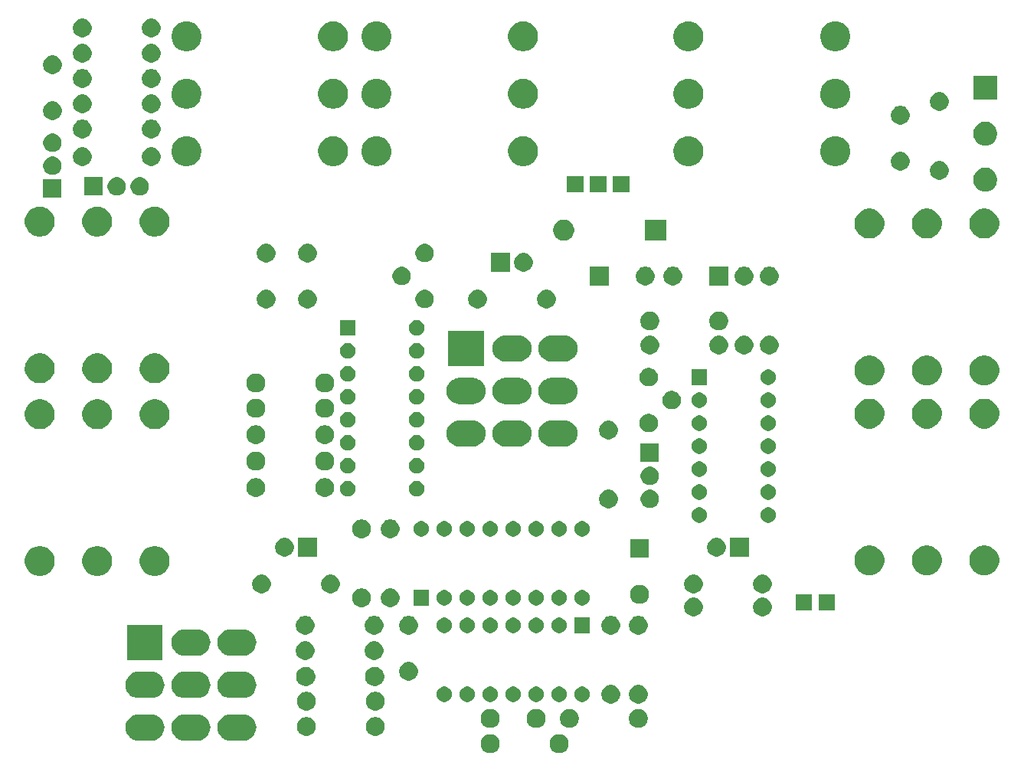
<source format=gbr>
G04 #@! TF.GenerationSoftware,KiCad,Pcbnew,(5.1.5-0-10_14)*
G04 #@! TF.CreationDate,2020-11-25T16:38:17+01:00*
G04 #@! TF.ProjectId,ab-mix,61622d6d-6978-42e6-9b69-6361645f7063,rev?*
G04 #@! TF.SameCoordinates,Original*
G04 #@! TF.FileFunction,Soldermask,Top*
G04 #@! TF.FilePolarity,Negative*
%FSLAX46Y46*%
G04 Gerber Fmt 4.6, Leading zero omitted, Abs format (unit mm)*
G04 Created by KiCad (PCBNEW (5.1.5-0-10_14)) date 2020-11-25 16:38:17*
%MOMM*%
%LPD*%
G04 APERTURE LIST*
%ADD10C,0.100000*%
G04 APERTURE END LIST*
D10*
G36*
X105513564Y-137978389D02*
G01*
X105602880Y-138015385D01*
X105704835Y-138057616D01*
X105760200Y-138094610D01*
X105876973Y-138172635D01*
X106023365Y-138319027D01*
X106138385Y-138491167D01*
X106217611Y-138682436D01*
X106258000Y-138885484D01*
X106258000Y-139092516D01*
X106217611Y-139295564D01*
X106138385Y-139486833D01*
X106138384Y-139486835D01*
X106023365Y-139658973D01*
X105876973Y-139805365D01*
X105704835Y-139920384D01*
X105704834Y-139920385D01*
X105704833Y-139920385D01*
X105513564Y-139999611D01*
X105310516Y-140040000D01*
X105103484Y-140040000D01*
X104900436Y-139999611D01*
X104709167Y-139920385D01*
X104709166Y-139920385D01*
X104709165Y-139920384D01*
X104537027Y-139805365D01*
X104390635Y-139658973D01*
X104275616Y-139486835D01*
X104275615Y-139486833D01*
X104196389Y-139295564D01*
X104156000Y-139092516D01*
X104156000Y-138885484D01*
X104196389Y-138682436D01*
X104275615Y-138491167D01*
X104390635Y-138319027D01*
X104537027Y-138172635D01*
X104653800Y-138094610D01*
X104709165Y-138057616D01*
X104811120Y-138015385D01*
X104900436Y-137978389D01*
X105103484Y-137938000D01*
X105310516Y-137938000D01*
X105513564Y-137978389D01*
G37*
G36*
X97893564Y-137978389D02*
G01*
X97982880Y-138015385D01*
X98084835Y-138057616D01*
X98140200Y-138094610D01*
X98256973Y-138172635D01*
X98403365Y-138319027D01*
X98518385Y-138491167D01*
X98597611Y-138682436D01*
X98638000Y-138885484D01*
X98638000Y-139092516D01*
X98597611Y-139295564D01*
X98518385Y-139486833D01*
X98518384Y-139486835D01*
X98403365Y-139658973D01*
X98256973Y-139805365D01*
X98084835Y-139920384D01*
X98084834Y-139920385D01*
X98084833Y-139920385D01*
X97893564Y-139999611D01*
X97690516Y-140040000D01*
X97483484Y-140040000D01*
X97280436Y-139999611D01*
X97089167Y-139920385D01*
X97089166Y-139920385D01*
X97089165Y-139920384D01*
X96917027Y-139805365D01*
X96770635Y-139658973D01*
X96655616Y-139486835D01*
X96655615Y-139486833D01*
X96576389Y-139295564D01*
X96536000Y-139092516D01*
X96536000Y-138885484D01*
X96576389Y-138682436D01*
X96655615Y-138491167D01*
X96770635Y-138319027D01*
X96917027Y-138172635D01*
X97033800Y-138094610D01*
X97089165Y-138057616D01*
X97191120Y-138015385D01*
X97280436Y-137978389D01*
X97483484Y-137938000D01*
X97690516Y-137938000D01*
X97893564Y-137978389D01*
G37*
G36*
X60297861Y-135759497D02*
G01*
X60404446Y-135769995D01*
X60677960Y-135852965D01*
X60677963Y-135852966D01*
X60930028Y-135987698D01*
X60930029Y-135987699D01*
X60930033Y-135987701D01*
X61150976Y-136169024D01*
X61332299Y-136389967D01*
X61332301Y-136389971D01*
X61332302Y-136389972D01*
X61467034Y-136642037D01*
X61467035Y-136642040D01*
X61550005Y-136915554D01*
X61578020Y-137200000D01*
X61550005Y-137484446D01*
X61520462Y-137581835D01*
X61467034Y-137757963D01*
X61349213Y-137978389D01*
X61332299Y-138010033D01*
X61150976Y-138230976D01*
X60930033Y-138412299D01*
X60930029Y-138412301D01*
X60930028Y-138412302D01*
X60677963Y-138547034D01*
X60677960Y-138547035D01*
X60404446Y-138630005D01*
X60297861Y-138640502D01*
X60191278Y-138651000D01*
X58648722Y-138651000D01*
X58542139Y-138640502D01*
X58435554Y-138630005D01*
X58162040Y-138547035D01*
X58162037Y-138547034D01*
X57909972Y-138412302D01*
X57909971Y-138412301D01*
X57909967Y-138412299D01*
X57689024Y-138230976D01*
X57507701Y-138010033D01*
X57490787Y-137978389D01*
X57372966Y-137757963D01*
X57319538Y-137581835D01*
X57289995Y-137484446D01*
X57261980Y-137200000D01*
X57289995Y-136915554D01*
X57372965Y-136642040D01*
X57372966Y-136642037D01*
X57507698Y-136389972D01*
X57507699Y-136389971D01*
X57507701Y-136389967D01*
X57689024Y-136169024D01*
X57909967Y-135987701D01*
X57909971Y-135987699D01*
X57909972Y-135987698D01*
X58162037Y-135852966D01*
X58162040Y-135852965D01*
X58435554Y-135769995D01*
X58542139Y-135759497D01*
X58648722Y-135749000D01*
X60191278Y-135749000D01*
X60297861Y-135759497D01*
G37*
G36*
X65377861Y-135759497D02*
G01*
X65484446Y-135769995D01*
X65757960Y-135852965D01*
X65757963Y-135852966D01*
X66010028Y-135987698D01*
X66010029Y-135987699D01*
X66010033Y-135987701D01*
X66230976Y-136169024D01*
X66412299Y-136389967D01*
X66412301Y-136389971D01*
X66412302Y-136389972D01*
X66547034Y-136642037D01*
X66547035Y-136642040D01*
X66630005Y-136915554D01*
X66658020Y-137200000D01*
X66630005Y-137484446D01*
X66600462Y-137581835D01*
X66547034Y-137757963D01*
X66429213Y-137978389D01*
X66412299Y-138010033D01*
X66230976Y-138230976D01*
X66010033Y-138412299D01*
X66010029Y-138412301D01*
X66010028Y-138412302D01*
X65757963Y-138547034D01*
X65757960Y-138547035D01*
X65484446Y-138630005D01*
X65377861Y-138640502D01*
X65271278Y-138651000D01*
X63728722Y-138651000D01*
X63622139Y-138640502D01*
X63515554Y-138630005D01*
X63242040Y-138547035D01*
X63242037Y-138547034D01*
X62989972Y-138412302D01*
X62989971Y-138412301D01*
X62989967Y-138412299D01*
X62769024Y-138230976D01*
X62587701Y-138010033D01*
X62570787Y-137978389D01*
X62452966Y-137757963D01*
X62399538Y-137581835D01*
X62369995Y-137484446D01*
X62341980Y-137200000D01*
X62369995Y-136915554D01*
X62452965Y-136642040D01*
X62452966Y-136642037D01*
X62587698Y-136389972D01*
X62587699Y-136389971D01*
X62587701Y-136389967D01*
X62769024Y-136169024D01*
X62989967Y-135987701D01*
X62989971Y-135987699D01*
X62989972Y-135987698D01*
X63242037Y-135852966D01*
X63242040Y-135852965D01*
X63515554Y-135769995D01*
X63622139Y-135759497D01*
X63728722Y-135749000D01*
X65271278Y-135749000D01*
X65377861Y-135759497D01*
G37*
G36*
X70457861Y-135759497D02*
G01*
X70564446Y-135769995D01*
X70837960Y-135852965D01*
X70837963Y-135852966D01*
X71090028Y-135987698D01*
X71090029Y-135987699D01*
X71090033Y-135987701D01*
X71310976Y-136169024D01*
X71492299Y-136389967D01*
X71492301Y-136389971D01*
X71492302Y-136389972D01*
X71627034Y-136642037D01*
X71627035Y-136642040D01*
X71710005Y-136915554D01*
X71738020Y-137200000D01*
X71710005Y-137484446D01*
X71680462Y-137581835D01*
X71627034Y-137757963D01*
X71509213Y-137978389D01*
X71492299Y-138010033D01*
X71310976Y-138230976D01*
X71090033Y-138412299D01*
X71090029Y-138412301D01*
X71090028Y-138412302D01*
X70837963Y-138547034D01*
X70837960Y-138547035D01*
X70564446Y-138630005D01*
X70457861Y-138640502D01*
X70351278Y-138651000D01*
X68808722Y-138651000D01*
X68702139Y-138640502D01*
X68595554Y-138630005D01*
X68322040Y-138547035D01*
X68322037Y-138547034D01*
X68069972Y-138412302D01*
X68069971Y-138412301D01*
X68069967Y-138412299D01*
X67849024Y-138230976D01*
X67667701Y-138010033D01*
X67650787Y-137978389D01*
X67532966Y-137757963D01*
X67479538Y-137581835D01*
X67449995Y-137484446D01*
X67421980Y-137200000D01*
X67449995Y-136915554D01*
X67532965Y-136642040D01*
X67532966Y-136642037D01*
X67667698Y-136389972D01*
X67667699Y-136389971D01*
X67667701Y-136389967D01*
X67849024Y-136169024D01*
X68069967Y-135987701D01*
X68069971Y-135987699D01*
X68069972Y-135987698D01*
X68322037Y-135852966D01*
X68322040Y-135852965D01*
X68595554Y-135769995D01*
X68702139Y-135759497D01*
X68808722Y-135749000D01*
X70351278Y-135749000D01*
X70457861Y-135759497D01*
G37*
G36*
X85193564Y-136073389D02*
G01*
X85384833Y-136152615D01*
X85384835Y-136152616D01*
X85556973Y-136267635D01*
X85703365Y-136414027D01*
X85818385Y-136586167D01*
X85897611Y-136777436D01*
X85938000Y-136980484D01*
X85938000Y-137187516D01*
X85897611Y-137390564D01*
X85858724Y-137484446D01*
X85818384Y-137581835D01*
X85703365Y-137753973D01*
X85556973Y-137900365D01*
X85384835Y-138015384D01*
X85384834Y-138015385D01*
X85384833Y-138015385D01*
X85193564Y-138094611D01*
X84990516Y-138135000D01*
X84783484Y-138135000D01*
X84580436Y-138094611D01*
X84389167Y-138015385D01*
X84389166Y-138015385D01*
X84389165Y-138015384D01*
X84217027Y-137900365D01*
X84070635Y-137753973D01*
X83955616Y-137581835D01*
X83915276Y-137484446D01*
X83876389Y-137390564D01*
X83836000Y-137187516D01*
X83836000Y-136980484D01*
X83876389Y-136777436D01*
X83955615Y-136586167D01*
X84070635Y-136414027D01*
X84217027Y-136267635D01*
X84389165Y-136152616D01*
X84389167Y-136152615D01*
X84580436Y-136073389D01*
X84783484Y-136033000D01*
X84990516Y-136033000D01*
X85193564Y-136073389D01*
G37*
G36*
X77573564Y-136073389D02*
G01*
X77764833Y-136152615D01*
X77764835Y-136152616D01*
X77936973Y-136267635D01*
X78083365Y-136414027D01*
X78198385Y-136586167D01*
X78277611Y-136777436D01*
X78318000Y-136980484D01*
X78318000Y-137187516D01*
X78277611Y-137390564D01*
X78238724Y-137484446D01*
X78198384Y-137581835D01*
X78083365Y-137753973D01*
X77936973Y-137900365D01*
X77764835Y-138015384D01*
X77764834Y-138015385D01*
X77764833Y-138015385D01*
X77573564Y-138094611D01*
X77370516Y-138135000D01*
X77163484Y-138135000D01*
X76960436Y-138094611D01*
X76769167Y-138015385D01*
X76769166Y-138015385D01*
X76769165Y-138015384D01*
X76597027Y-137900365D01*
X76450635Y-137753973D01*
X76335616Y-137581835D01*
X76295276Y-137484446D01*
X76256389Y-137390564D01*
X76216000Y-137187516D01*
X76216000Y-136980484D01*
X76256389Y-136777436D01*
X76335615Y-136586167D01*
X76450635Y-136414027D01*
X76597027Y-136267635D01*
X76769165Y-136152616D01*
X76769167Y-136152615D01*
X76960436Y-136073389D01*
X77163484Y-136033000D01*
X77370516Y-136033000D01*
X77573564Y-136073389D01*
G37*
G36*
X106656564Y-135184389D02*
G01*
X106745880Y-135221385D01*
X106847835Y-135263616D01*
X106903200Y-135300610D01*
X107019973Y-135378635D01*
X107166365Y-135525027D01*
X107281385Y-135697167D01*
X107360611Y-135888436D01*
X107401000Y-136091484D01*
X107401000Y-136298516D01*
X107360611Y-136501564D01*
X107325568Y-136586165D01*
X107281384Y-136692835D01*
X107166365Y-136864973D01*
X107019973Y-137011365D01*
X106847835Y-137126384D01*
X106847834Y-137126385D01*
X106847833Y-137126385D01*
X106656564Y-137205611D01*
X106453516Y-137246000D01*
X106246484Y-137246000D01*
X106043436Y-137205611D01*
X105852167Y-137126385D01*
X105852166Y-137126385D01*
X105852165Y-137126384D01*
X105680027Y-137011365D01*
X105533635Y-136864973D01*
X105418616Y-136692835D01*
X105374432Y-136586165D01*
X105339389Y-136501564D01*
X105299000Y-136298516D01*
X105299000Y-136091484D01*
X105339389Y-135888436D01*
X105418615Y-135697167D01*
X105533635Y-135525027D01*
X105680027Y-135378635D01*
X105796800Y-135300610D01*
X105852165Y-135263616D01*
X105954120Y-135221385D01*
X106043436Y-135184389D01*
X106246484Y-135144000D01*
X106453516Y-135144000D01*
X106656564Y-135184389D01*
G37*
G36*
X114276564Y-135184389D02*
G01*
X114365880Y-135221385D01*
X114467835Y-135263616D01*
X114523200Y-135300610D01*
X114639973Y-135378635D01*
X114786365Y-135525027D01*
X114901385Y-135697167D01*
X114980611Y-135888436D01*
X115021000Y-136091484D01*
X115021000Y-136298516D01*
X114980611Y-136501564D01*
X114945568Y-136586165D01*
X114901384Y-136692835D01*
X114786365Y-136864973D01*
X114639973Y-137011365D01*
X114467835Y-137126384D01*
X114467834Y-137126385D01*
X114467833Y-137126385D01*
X114276564Y-137205611D01*
X114073516Y-137246000D01*
X113866484Y-137246000D01*
X113663436Y-137205611D01*
X113472167Y-137126385D01*
X113472166Y-137126385D01*
X113472165Y-137126384D01*
X113300027Y-137011365D01*
X113153635Y-136864973D01*
X113038616Y-136692835D01*
X112994432Y-136586165D01*
X112959389Y-136501564D01*
X112919000Y-136298516D01*
X112919000Y-136091484D01*
X112959389Y-135888436D01*
X113038615Y-135697167D01*
X113153635Y-135525027D01*
X113300027Y-135378635D01*
X113416800Y-135300610D01*
X113472165Y-135263616D01*
X113574120Y-135221385D01*
X113663436Y-135184389D01*
X113866484Y-135144000D01*
X114073516Y-135144000D01*
X114276564Y-135184389D01*
G37*
G36*
X97893564Y-135184389D02*
G01*
X97982880Y-135221385D01*
X98084835Y-135263616D01*
X98140200Y-135300610D01*
X98256973Y-135378635D01*
X98403365Y-135525027D01*
X98518385Y-135697167D01*
X98597611Y-135888436D01*
X98638000Y-136091484D01*
X98638000Y-136298516D01*
X98597611Y-136501564D01*
X98562568Y-136586165D01*
X98518384Y-136692835D01*
X98403365Y-136864973D01*
X98256973Y-137011365D01*
X98084835Y-137126384D01*
X98084834Y-137126385D01*
X98084833Y-137126385D01*
X97893564Y-137205611D01*
X97690516Y-137246000D01*
X97483484Y-137246000D01*
X97280436Y-137205611D01*
X97089167Y-137126385D01*
X97089166Y-137126385D01*
X97089165Y-137126384D01*
X96917027Y-137011365D01*
X96770635Y-136864973D01*
X96655616Y-136692835D01*
X96611432Y-136586165D01*
X96576389Y-136501564D01*
X96536000Y-136298516D01*
X96536000Y-136091484D01*
X96576389Y-135888436D01*
X96655615Y-135697167D01*
X96770635Y-135525027D01*
X96917027Y-135378635D01*
X97033800Y-135300610D01*
X97089165Y-135263616D01*
X97191120Y-135221385D01*
X97280436Y-135184389D01*
X97483484Y-135144000D01*
X97690516Y-135144000D01*
X97893564Y-135184389D01*
G37*
G36*
X102973564Y-135184389D02*
G01*
X103062880Y-135221385D01*
X103164835Y-135263616D01*
X103220200Y-135300610D01*
X103336973Y-135378635D01*
X103483365Y-135525027D01*
X103598385Y-135697167D01*
X103677611Y-135888436D01*
X103718000Y-136091484D01*
X103718000Y-136298516D01*
X103677611Y-136501564D01*
X103642568Y-136586165D01*
X103598384Y-136692835D01*
X103483365Y-136864973D01*
X103336973Y-137011365D01*
X103164835Y-137126384D01*
X103164834Y-137126385D01*
X103164833Y-137126385D01*
X102973564Y-137205611D01*
X102770516Y-137246000D01*
X102563484Y-137246000D01*
X102360436Y-137205611D01*
X102169167Y-137126385D01*
X102169166Y-137126385D01*
X102169165Y-137126384D01*
X101997027Y-137011365D01*
X101850635Y-136864973D01*
X101735616Y-136692835D01*
X101691432Y-136586165D01*
X101656389Y-136501564D01*
X101616000Y-136298516D01*
X101616000Y-136091484D01*
X101656389Y-135888436D01*
X101735615Y-135697167D01*
X101850635Y-135525027D01*
X101997027Y-135378635D01*
X102113800Y-135300610D01*
X102169165Y-135263616D01*
X102271120Y-135221385D01*
X102360436Y-135184389D01*
X102563484Y-135144000D01*
X102770516Y-135144000D01*
X102973564Y-135184389D01*
G37*
G36*
X77573564Y-133279389D02*
G01*
X77764833Y-133358615D01*
X77764835Y-133358616D01*
X77863413Y-133424484D01*
X77936973Y-133473635D01*
X78083365Y-133620027D01*
X78198385Y-133792167D01*
X78277611Y-133983436D01*
X78318000Y-134186484D01*
X78318000Y-134393516D01*
X78277611Y-134596564D01*
X78198385Y-134787833D01*
X78198384Y-134787835D01*
X78083365Y-134959973D01*
X77936973Y-135106365D01*
X77764835Y-135221384D01*
X77764834Y-135221385D01*
X77764833Y-135221385D01*
X77573564Y-135300611D01*
X77370516Y-135341000D01*
X77163484Y-135341000D01*
X76960436Y-135300611D01*
X76769167Y-135221385D01*
X76769166Y-135221385D01*
X76769165Y-135221384D01*
X76597027Y-135106365D01*
X76450635Y-134959973D01*
X76335616Y-134787835D01*
X76335615Y-134787833D01*
X76256389Y-134596564D01*
X76216000Y-134393516D01*
X76216000Y-134186484D01*
X76256389Y-133983436D01*
X76335615Y-133792167D01*
X76450635Y-133620027D01*
X76597027Y-133473635D01*
X76670587Y-133424484D01*
X76769165Y-133358616D01*
X76769167Y-133358615D01*
X76960436Y-133279389D01*
X77163484Y-133239000D01*
X77370516Y-133239000D01*
X77573564Y-133279389D01*
G37*
G36*
X85193564Y-133279389D02*
G01*
X85384833Y-133358615D01*
X85384835Y-133358616D01*
X85483413Y-133424484D01*
X85556973Y-133473635D01*
X85703365Y-133620027D01*
X85818385Y-133792167D01*
X85897611Y-133983436D01*
X85938000Y-134186484D01*
X85938000Y-134393516D01*
X85897611Y-134596564D01*
X85818385Y-134787833D01*
X85818384Y-134787835D01*
X85703365Y-134959973D01*
X85556973Y-135106365D01*
X85384835Y-135221384D01*
X85384834Y-135221385D01*
X85384833Y-135221385D01*
X85193564Y-135300611D01*
X84990516Y-135341000D01*
X84783484Y-135341000D01*
X84580436Y-135300611D01*
X84389167Y-135221385D01*
X84389166Y-135221385D01*
X84389165Y-135221384D01*
X84217027Y-135106365D01*
X84070635Y-134959973D01*
X83955616Y-134787835D01*
X83955615Y-134787833D01*
X83876389Y-134596564D01*
X83836000Y-134393516D01*
X83836000Y-134186484D01*
X83876389Y-133983436D01*
X83955615Y-133792167D01*
X84070635Y-133620027D01*
X84217027Y-133473635D01*
X84290587Y-133424484D01*
X84389165Y-133358616D01*
X84389167Y-133358615D01*
X84580436Y-133279389D01*
X84783484Y-133239000D01*
X84990516Y-133239000D01*
X85193564Y-133279389D01*
G37*
G36*
X114276564Y-132517389D02*
G01*
X114434024Y-132582611D01*
X114467835Y-132596616D01*
X114507321Y-132623000D01*
X114639973Y-132711635D01*
X114786365Y-132858027D01*
X114901385Y-133030167D01*
X114980611Y-133221436D01*
X115021000Y-133424484D01*
X115021000Y-133631516D01*
X114980611Y-133834564D01*
X114918947Y-133983435D01*
X114901384Y-134025835D01*
X114786365Y-134197973D01*
X114639973Y-134344365D01*
X114467835Y-134459384D01*
X114467834Y-134459385D01*
X114467833Y-134459385D01*
X114276564Y-134538611D01*
X114073516Y-134579000D01*
X113866484Y-134579000D01*
X113663436Y-134538611D01*
X113472167Y-134459385D01*
X113472166Y-134459385D01*
X113472165Y-134459384D01*
X113300027Y-134344365D01*
X113153635Y-134197973D01*
X113038616Y-134025835D01*
X113021053Y-133983435D01*
X112959389Y-133834564D01*
X112919000Y-133631516D01*
X112919000Y-133424484D01*
X112959389Y-133221436D01*
X113038615Y-133030167D01*
X113153635Y-132858027D01*
X113300027Y-132711635D01*
X113432679Y-132623000D01*
X113472165Y-132596616D01*
X113505976Y-132582611D01*
X113663436Y-132517389D01*
X113866484Y-132477000D01*
X114073516Y-132477000D01*
X114276564Y-132517389D01*
G37*
G36*
X111228564Y-132517389D02*
G01*
X111386024Y-132582611D01*
X111419835Y-132596616D01*
X111459321Y-132623000D01*
X111591973Y-132711635D01*
X111738365Y-132858027D01*
X111853385Y-133030167D01*
X111932611Y-133221436D01*
X111973000Y-133424484D01*
X111973000Y-133631516D01*
X111932611Y-133834564D01*
X111870947Y-133983435D01*
X111853384Y-134025835D01*
X111738365Y-134197973D01*
X111591973Y-134344365D01*
X111419835Y-134459384D01*
X111419834Y-134459385D01*
X111419833Y-134459385D01*
X111228564Y-134538611D01*
X111025516Y-134579000D01*
X110818484Y-134579000D01*
X110615436Y-134538611D01*
X110424167Y-134459385D01*
X110424166Y-134459385D01*
X110424165Y-134459384D01*
X110252027Y-134344365D01*
X110105635Y-134197973D01*
X109990616Y-134025835D01*
X109973053Y-133983435D01*
X109911389Y-133834564D01*
X109871000Y-133631516D01*
X109871000Y-133424484D01*
X109911389Y-133221436D01*
X109990615Y-133030167D01*
X110105635Y-132858027D01*
X110252027Y-132711635D01*
X110384679Y-132623000D01*
X110424165Y-132596616D01*
X110457976Y-132582611D01*
X110615436Y-132517389D01*
X110818484Y-132477000D01*
X111025516Y-132477000D01*
X111228564Y-132517389D01*
G37*
G36*
X107995228Y-132709703D02*
G01*
X108150100Y-132773853D01*
X108289481Y-132866985D01*
X108408015Y-132985519D01*
X108501147Y-133124900D01*
X108565297Y-133279772D01*
X108598000Y-133444184D01*
X108598000Y-133611816D01*
X108565297Y-133776228D01*
X108501147Y-133931100D01*
X108408015Y-134070481D01*
X108289481Y-134189015D01*
X108150100Y-134282147D01*
X107995228Y-134346297D01*
X107830816Y-134379000D01*
X107663184Y-134379000D01*
X107498772Y-134346297D01*
X107343900Y-134282147D01*
X107204519Y-134189015D01*
X107085985Y-134070481D01*
X106992853Y-133931100D01*
X106928703Y-133776228D01*
X106896000Y-133611816D01*
X106896000Y-133444184D01*
X106928703Y-133279772D01*
X106992853Y-133124900D01*
X107085985Y-132985519D01*
X107204519Y-132866985D01*
X107343900Y-132773853D01*
X107498772Y-132709703D01*
X107663184Y-132677000D01*
X107830816Y-132677000D01*
X107995228Y-132709703D01*
G37*
G36*
X105455228Y-132709703D02*
G01*
X105610100Y-132773853D01*
X105749481Y-132866985D01*
X105868015Y-132985519D01*
X105961147Y-133124900D01*
X106025297Y-133279772D01*
X106058000Y-133444184D01*
X106058000Y-133611816D01*
X106025297Y-133776228D01*
X105961147Y-133931100D01*
X105868015Y-134070481D01*
X105749481Y-134189015D01*
X105610100Y-134282147D01*
X105455228Y-134346297D01*
X105290816Y-134379000D01*
X105123184Y-134379000D01*
X104958772Y-134346297D01*
X104803900Y-134282147D01*
X104664519Y-134189015D01*
X104545985Y-134070481D01*
X104452853Y-133931100D01*
X104388703Y-133776228D01*
X104356000Y-133611816D01*
X104356000Y-133444184D01*
X104388703Y-133279772D01*
X104452853Y-133124900D01*
X104545985Y-132985519D01*
X104664519Y-132866985D01*
X104803900Y-132773853D01*
X104958772Y-132709703D01*
X105123184Y-132677000D01*
X105290816Y-132677000D01*
X105455228Y-132709703D01*
G37*
G36*
X102915228Y-132709703D02*
G01*
X103070100Y-132773853D01*
X103209481Y-132866985D01*
X103328015Y-132985519D01*
X103421147Y-133124900D01*
X103485297Y-133279772D01*
X103518000Y-133444184D01*
X103518000Y-133611816D01*
X103485297Y-133776228D01*
X103421147Y-133931100D01*
X103328015Y-134070481D01*
X103209481Y-134189015D01*
X103070100Y-134282147D01*
X102915228Y-134346297D01*
X102750816Y-134379000D01*
X102583184Y-134379000D01*
X102418772Y-134346297D01*
X102263900Y-134282147D01*
X102124519Y-134189015D01*
X102005985Y-134070481D01*
X101912853Y-133931100D01*
X101848703Y-133776228D01*
X101816000Y-133611816D01*
X101816000Y-133444184D01*
X101848703Y-133279772D01*
X101912853Y-133124900D01*
X102005985Y-132985519D01*
X102124519Y-132866985D01*
X102263900Y-132773853D01*
X102418772Y-132709703D01*
X102583184Y-132677000D01*
X102750816Y-132677000D01*
X102915228Y-132709703D01*
G37*
G36*
X100375228Y-132709703D02*
G01*
X100530100Y-132773853D01*
X100669481Y-132866985D01*
X100788015Y-132985519D01*
X100881147Y-133124900D01*
X100945297Y-133279772D01*
X100978000Y-133444184D01*
X100978000Y-133611816D01*
X100945297Y-133776228D01*
X100881147Y-133931100D01*
X100788015Y-134070481D01*
X100669481Y-134189015D01*
X100530100Y-134282147D01*
X100375228Y-134346297D01*
X100210816Y-134379000D01*
X100043184Y-134379000D01*
X99878772Y-134346297D01*
X99723900Y-134282147D01*
X99584519Y-134189015D01*
X99465985Y-134070481D01*
X99372853Y-133931100D01*
X99308703Y-133776228D01*
X99276000Y-133611816D01*
X99276000Y-133444184D01*
X99308703Y-133279772D01*
X99372853Y-133124900D01*
X99465985Y-132985519D01*
X99584519Y-132866985D01*
X99723900Y-132773853D01*
X99878772Y-132709703D01*
X100043184Y-132677000D01*
X100210816Y-132677000D01*
X100375228Y-132709703D01*
G37*
G36*
X97835228Y-132709703D02*
G01*
X97990100Y-132773853D01*
X98129481Y-132866985D01*
X98248015Y-132985519D01*
X98341147Y-133124900D01*
X98405297Y-133279772D01*
X98438000Y-133444184D01*
X98438000Y-133611816D01*
X98405297Y-133776228D01*
X98341147Y-133931100D01*
X98248015Y-134070481D01*
X98129481Y-134189015D01*
X97990100Y-134282147D01*
X97835228Y-134346297D01*
X97670816Y-134379000D01*
X97503184Y-134379000D01*
X97338772Y-134346297D01*
X97183900Y-134282147D01*
X97044519Y-134189015D01*
X96925985Y-134070481D01*
X96832853Y-133931100D01*
X96768703Y-133776228D01*
X96736000Y-133611816D01*
X96736000Y-133444184D01*
X96768703Y-133279772D01*
X96832853Y-133124900D01*
X96925985Y-132985519D01*
X97044519Y-132866985D01*
X97183900Y-132773853D01*
X97338772Y-132709703D01*
X97503184Y-132677000D01*
X97670816Y-132677000D01*
X97835228Y-132709703D01*
G37*
G36*
X95295228Y-132709703D02*
G01*
X95450100Y-132773853D01*
X95589481Y-132866985D01*
X95708015Y-132985519D01*
X95801147Y-133124900D01*
X95865297Y-133279772D01*
X95898000Y-133444184D01*
X95898000Y-133611816D01*
X95865297Y-133776228D01*
X95801147Y-133931100D01*
X95708015Y-134070481D01*
X95589481Y-134189015D01*
X95450100Y-134282147D01*
X95295228Y-134346297D01*
X95130816Y-134379000D01*
X94963184Y-134379000D01*
X94798772Y-134346297D01*
X94643900Y-134282147D01*
X94504519Y-134189015D01*
X94385985Y-134070481D01*
X94292853Y-133931100D01*
X94228703Y-133776228D01*
X94196000Y-133611816D01*
X94196000Y-133444184D01*
X94228703Y-133279772D01*
X94292853Y-133124900D01*
X94385985Y-132985519D01*
X94504519Y-132866985D01*
X94643900Y-132773853D01*
X94798772Y-132709703D01*
X94963184Y-132677000D01*
X95130816Y-132677000D01*
X95295228Y-132709703D01*
G37*
G36*
X92755228Y-132709703D02*
G01*
X92910100Y-132773853D01*
X93049481Y-132866985D01*
X93168015Y-132985519D01*
X93261147Y-133124900D01*
X93325297Y-133279772D01*
X93358000Y-133444184D01*
X93358000Y-133611816D01*
X93325297Y-133776228D01*
X93261147Y-133931100D01*
X93168015Y-134070481D01*
X93049481Y-134189015D01*
X92910100Y-134282147D01*
X92755228Y-134346297D01*
X92590816Y-134379000D01*
X92423184Y-134379000D01*
X92258772Y-134346297D01*
X92103900Y-134282147D01*
X91964519Y-134189015D01*
X91845985Y-134070481D01*
X91752853Y-133931100D01*
X91688703Y-133776228D01*
X91656000Y-133611816D01*
X91656000Y-133444184D01*
X91688703Y-133279772D01*
X91752853Y-133124900D01*
X91845985Y-132985519D01*
X91964519Y-132866985D01*
X92103900Y-132773853D01*
X92258772Y-132709703D01*
X92423184Y-132677000D01*
X92590816Y-132677000D01*
X92755228Y-132709703D01*
G37*
G36*
X70457861Y-131059498D02*
G01*
X70564446Y-131069995D01*
X70837960Y-131152965D01*
X70837963Y-131152966D01*
X71090028Y-131287698D01*
X71090029Y-131287699D01*
X71090033Y-131287701D01*
X71310976Y-131469024D01*
X71492299Y-131689967D01*
X71492301Y-131689971D01*
X71492302Y-131689972D01*
X71627034Y-131942037D01*
X71627035Y-131942040D01*
X71710005Y-132215554D01*
X71738020Y-132500000D01*
X71710005Y-132784446D01*
X71635466Y-133030167D01*
X71627034Y-133057963D01*
X71508474Y-133279772D01*
X71492299Y-133310033D01*
X71310976Y-133530976D01*
X71090033Y-133712299D01*
X71090029Y-133712301D01*
X71090028Y-133712302D01*
X70837963Y-133847034D01*
X70837960Y-133847035D01*
X70564446Y-133930005D01*
X70457861Y-133940503D01*
X70351278Y-133951000D01*
X68808722Y-133951000D01*
X68702139Y-133940503D01*
X68595554Y-133930005D01*
X68322040Y-133847035D01*
X68322037Y-133847034D01*
X68069972Y-133712302D01*
X68069971Y-133712301D01*
X68069967Y-133712299D01*
X67849024Y-133530976D01*
X67667701Y-133310033D01*
X67651526Y-133279772D01*
X67532966Y-133057963D01*
X67524534Y-133030167D01*
X67449995Y-132784446D01*
X67421980Y-132500000D01*
X67449995Y-132215554D01*
X67532965Y-131942040D01*
X67532966Y-131942037D01*
X67667698Y-131689972D01*
X67667699Y-131689971D01*
X67667701Y-131689967D01*
X67849024Y-131469024D01*
X68069967Y-131287701D01*
X68069971Y-131287699D01*
X68069972Y-131287698D01*
X68322037Y-131152966D01*
X68322040Y-131152965D01*
X68595554Y-131069995D01*
X68702139Y-131059498D01*
X68808722Y-131049000D01*
X70351278Y-131049000D01*
X70457861Y-131059498D01*
G37*
G36*
X65377861Y-131059498D02*
G01*
X65484446Y-131069995D01*
X65757960Y-131152965D01*
X65757963Y-131152966D01*
X66010028Y-131287698D01*
X66010029Y-131287699D01*
X66010033Y-131287701D01*
X66230976Y-131469024D01*
X66412299Y-131689967D01*
X66412301Y-131689971D01*
X66412302Y-131689972D01*
X66547034Y-131942037D01*
X66547035Y-131942040D01*
X66630005Y-132215554D01*
X66658020Y-132500000D01*
X66630005Y-132784446D01*
X66555466Y-133030167D01*
X66547034Y-133057963D01*
X66428474Y-133279772D01*
X66412299Y-133310033D01*
X66230976Y-133530976D01*
X66010033Y-133712299D01*
X66010029Y-133712301D01*
X66010028Y-133712302D01*
X65757963Y-133847034D01*
X65757960Y-133847035D01*
X65484446Y-133930005D01*
X65377861Y-133940503D01*
X65271278Y-133951000D01*
X63728722Y-133951000D01*
X63622139Y-133940503D01*
X63515554Y-133930005D01*
X63242040Y-133847035D01*
X63242037Y-133847034D01*
X62989972Y-133712302D01*
X62989971Y-133712301D01*
X62989967Y-133712299D01*
X62769024Y-133530976D01*
X62587701Y-133310033D01*
X62571526Y-133279772D01*
X62452966Y-133057963D01*
X62444534Y-133030167D01*
X62369995Y-132784446D01*
X62341980Y-132500000D01*
X62369995Y-132215554D01*
X62452965Y-131942040D01*
X62452966Y-131942037D01*
X62587698Y-131689972D01*
X62587699Y-131689971D01*
X62587701Y-131689967D01*
X62769024Y-131469024D01*
X62989967Y-131287701D01*
X62989971Y-131287699D01*
X62989972Y-131287698D01*
X63242037Y-131152966D01*
X63242040Y-131152965D01*
X63515554Y-131069995D01*
X63622139Y-131059498D01*
X63728722Y-131049000D01*
X65271278Y-131049000D01*
X65377861Y-131059498D01*
G37*
G36*
X60297861Y-131059498D02*
G01*
X60404446Y-131069995D01*
X60677960Y-131152965D01*
X60677963Y-131152966D01*
X60930028Y-131287698D01*
X60930029Y-131287699D01*
X60930033Y-131287701D01*
X61150976Y-131469024D01*
X61332299Y-131689967D01*
X61332301Y-131689971D01*
X61332302Y-131689972D01*
X61467034Y-131942037D01*
X61467035Y-131942040D01*
X61550005Y-132215554D01*
X61578020Y-132500000D01*
X61550005Y-132784446D01*
X61475466Y-133030167D01*
X61467034Y-133057963D01*
X61348474Y-133279772D01*
X61332299Y-133310033D01*
X61150976Y-133530976D01*
X60930033Y-133712299D01*
X60930029Y-133712301D01*
X60930028Y-133712302D01*
X60677963Y-133847034D01*
X60677960Y-133847035D01*
X60404446Y-133930005D01*
X60297861Y-133940503D01*
X60191278Y-133951000D01*
X58648722Y-133951000D01*
X58542139Y-133940503D01*
X58435554Y-133930005D01*
X58162040Y-133847035D01*
X58162037Y-133847034D01*
X57909972Y-133712302D01*
X57909971Y-133712301D01*
X57909967Y-133712299D01*
X57689024Y-133530976D01*
X57507701Y-133310033D01*
X57491526Y-133279772D01*
X57372966Y-133057963D01*
X57364534Y-133030167D01*
X57289995Y-132784446D01*
X57261980Y-132500000D01*
X57289995Y-132215554D01*
X57372965Y-131942040D01*
X57372966Y-131942037D01*
X57507698Y-131689972D01*
X57507699Y-131689971D01*
X57507701Y-131689967D01*
X57689024Y-131469024D01*
X57909967Y-131287701D01*
X57909971Y-131287699D01*
X57909972Y-131287698D01*
X58162037Y-131152966D01*
X58162040Y-131152965D01*
X58435554Y-131069995D01*
X58542139Y-131059498D01*
X58648722Y-131049000D01*
X60191278Y-131049000D01*
X60297861Y-131059498D01*
G37*
G36*
X77502363Y-130561389D02*
G01*
X77693632Y-130640615D01*
X77693634Y-130640616D01*
X77865772Y-130755635D01*
X78012164Y-130902027D01*
X78124397Y-131069995D01*
X78127184Y-131074167D01*
X78206410Y-131265436D01*
X78246799Y-131468484D01*
X78246799Y-131675516D01*
X78206410Y-131878564D01*
X78180117Y-131942040D01*
X78127183Y-132069835D01*
X78012164Y-132241973D01*
X77865772Y-132388365D01*
X77693634Y-132503384D01*
X77693633Y-132503385D01*
X77693632Y-132503385D01*
X77502363Y-132582611D01*
X77299315Y-132623000D01*
X77092283Y-132623000D01*
X76889235Y-132582611D01*
X76697966Y-132503385D01*
X76697965Y-132503385D01*
X76697964Y-132503384D01*
X76525826Y-132388365D01*
X76379434Y-132241973D01*
X76264415Y-132069835D01*
X76211481Y-131942040D01*
X76185188Y-131878564D01*
X76144799Y-131675516D01*
X76144799Y-131468484D01*
X76185188Y-131265436D01*
X76264414Y-131074167D01*
X76267202Y-131069995D01*
X76379434Y-130902027D01*
X76525826Y-130755635D01*
X76697964Y-130640616D01*
X76697966Y-130640615D01*
X76889235Y-130561389D01*
X77092283Y-130521000D01*
X77299315Y-130521000D01*
X77502363Y-130561389D01*
G37*
G36*
X85122363Y-130561389D02*
G01*
X85313632Y-130640615D01*
X85313634Y-130640616D01*
X85485772Y-130755635D01*
X85632164Y-130902027D01*
X85744397Y-131069995D01*
X85747184Y-131074167D01*
X85826410Y-131265436D01*
X85866799Y-131468484D01*
X85866799Y-131675516D01*
X85826410Y-131878564D01*
X85800117Y-131942040D01*
X85747183Y-132069835D01*
X85632164Y-132241973D01*
X85485772Y-132388365D01*
X85313634Y-132503384D01*
X85313633Y-132503385D01*
X85313632Y-132503385D01*
X85122363Y-132582611D01*
X84919315Y-132623000D01*
X84712283Y-132623000D01*
X84509235Y-132582611D01*
X84317966Y-132503385D01*
X84317965Y-132503385D01*
X84317964Y-132503384D01*
X84145826Y-132388365D01*
X83999434Y-132241973D01*
X83884415Y-132069835D01*
X83831481Y-131942040D01*
X83805188Y-131878564D01*
X83764799Y-131675516D01*
X83764799Y-131468484D01*
X83805188Y-131265436D01*
X83884414Y-131074167D01*
X83887202Y-131069995D01*
X83999434Y-130902027D01*
X84145826Y-130755635D01*
X84317964Y-130640616D01*
X84317966Y-130640615D01*
X84509235Y-130561389D01*
X84712283Y-130521000D01*
X84919315Y-130521000D01*
X85122363Y-130561389D01*
G37*
G36*
X88876564Y-129977389D02*
G01*
X89067833Y-130056615D01*
X89067835Y-130056616D01*
X89239973Y-130171635D01*
X89386365Y-130318027D01*
X89501385Y-130490167D01*
X89580611Y-130681436D01*
X89621000Y-130884484D01*
X89621000Y-131091516D01*
X89580611Y-131294564D01*
X89508571Y-131468484D01*
X89501384Y-131485835D01*
X89386365Y-131657973D01*
X89239973Y-131804365D01*
X89067835Y-131919384D01*
X89067834Y-131919385D01*
X89067833Y-131919385D01*
X88876564Y-131998611D01*
X88673516Y-132039000D01*
X88466484Y-132039000D01*
X88263436Y-131998611D01*
X88072167Y-131919385D01*
X88072166Y-131919385D01*
X88072165Y-131919384D01*
X87900027Y-131804365D01*
X87753635Y-131657973D01*
X87638616Y-131485835D01*
X87631429Y-131468484D01*
X87559389Y-131294564D01*
X87519000Y-131091516D01*
X87519000Y-130884484D01*
X87559389Y-130681436D01*
X87638615Y-130490167D01*
X87753635Y-130318027D01*
X87900027Y-130171635D01*
X88072165Y-130056616D01*
X88072167Y-130056615D01*
X88263436Y-129977389D01*
X88466484Y-129937000D01*
X88673516Y-129937000D01*
X88876564Y-129977389D01*
G37*
G36*
X61379000Y-129759000D02*
G01*
X57461000Y-129759000D01*
X57461000Y-125841000D01*
X61379000Y-125841000D01*
X61379000Y-129759000D01*
G37*
G36*
X77446564Y-127691389D02*
G01*
X77637833Y-127770615D01*
X77637835Y-127770616D01*
X77681811Y-127800000D01*
X77809973Y-127885635D01*
X77956365Y-128032027D01*
X78071385Y-128204167D01*
X78150611Y-128395436D01*
X78191000Y-128598484D01*
X78191000Y-128805516D01*
X78150611Y-129008564D01*
X78071385Y-129199833D01*
X78071384Y-129199835D01*
X77956365Y-129371973D01*
X77809973Y-129518365D01*
X77637835Y-129633384D01*
X77637834Y-129633385D01*
X77637833Y-129633385D01*
X77446564Y-129712611D01*
X77243516Y-129753000D01*
X77036484Y-129753000D01*
X76833436Y-129712611D01*
X76642167Y-129633385D01*
X76642166Y-129633385D01*
X76642165Y-129633384D01*
X76470027Y-129518365D01*
X76323635Y-129371973D01*
X76208616Y-129199835D01*
X76208615Y-129199833D01*
X76129389Y-129008564D01*
X76089000Y-128805516D01*
X76089000Y-128598484D01*
X76129389Y-128395436D01*
X76208615Y-128204167D01*
X76323635Y-128032027D01*
X76470027Y-127885635D01*
X76598189Y-127800000D01*
X76642165Y-127770616D01*
X76642167Y-127770615D01*
X76833436Y-127691389D01*
X77036484Y-127651000D01*
X77243516Y-127651000D01*
X77446564Y-127691389D01*
G37*
G36*
X85066564Y-127691389D02*
G01*
X85257833Y-127770615D01*
X85257835Y-127770616D01*
X85301811Y-127800000D01*
X85429973Y-127885635D01*
X85576365Y-128032027D01*
X85691385Y-128204167D01*
X85770611Y-128395436D01*
X85811000Y-128598484D01*
X85811000Y-128805516D01*
X85770611Y-129008564D01*
X85691385Y-129199833D01*
X85691384Y-129199835D01*
X85576365Y-129371973D01*
X85429973Y-129518365D01*
X85257835Y-129633384D01*
X85257834Y-129633385D01*
X85257833Y-129633385D01*
X85066564Y-129712611D01*
X84863516Y-129753000D01*
X84656484Y-129753000D01*
X84453436Y-129712611D01*
X84262167Y-129633385D01*
X84262166Y-129633385D01*
X84262165Y-129633384D01*
X84090027Y-129518365D01*
X83943635Y-129371973D01*
X83828616Y-129199835D01*
X83828615Y-129199833D01*
X83749389Y-129008564D01*
X83709000Y-128805516D01*
X83709000Y-128598484D01*
X83749389Y-128395436D01*
X83828615Y-128204167D01*
X83943635Y-128032027D01*
X84090027Y-127885635D01*
X84218189Y-127800000D01*
X84262165Y-127770616D01*
X84262167Y-127770615D01*
X84453436Y-127691389D01*
X84656484Y-127651000D01*
X84863516Y-127651000D01*
X85066564Y-127691389D01*
G37*
G36*
X70457861Y-126359498D02*
G01*
X70564446Y-126369995D01*
X70829768Y-126450480D01*
X70837963Y-126452966D01*
X71090028Y-126587698D01*
X71090029Y-126587699D01*
X71090033Y-126587701D01*
X71310976Y-126769024D01*
X71492299Y-126989967D01*
X71492301Y-126989971D01*
X71492302Y-126989972D01*
X71627034Y-127242037D01*
X71627035Y-127242040D01*
X71710005Y-127515554D01*
X71738020Y-127800000D01*
X71710005Y-128084446D01*
X71627035Y-128357960D01*
X71627034Y-128357963D01*
X71607004Y-128395436D01*
X71492299Y-128610033D01*
X71310976Y-128830976D01*
X71090033Y-129012299D01*
X71090029Y-129012301D01*
X71090028Y-129012302D01*
X70837963Y-129147034D01*
X70837960Y-129147035D01*
X70564446Y-129230005D01*
X70457861Y-129240503D01*
X70351278Y-129251000D01*
X68808722Y-129251000D01*
X68702139Y-129240503D01*
X68595554Y-129230005D01*
X68322040Y-129147035D01*
X68322037Y-129147034D01*
X68069972Y-129012302D01*
X68069971Y-129012301D01*
X68069967Y-129012299D01*
X67849024Y-128830976D01*
X67667701Y-128610033D01*
X67552996Y-128395436D01*
X67532966Y-128357963D01*
X67532965Y-128357960D01*
X67449995Y-128084446D01*
X67421980Y-127800000D01*
X67449995Y-127515554D01*
X67532965Y-127242040D01*
X67532966Y-127242037D01*
X67667698Y-126989972D01*
X67667699Y-126989971D01*
X67667701Y-126989967D01*
X67849024Y-126769024D01*
X68069967Y-126587701D01*
X68069971Y-126587699D01*
X68069972Y-126587698D01*
X68322037Y-126452966D01*
X68330232Y-126450480D01*
X68595554Y-126369995D01*
X68702139Y-126359498D01*
X68808722Y-126349000D01*
X70351278Y-126349000D01*
X70457861Y-126359498D01*
G37*
G36*
X65377861Y-126359498D02*
G01*
X65484446Y-126369995D01*
X65749768Y-126450480D01*
X65757963Y-126452966D01*
X66010028Y-126587698D01*
X66010029Y-126587699D01*
X66010033Y-126587701D01*
X66230976Y-126769024D01*
X66412299Y-126989967D01*
X66412301Y-126989971D01*
X66412302Y-126989972D01*
X66547034Y-127242037D01*
X66547035Y-127242040D01*
X66630005Y-127515554D01*
X66658020Y-127800000D01*
X66630005Y-128084446D01*
X66547035Y-128357960D01*
X66547034Y-128357963D01*
X66527004Y-128395436D01*
X66412299Y-128610033D01*
X66230976Y-128830976D01*
X66010033Y-129012299D01*
X66010029Y-129012301D01*
X66010028Y-129012302D01*
X65757963Y-129147034D01*
X65757960Y-129147035D01*
X65484446Y-129230005D01*
X65377861Y-129240503D01*
X65271278Y-129251000D01*
X63728722Y-129251000D01*
X63622139Y-129240503D01*
X63515554Y-129230005D01*
X63242040Y-129147035D01*
X63242037Y-129147034D01*
X62989972Y-129012302D01*
X62989971Y-129012301D01*
X62989967Y-129012299D01*
X62769024Y-128830976D01*
X62587701Y-128610033D01*
X62472996Y-128395436D01*
X62452966Y-128357963D01*
X62452965Y-128357960D01*
X62369995Y-128084446D01*
X62341980Y-127800000D01*
X62369995Y-127515554D01*
X62452965Y-127242040D01*
X62452966Y-127242037D01*
X62587698Y-126989972D01*
X62587699Y-126989971D01*
X62587701Y-126989967D01*
X62769024Y-126769024D01*
X62989967Y-126587701D01*
X62989971Y-126587699D01*
X62989972Y-126587698D01*
X63242037Y-126452966D01*
X63250232Y-126450480D01*
X63515554Y-126369995D01*
X63622139Y-126359498D01*
X63728722Y-126349000D01*
X65271278Y-126349000D01*
X65377861Y-126359498D01*
G37*
G36*
X114276564Y-124897389D02*
G01*
X114467833Y-124976615D01*
X114467835Y-124976616D01*
X114588138Y-125057000D01*
X114639973Y-125091635D01*
X114786365Y-125238027D01*
X114901385Y-125410167D01*
X114980611Y-125601436D01*
X115021000Y-125804484D01*
X115021000Y-126011516D01*
X114980611Y-126214564D01*
X114901385Y-126405833D01*
X114901384Y-126405835D01*
X114786365Y-126577973D01*
X114639973Y-126724365D01*
X114467835Y-126839384D01*
X114467834Y-126839385D01*
X114467833Y-126839385D01*
X114276564Y-126918611D01*
X114073516Y-126959000D01*
X113866484Y-126959000D01*
X113663436Y-126918611D01*
X113472167Y-126839385D01*
X113472166Y-126839385D01*
X113472165Y-126839384D01*
X113300027Y-126724365D01*
X113153635Y-126577973D01*
X113038616Y-126405835D01*
X113038615Y-126405833D01*
X112959389Y-126214564D01*
X112919000Y-126011516D01*
X112919000Y-125804484D01*
X112959389Y-125601436D01*
X113038615Y-125410167D01*
X113153635Y-125238027D01*
X113300027Y-125091635D01*
X113351862Y-125057000D01*
X113472165Y-124976616D01*
X113472167Y-124976615D01*
X113663436Y-124897389D01*
X113866484Y-124857000D01*
X114073516Y-124857000D01*
X114276564Y-124897389D01*
G37*
G36*
X77446564Y-124897389D02*
G01*
X77637833Y-124976615D01*
X77637835Y-124976616D01*
X77758138Y-125057000D01*
X77809973Y-125091635D01*
X77956365Y-125238027D01*
X78071385Y-125410167D01*
X78150611Y-125601436D01*
X78191000Y-125804484D01*
X78191000Y-126011516D01*
X78150611Y-126214564D01*
X78071385Y-126405833D01*
X78071384Y-126405835D01*
X77956365Y-126577973D01*
X77809973Y-126724365D01*
X77637835Y-126839384D01*
X77637834Y-126839385D01*
X77637833Y-126839385D01*
X77446564Y-126918611D01*
X77243516Y-126959000D01*
X77036484Y-126959000D01*
X76833436Y-126918611D01*
X76642167Y-126839385D01*
X76642166Y-126839385D01*
X76642165Y-126839384D01*
X76470027Y-126724365D01*
X76323635Y-126577973D01*
X76208616Y-126405835D01*
X76208615Y-126405833D01*
X76129389Y-126214564D01*
X76089000Y-126011516D01*
X76089000Y-125804484D01*
X76129389Y-125601436D01*
X76208615Y-125410167D01*
X76323635Y-125238027D01*
X76470027Y-125091635D01*
X76521862Y-125057000D01*
X76642165Y-124976616D01*
X76642167Y-124976615D01*
X76833436Y-124897389D01*
X77036484Y-124857000D01*
X77243516Y-124857000D01*
X77446564Y-124897389D01*
G37*
G36*
X111228564Y-124897389D02*
G01*
X111419833Y-124976615D01*
X111419835Y-124976616D01*
X111540138Y-125057000D01*
X111591973Y-125091635D01*
X111738365Y-125238027D01*
X111853385Y-125410167D01*
X111932611Y-125601436D01*
X111973000Y-125804484D01*
X111973000Y-126011516D01*
X111932611Y-126214564D01*
X111853385Y-126405833D01*
X111853384Y-126405835D01*
X111738365Y-126577973D01*
X111591973Y-126724365D01*
X111419835Y-126839384D01*
X111419834Y-126839385D01*
X111419833Y-126839385D01*
X111228564Y-126918611D01*
X111025516Y-126959000D01*
X110818484Y-126959000D01*
X110615436Y-126918611D01*
X110424167Y-126839385D01*
X110424166Y-126839385D01*
X110424165Y-126839384D01*
X110252027Y-126724365D01*
X110105635Y-126577973D01*
X109990616Y-126405835D01*
X109990615Y-126405833D01*
X109911389Y-126214564D01*
X109871000Y-126011516D01*
X109871000Y-125804484D01*
X109911389Y-125601436D01*
X109990615Y-125410167D01*
X110105635Y-125238027D01*
X110252027Y-125091635D01*
X110303862Y-125057000D01*
X110424165Y-124976616D01*
X110424167Y-124976615D01*
X110615436Y-124897389D01*
X110818484Y-124857000D01*
X111025516Y-124857000D01*
X111228564Y-124897389D01*
G37*
G36*
X85066564Y-124897389D02*
G01*
X85257833Y-124976615D01*
X85257835Y-124976616D01*
X85378138Y-125057000D01*
X85429973Y-125091635D01*
X85576365Y-125238027D01*
X85691385Y-125410167D01*
X85770611Y-125601436D01*
X85811000Y-125804484D01*
X85811000Y-126011516D01*
X85770611Y-126214564D01*
X85691385Y-126405833D01*
X85691384Y-126405835D01*
X85576365Y-126577973D01*
X85429973Y-126724365D01*
X85257835Y-126839384D01*
X85257834Y-126839385D01*
X85257833Y-126839385D01*
X85066564Y-126918611D01*
X84863516Y-126959000D01*
X84656484Y-126959000D01*
X84453436Y-126918611D01*
X84262167Y-126839385D01*
X84262166Y-126839385D01*
X84262165Y-126839384D01*
X84090027Y-126724365D01*
X83943635Y-126577973D01*
X83828616Y-126405835D01*
X83828615Y-126405833D01*
X83749389Y-126214564D01*
X83709000Y-126011516D01*
X83709000Y-125804484D01*
X83749389Y-125601436D01*
X83828615Y-125410167D01*
X83943635Y-125238027D01*
X84090027Y-125091635D01*
X84141862Y-125057000D01*
X84262165Y-124976616D01*
X84262167Y-124976615D01*
X84453436Y-124897389D01*
X84656484Y-124857000D01*
X84863516Y-124857000D01*
X85066564Y-124897389D01*
G37*
G36*
X88876564Y-124897389D02*
G01*
X89067833Y-124976615D01*
X89067835Y-124976616D01*
X89188138Y-125057000D01*
X89239973Y-125091635D01*
X89386365Y-125238027D01*
X89501385Y-125410167D01*
X89580611Y-125601436D01*
X89621000Y-125804484D01*
X89621000Y-126011516D01*
X89580611Y-126214564D01*
X89501385Y-126405833D01*
X89501384Y-126405835D01*
X89386365Y-126577973D01*
X89239973Y-126724365D01*
X89067835Y-126839384D01*
X89067834Y-126839385D01*
X89067833Y-126839385D01*
X88876564Y-126918611D01*
X88673516Y-126959000D01*
X88466484Y-126959000D01*
X88263436Y-126918611D01*
X88072167Y-126839385D01*
X88072166Y-126839385D01*
X88072165Y-126839384D01*
X87900027Y-126724365D01*
X87753635Y-126577973D01*
X87638616Y-126405835D01*
X87638615Y-126405833D01*
X87559389Y-126214564D01*
X87519000Y-126011516D01*
X87519000Y-125804484D01*
X87559389Y-125601436D01*
X87638615Y-125410167D01*
X87753635Y-125238027D01*
X87900027Y-125091635D01*
X87951862Y-125057000D01*
X88072165Y-124976616D01*
X88072167Y-124976615D01*
X88263436Y-124897389D01*
X88466484Y-124857000D01*
X88673516Y-124857000D01*
X88876564Y-124897389D01*
G37*
G36*
X108598000Y-126759000D02*
G01*
X106896000Y-126759000D01*
X106896000Y-125057000D01*
X108598000Y-125057000D01*
X108598000Y-126759000D01*
G37*
G36*
X92755228Y-125089703D02*
G01*
X92910100Y-125153853D01*
X93049481Y-125246985D01*
X93168015Y-125365519D01*
X93261147Y-125504900D01*
X93325297Y-125659772D01*
X93358000Y-125824184D01*
X93358000Y-125991816D01*
X93325297Y-126156228D01*
X93261147Y-126311100D01*
X93168015Y-126450481D01*
X93049481Y-126569015D01*
X92910100Y-126662147D01*
X92755228Y-126726297D01*
X92590816Y-126759000D01*
X92423184Y-126759000D01*
X92258772Y-126726297D01*
X92103900Y-126662147D01*
X91964519Y-126569015D01*
X91845985Y-126450481D01*
X91752853Y-126311100D01*
X91688703Y-126156228D01*
X91656000Y-125991816D01*
X91656000Y-125824184D01*
X91688703Y-125659772D01*
X91752853Y-125504900D01*
X91845985Y-125365519D01*
X91964519Y-125246985D01*
X92103900Y-125153853D01*
X92258772Y-125089703D01*
X92423184Y-125057000D01*
X92590816Y-125057000D01*
X92755228Y-125089703D01*
G37*
G36*
X105455228Y-125089703D02*
G01*
X105610100Y-125153853D01*
X105749481Y-125246985D01*
X105868015Y-125365519D01*
X105961147Y-125504900D01*
X106025297Y-125659772D01*
X106058000Y-125824184D01*
X106058000Y-125991816D01*
X106025297Y-126156228D01*
X105961147Y-126311100D01*
X105868015Y-126450481D01*
X105749481Y-126569015D01*
X105610100Y-126662147D01*
X105455228Y-126726297D01*
X105290816Y-126759000D01*
X105123184Y-126759000D01*
X104958772Y-126726297D01*
X104803900Y-126662147D01*
X104664519Y-126569015D01*
X104545985Y-126450481D01*
X104452853Y-126311100D01*
X104388703Y-126156228D01*
X104356000Y-125991816D01*
X104356000Y-125824184D01*
X104388703Y-125659772D01*
X104452853Y-125504900D01*
X104545985Y-125365519D01*
X104664519Y-125246985D01*
X104803900Y-125153853D01*
X104958772Y-125089703D01*
X105123184Y-125057000D01*
X105290816Y-125057000D01*
X105455228Y-125089703D01*
G37*
G36*
X102915228Y-125089703D02*
G01*
X103070100Y-125153853D01*
X103209481Y-125246985D01*
X103328015Y-125365519D01*
X103421147Y-125504900D01*
X103485297Y-125659772D01*
X103518000Y-125824184D01*
X103518000Y-125991816D01*
X103485297Y-126156228D01*
X103421147Y-126311100D01*
X103328015Y-126450481D01*
X103209481Y-126569015D01*
X103070100Y-126662147D01*
X102915228Y-126726297D01*
X102750816Y-126759000D01*
X102583184Y-126759000D01*
X102418772Y-126726297D01*
X102263900Y-126662147D01*
X102124519Y-126569015D01*
X102005985Y-126450481D01*
X101912853Y-126311100D01*
X101848703Y-126156228D01*
X101816000Y-125991816D01*
X101816000Y-125824184D01*
X101848703Y-125659772D01*
X101912853Y-125504900D01*
X102005985Y-125365519D01*
X102124519Y-125246985D01*
X102263900Y-125153853D01*
X102418772Y-125089703D01*
X102583184Y-125057000D01*
X102750816Y-125057000D01*
X102915228Y-125089703D01*
G37*
G36*
X100375228Y-125089703D02*
G01*
X100530100Y-125153853D01*
X100669481Y-125246985D01*
X100788015Y-125365519D01*
X100881147Y-125504900D01*
X100945297Y-125659772D01*
X100978000Y-125824184D01*
X100978000Y-125991816D01*
X100945297Y-126156228D01*
X100881147Y-126311100D01*
X100788015Y-126450481D01*
X100669481Y-126569015D01*
X100530100Y-126662147D01*
X100375228Y-126726297D01*
X100210816Y-126759000D01*
X100043184Y-126759000D01*
X99878772Y-126726297D01*
X99723900Y-126662147D01*
X99584519Y-126569015D01*
X99465985Y-126450481D01*
X99372853Y-126311100D01*
X99308703Y-126156228D01*
X99276000Y-125991816D01*
X99276000Y-125824184D01*
X99308703Y-125659772D01*
X99372853Y-125504900D01*
X99465985Y-125365519D01*
X99584519Y-125246985D01*
X99723900Y-125153853D01*
X99878772Y-125089703D01*
X100043184Y-125057000D01*
X100210816Y-125057000D01*
X100375228Y-125089703D01*
G37*
G36*
X97835228Y-125089703D02*
G01*
X97990100Y-125153853D01*
X98129481Y-125246985D01*
X98248015Y-125365519D01*
X98341147Y-125504900D01*
X98405297Y-125659772D01*
X98438000Y-125824184D01*
X98438000Y-125991816D01*
X98405297Y-126156228D01*
X98341147Y-126311100D01*
X98248015Y-126450481D01*
X98129481Y-126569015D01*
X97990100Y-126662147D01*
X97835228Y-126726297D01*
X97670816Y-126759000D01*
X97503184Y-126759000D01*
X97338772Y-126726297D01*
X97183900Y-126662147D01*
X97044519Y-126569015D01*
X96925985Y-126450481D01*
X96832853Y-126311100D01*
X96768703Y-126156228D01*
X96736000Y-125991816D01*
X96736000Y-125824184D01*
X96768703Y-125659772D01*
X96832853Y-125504900D01*
X96925985Y-125365519D01*
X97044519Y-125246985D01*
X97183900Y-125153853D01*
X97338772Y-125089703D01*
X97503184Y-125057000D01*
X97670816Y-125057000D01*
X97835228Y-125089703D01*
G37*
G36*
X95295228Y-125089703D02*
G01*
X95450100Y-125153853D01*
X95589481Y-125246985D01*
X95708015Y-125365519D01*
X95801147Y-125504900D01*
X95865297Y-125659772D01*
X95898000Y-125824184D01*
X95898000Y-125991816D01*
X95865297Y-126156228D01*
X95801147Y-126311100D01*
X95708015Y-126450481D01*
X95589481Y-126569015D01*
X95450100Y-126662147D01*
X95295228Y-126726297D01*
X95130816Y-126759000D01*
X94963184Y-126759000D01*
X94798772Y-126726297D01*
X94643900Y-126662147D01*
X94504519Y-126569015D01*
X94385985Y-126450481D01*
X94292853Y-126311100D01*
X94228703Y-126156228D01*
X94196000Y-125991816D01*
X94196000Y-125824184D01*
X94228703Y-125659772D01*
X94292853Y-125504900D01*
X94385985Y-125365519D01*
X94504519Y-125246985D01*
X94643900Y-125153853D01*
X94798772Y-125089703D01*
X94963184Y-125057000D01*
X95130816Y-125057000D01*
X95295228Y-125089703D01*
G37*
G36*
X120372564Y-122865389D02*
G01*
X120561904Y-122943816D01*
X120563835Y-122944616D01*
X120735973Y-123059635D01*
X120882365Y-123206027D01*
X120983799Y-123357833D01*
X120997385Y-123378167D01*
X121076611Y-123569436D01*
X121117000Y-123772484D01*
X121117000Y-123979516D01*
X121076611Y-124182564D01*
X121040808Y-124269000D01*
X120997384Y-124373835D01*
X120882365Y-124545973D01*
X120735973Y-124692365D01*
X120563835Y-124807384D01*
X120563834Y-124807385D01*
X120563833Y-124807385D01*
X120372564Y-124886611D01*
X120169516Y-124927000D01*
X119962484Y-124927000D01*
X119759436Y-124886611D01*
X119568167Y-124807385D01*
X119568166Y-124807385D01*
X119568165Y-124807384D01*
X119396027Y-124692365D01*
X119249635Y-124545973D01*
X119134616Y-124373835D01*
X119091192Y-124269000D01*
X119055389Y-124182564D01*
X119015000Y-123979516D01*
X119015000Y-123772484D01*
X119055389Y-123569436D01*
X119134615Y-123378167D01*
X119148202Y-123357833D01*
X119249635Y-123206027D01*
X119396027Y-123059635D01*
X119568165Y-122944616D01*
X119570096Y-122943816D01*
X119759436Y-122865389D01*
X119962484Y-122825000D01*
X120169516Y-122825000D01*
X120372564Y-122865389D01*
G37*
G36*
X127992564Y-122865389D02*
G01*
X128181904Y-122943816D01*
X128183835Y-122944616D01*
X128355973Y-123059635D01*
X128502365Y-123206027D01*
X128603799Y-123357833D01*
X128617385Y-123378167D01*
X128696611Y-123569436D01*
X128737000Y-123772484D01*
X128737000Y-123979516D01*
X128696611Y-124182564D01*
X128660808Y-124269000D01*
X128617384Y-124373835D01*
X128502365Y-124545973D01*
X128355973Y-124692365D01*
X128183835Y-124807384D01*
X128183834Y-124807385D01*
X128183833Y-124807385D01*
X127992564Y-124886611D01*
X127789516Y-124927000D01*
X127582484Y-124927000D01*
X127379436Y-124886611D01*
X127188167Y-124807385D01*
X127188166Y-124807385D01*
X127188165Y-124807384D01*
X127016027Y-124692365D01*
X126869635Y-124545973D01*
X126754616Y-124373835D01*
X126711192Y-124269000D01*
X126675389Y-124182564D01*
X126635000Y-123979516D01*
X126635000Y-123772484D01*
X126675389Y-123569436D01*
X126754615Y-123378167D01*
X126768202Y-123357833D01*
X126869635Y-123206027D01*
X127016027Y-123059635D01*
X127188165Y-122944616D01*
X127190096Y-122943816D01*
X127379436Y-122865389D01*
X127582484Y-122825000D01*
X127789516Y-122825000D01*
X127992564Y-122865389D01*
G37*
G36*
X135699000Y-124269000D02*
G01*
X133897000Y-124269000D01*
X133897000Y-122467000D01*
X135699000Y-122467000D01*
X135699000Y-124269000D01*
G37*
G36*
X133159000Y-124269000D02*
G01*
X131357000Y-124269000D01*
X131357000Y-122467000D01*
X133159000Y-122467000D01*
X133159000Y-124269000D01*
G37*
G36*
X83669564Y-121849389D02*
G01*
X83860833Y-121928615D01*
X83860835Y-121928616D01*
X83939480Y-121981165D01*
X84032973Y-122043635D01*
X84179365Y-122190027D01*
X84294385Y-122362167D01*
X84373611Y-122553436D01*
X84414000Y-122756484D01*
X84414000Y-122963516D01*
X84373611Y-123166564D01*
X84320260Y-123295365D01*
X84294384Y-123357835D01*
X84179365Y-123529973D01*
X84032973Y-123676365D01*
X83860835Y-123791384D01*
X83860834Y-123791385D01*
X83860833Y-123791385D01*
X83669564Y-123870611D01*
X83466516Y-123911000D01*
X83259484Y-123911000D01*
X83056436Y-123870611D01*
X82865167Y-123791385D01*
X82865166Y-123791385D01*
X82865165Y-123791384D01*
X82693027Y-123676365D01*
X82546635Y-123529973D01*
X82431616Y-123357835D01*
X82405740Y-123295365D01*
X82352389Y-123166564D01*
X82312000Y-122963516D01*
X82312000Y-122756484D01*
X82352389Y-122553436D01*
X82431615Y-122362167D01*
X82546635Y-122190027D01*
X82693027Y-122043635D01*
X82786520Y-121981165D01*
X82865165Y-121928616D01*
X82865167Y-121928615D01*
X83056436Y-121849389D01*
X83259484Y-121809000D01*
X83466516Y-121809000D01*
X83669564Y-121849389D01*
G37*
G36*
X86844564Y-121849389D02*
G01*
X87035833Y-121928615D01*
X87035835Y-121928616D01*
X87114480Y-121981165D01*
X87207973Y-122043635D01*
X87354365Y-122190027D01*
X87469385Y-122362167D01*
X87548611Y-122553436D01*
X87589000Y-122756484D01*
X87589000Y-122963516D01*
X87548611Y-123166564D01*
X87495260Y-123295365D01*
X87469384Y-123357835D01*
X87354365Y-123529973D01*
X87207973Y-123676365D01*
X87035835Y-123791384D01*
X87035834Y-123791385D01*
X87035833Y-123791385D01*
X86844564Y-123870611D01*
X86641516Y-123911000D01*
X86434484Y-123911000D01*
X86231436Y-123870611D01*
X86040167Y-123791385D01*
X86040166Y-123791385D01*
X86040165Y-123791384D01*
X85868027Y-123676365D01*
X85721635Y-123529973D01*
X85606616Y-123357835D01*
X85580740Y-123295365D01*
X85527389Y-123166564D01*
X85487000Y-122963516D01*
X85487000Y-122756484D01*
X85527389Y-122553436D01*
X85606615Y-122362167D01*
X85721635Y-122190027D01*
X85868027Y-122043635D01*
X85961520Y-121981165D01*
X86040165Y-121928616D01*
X86040167Y-121928615D01*
X86231436Y-121849389D01*
X86434484Y-121809000D01*
X86641516Y-121809000D01*
X86844564Y-121849389D01*
G37*
G36*
X107995228Y-122041703D02*
G01*
X108150100Y-122105853D01*
X108289481Y-122198985D01*
X108408015Y-122317519D01*
X108501147Y-122456900D01*
X108565297Y-122611772D01*
X108598000Y-122776184D01*
X108598000Y-122943816D01*
X108565297Y-123108228D01*
X108501147Y-123263100D01*
X108408015Y-123402481D01*
X108289481Y-123521015D01*
X108150100Y-123614147D01*
X107995228Y-123678297D01*
X107830816Y-123711000D01*
X107663184Y-123711000D01*
X107498772Y-123678297D01*
X107343900Y-123614147D01*
X107204519Y-123521015D01*
X107085985Y-123402481D01*
X106992853Y-123263100D01*
X106928703Y-123108228D01*
X106896000Y-122943816D01*
X106896000Y-122776184D01*
X106928703Y-122611772D01*
X106992853Y-122456900D01*
X107085985Y-122317519D01*
X107204519Y-122198985D01*
X107343900Y-122105853D01*
X107498772Y-122041703D01*
X107663184Y-122009000D01*
X107830816Y-122009000D01*
X107995228Y-122041703D01*
G37*
G36*
X105455228Y-122041703D02*
G01*
X105610100Y-122105853D01*
X105749481Y-122198985D01*
X105868015Y-122317519D01*
X105961147Y-122456900D01*
X106025297Y-122611772D01*
X106058000Y-122776184D01*
X106058000Y-122943816D01*
X106025297Y-123108228D01*
X105961147Y-123263100D01*
X105868015Y-123402481D01*
X105749481Y-123521015D01*
X105610100Y-123614147D01*
X105455228Y-123678297D01*
X105290816Y-123711000D01*
X105123184Y-123711000D01*
X104958772Y-123678297D01*
X104803900Y-123614147D01*
X104664519Y-123521015D01*
X104545985Y-123402481D01*
X104452853Y-123263100D01*
X104388703Y-123108228D01*
X104356000Y-122943816D01*
X104356000Y-122776184D01*
X104388703Y-122611772D01*
X104452853Y-122456900D01*
X104545985Y-122317519D01*
X104664519Y-122198985D01*
X104803900Y-122105853D01*
X104958772Y-122041703D01*
X105123184Y-122009000D01*
X105290816Y-122009000D01*
X105455228Y-122041703D01*
G37*
G36*
X102915228Y-122041703D02*
G01*
X103070100Y-122105853D01*
X103209481Y-122198985D01*
X103328015Y-122317519D01*
X103421147Y-122456900D01*
X103485297Y-122611772D01*
X103518000Y-122776184D01*
X103518000Y-122943816D01*
X103485297Y-123108228D01*
X103421147Y-123263100D01*
X103328015Y-123402481D01*
X103209481Y-123521015D01*
X103070100Y-123614147D01*
X102915228Y-123678297D01*
X102750816Y-123711000D01*
X102583184Y-123711000D01*
X102418772Y-123678297D01*
X102263900Y-123614147D01*
X102124519Y-123521015D01*
X102005985Y-123402481D01*
X101912853Y-123263100D01*
X101848703Y-123108228D01*
X101816000Y-122943816D01*
X101816000Y-122776184D01*
X101848703Y-122611772D01*
X101912853Y-122456900D01*
X102005985Y-122317519D01*
X102124519Y-122198985D01*
X102263900Y-122105853D01*
X102418772Y-122041703D01*
X102583184Y-122009000D01*
X102750816Y-122009000D01*
X102915228Y-122041703D01*
G37*
G36*
X100375228Y-122041703D02*
G01*
X100530100Y-122105853D01*
X100669481Y-122198985D01*
X100788015Y-122317519D01*
X100881147Y-122456900D01*
X100945297Y-122611772D01*
X100978000Y-122776184D01*
X100978000Y-122943816D01*
X100945297Y-123108228D01*
X100881147Y-123263100D01*
X100788015Y-123402481D01*
X100669481Y-123521015D01*
X100530100Y-123614147D01*
X100375228Y-123678297D01*
X100210816Y-123711000D01*
X100043184Y-123711000D01*
X99878772Y-123678297D01*
X99723900Y-123614147D01*
X99584519Y-123521015D01*
X99465985Y-123402481D01*
X99372853Y-123263100D01*
X99308703Y-123108228D01*
X99276000Y-122943816D01*
X99276000Y-122776184D01*
X99308703Y-122611772D01*
X99372853Y-122456900D01*
X99465985Y-122317519D01*
X99584519Y-122198985D01*
X99723900Y-122105853D01*
X99878772Y-122041703D01*
X100043184Y-122009000D01*
X100210816Y-122009000D01*
X100375228Y-122041703D01*
G37*
G36*
X97835228Y-122041703D02*
G01*
X97990100Y-122105853D01*
X98129481Y-122198985D01*
X98248015Y-122317519D01*
X98341147Y-122456900D01*
X98405297Y-122611772D01*
X98438000Y-122776184D01*
X98438000Y-122943816D01*
X98405297Y-123108228D01*
X98341147Y-123263100D01*
X98248015Y-123402481D01*
X98129481Y-123521015D01*
X97990100Y-123614147D01*
X97835228Y-123678297D01*
X97670816Y-123711000D01*
X97503184Y-123711000D01*
X97338772Y-123678297D01*
X97183900Y-123614147D01*
X97044519Y-123521015D01*
X96925985Y-123402481D01*
X96832853Y-123263100D01*
X96768703Y-123108228D01*
X96736000Y-122943816D01*
X96736000Y-122776184D01*
X96768703Y-122611772D01*
X96832853Y-122456900D01*
X96925985Y-122317519D01*
X97044519Y-122198985D01*
X97183900Y-122105853D01*
X97338772Y-122041703D01*
X97503184Y-122009000D01*
X97670816Y-122009000D01*
X97835228Y-122041703D01*
G37*
G36*
X95295228Y-122041703D02*
G01*
X95450100Y-122105853D01*
X95589481Y-122198985D01*
X95708015Y-122317519D01*
X95801147Y-122456900D01*
X95865297Y-122611772D01*
X95898000Y-122776184D01*
X95898000Y-122943816D01*
X95865297Y-123108228D01*
X95801147Y-123263100D01*
X95708015Y-123402481D01*
X95589481Y-123521015D01*
X95450100Y-123614147D01*
X95295228Y-123678297D01*
X95130816Y-123711000D01*
X94963184Y-123711000D01*
X94798772Y-123678297D01*
X94643900Y-123614147D01*
X94504519Y-123521015D01*
X94385985Y-123402481D01*
X94292853Y-123263100D01*
X94228703Y-123108228D01*
X94196000Y-122943816D01*
X94196000Y-122776184D01*
X94228703Y-122611772D01*
X94292853Y-122456900D01*
X94385985Y-122317519D01*
X94504519Y-122198985D01*
X94643900Y-122105853D01*
X94798772Y-122041703D01*
X94963184Y-122009000D01*
X95130816Y-122009000D01*
X95295228Y-122041703D01*
G37*
G36*
X92755228Y-122041703D02*
G01*
X92910100Y-122105853D01*
X93049481Y-122198985D01*
X93168015Y-122317519D01*
X93261147Y-122456900D01*
X93325297Y-122611772D01*
X93358000Y-122776184D01*
X93358000Y-122943816D01*
X93325297Y-123108228D01*
X93261147Y-123263100D01*
X93168015Y-123402481D01*
X93049481Y-123521015D01*
X92910100Y-123614147D01*
X92755228Y-123678297D01*
X92590816Y-123711000D01*
X92423184Y-123711000D01*
X92258772Y-123678297D01*
X92103900Y-123614147D01*
X91964519Y-123521015D01*
X91845985Y-123402481D01*
X91752853Y-123263100D01*
X91688703Y-123108228D01*
X91656000Y-122943816D01*
X91656000Y-122776184D01*
X91688703Y-122611772D01*
X91752853Y-122456900D01*
X91845985Y-122317519D01*
X91964519Y-122198985D01*
X92103900Y-122105853D01*
X92258772Y-122041703D01*
X92423184Y-122009000D01*
X92590816Y-122009000D01*
X92755228Y-122041703D01*
G37*
G36*
X90818000Y-123711000D02*
G01*
X89116000Y-123711000D01*
X89116000Y-122009000D01*
X90818000Y-122009000D01*
X90818000Y-123711000D01*
G37*
G36*
X114403564Y-121468389D02*
G01*
X114594833Y-121547615D01*
X114594835Y-121547616D01*
X114736935Y-121642564D01*
X114766973Y-121662635D01*
X114913365Y-121809027D01*
X115028385Y-121981167D01*
X115107611Y-122172436D01*
X115148000Y-122375484D01*
X115148000Y-122582516D01*
X115107611Y-122785564D01*
X115033902Y-122963514D01*
X115028384Y-122976835D01*
X114913365Y-123148973D01*
X114766973Y-123295365D01*
X114594835Y-123410384D01*
X114594834Y-123410385D01*
X114594833Y-123410385D01*
X114403564Y-123489611D01*
X114200516Y-123530000D01*
X113993484Y-123530000D01*
X113790436Y-123489611D01*
X113599167Y-123410385D01*
X113599166Y-123410385D01*
X113599165Y-123410384D01*
X113427027Y-123295365D01*
X113280635Y-123148973D01*
X113165616Y-122976835D01*
X113160098Y-122963514D01*
X113086389Y-122785564D01*
X113046000Y-122582516D01*
X113046000Y-122375484D01*
X113086389Y-122172436D01*
X113165615Y-121981167D01*
X113280635Y-121809027D01*
X113427027Y-121662635D01*
X113457065Y-121642564D01*
X113599165Y-121547616D01*
X113599167Y-121547615D01*
X113790436Y-121468389D01*
X113993484Y-121428000D01*
X114200516Y-121428000D01*
X114403564Y-121468389D01*
G37*
G36*
X127992564Y-120325389D02*
G01*
X128183833Y-120404615D01*
X128183835Y-120404616D01*
X128355973Y-120519635D01*
X128502365Y-120666027D01*
X128617385Y-120838167D01*
X128696611Y-121029436D01*
X128737000Y-121232484D01*
X128737000Y-121439516D01*
X128696611Y-121642564D01*
X128688297Y-121662635D01*
X128617384Y-121833835D01*
X128502365Y-122005973D01*
X128355973Y-122152365D01*
X128183835Y-122267384D01*
X128183834Y-122267385D01*
X128183833Y-122267385D01*
X127992564Y-122346611D01*
X127789516Y-122387000D01*
X127582484Y-122387000D01*
X127379436Y-122346611D01*
X127188167Y-122267385D01*
X127188166Y-122267385D01*
X127188165Y-122267384D01*
X127016027Y-122152365D01*
X126869635Y-122005973D01*
X126754616Y-121833835D01*
X126683703Y-121662635D01*
X126675389Y-121642564D01*
X126635000Y-121439516D01*
X126635000Y-121232484D01*
X126675389Y-121029436D01*
X126754615Y-120838167D01*
X126869635Y-120666027D01*
X127016027Y-120519635D01*
X127188165Y-120404616D01*
X127188167Y-120404615D01*
X127379436Y-120325389D01*
X127582484Y-120285000D01*
X127789516Y-120285000D01*
X127992564Y-120325389D01*
G37*
G36*
X72620564Y-120325389D02*
G01*
X72811833Y-120404615D01*
X72811835Y-120404616D01*
X72983973Y-120519635D01*
X73130365Y-120666027D01*
X73245385Y-120838167D01*
X73324611Y-121029436D01*
X73365000Y-121232484D01*
X73365000Y-121439516D01*
X73324611Y-121642564D01*
X73316297Y-121662635D01*
X73245384Y-121833835D01*
X73130365Y-122005973D01*
X72983973Y-122152365D01*
X72811835Y-122267384D01*
X72811834Y-122267385D01*
X72811833Y-122267385D01*
X72620564Y-122346611D01*
X72417516Y-122387000D01*
X72210484Y-122387000D01*
X72007436Y-122346611D01*
X71816167Y-122267385D01*
X71816166Y-122267385D01*
X71816165Y-122267384D01*
X71644027Y-122152365D01*
X71497635Y-122005973D01*
X71382616Y-121833835D01*
X71311703Y-121662635D01*
X71303389Y-121642564D01*
X71263000Y-121439516D01*
X71263000Y-121232484D01*
X71303389Y-121029436D01*
X71382615Y-120838167D01*
X71497635Y-120666027D01*
X71644027Y-120519635D01*
X71816165Y-120404616D01*
X71816167Y-120404615D01*
X72007436Y-120325389D01*
X72210484Y-120285000D01*
X72417516Y-120285000D01*
X72620564Y-120325389D01*
G37*
G36*
X120372564Y-120325389D02*
G01*
X120563833Y-120404615D01*
X120563835Y-120404616D01*
X120735973Y-120519635D01*
X120882365Y-120666027D01*
X120997385Y-120838167D01*
X121076611Y-121029436D01*
X121117000Y-121232484D01*
X121117000Y-121439516D01*
X121076611Y-121642564D01*
X121068297Y-121662635D01*
X120997384Y-121833835D01*
X120882365Y-122005973D01*
X120735973Y-122152365D01*
X120563835Y-122267384D01*
X120563834Y-122267385D01*
X120563833Y-122267385D01*
X120372564Y-122346611D01*
X120169516Y-122387000D01*
X119962484Y-122387000D01*
X119759436Y-122346611D01*
X119568167Y-122267385D01*
X119568166Y-122267385D01*
X119568165Y-122267384D01*
X119396027Y-122152365D01*
X119249635Y-122005973D01*
X119134616Y-121833835D01*
X119063703Y-121662635D01*
X119055389Y-121642564D01*
X119015000Y-121439516D01*
X119015000Y-121232484D01*
X119055389Y-121029436D01*
X119134615Y-120838167D01*
X119249635Y-120666027D01*
X119396027Y-120519635D01*
X119568165Y-120404616D01*
X119568167Y-120404615D01*
X119759436Y-120325389D01*
X119962484Y-120285000D01*
X120169516Y-120285000D01*
X120372564Y-120325389D01*
G37*
G36*
X80240564Y-120325389D02*
G01*
X80431833Y-120404615D01*
X80431835Y-120404616D01*
X80603973Y-120519635D01*
X80750365Y-120666027D01*
X80865385Y-120838167D01*
X80944611Y-121029436D01*
X80985000Y-121232484D01*
X80985000Y-121439516D01*
X80944611Y-121642564D01*
X80936297Y-121662635D01*
X80865384Y-121833835D01*
X80750365Y-122005973D01*
X80603973Y-122152365D01*
X80431835Y-122267384D01*
X80431834Y-122267385D01*
X80431833Y-122267385D01*
X80240564Y-122346611D01*
X80037516Y-122387000D01*
X79830484Y-122387000D01*
X79627436Y-122346611D01*
X79436167Y-122267385D01*
X79436166Y-122267385D01*
X79436165Y-122267384D01*
X79264027Y-122152365D01*
X79117635Y-122005973D01*
X79002616Y-121833835D01*
X78931703Y-121662635D01*
X78923389Y-121642564D01*
X78883000Y-121439516D01*
X78883000Y-121232484D01*
X78923389Y-121029436D01*
X79002615Y-120838167D01*
X79117635Y-120666027D01*
X79264027Y-120519635D01*
X79436165Y-120404616D01*
X79436167Y-120404615D01*
X79627436Y-120325389D01*
X79830484Y-120285000D01*
X80037516Y-120285000D01*
X80240564Y-120325389D01*
G37*
G36*
X60875256Y-117191298D02*
G01*
X60981579Y-117212447D01*
X61282042Y-117336903D01*
X61552451Y-117517585D01*
X61782415Y-117747549D01*
X61963097Y-118017958D01*
X62087553Y-118318421D01*
X62151000Y-118637391D01*
X62151000Y-118962609D01*
X62087553Y-119281579D01*
X61963097Y-119582042D01*
X61782415Y-119852451D01*
X61552451Y-120082415D01*
X61282042Y-120263097D01*
X60981579Y-120387553D01*
X60895802Y-120404615D01*
X60662611Y-120451000D01*
X60337389Y-120451000D01*
X60104198Y-120404615D01*
X60018421Y-120387553D01*
X59717958Y-120263097D01*
X59447549Y-120082415D01*
X59217585Y-119852451D01*
X59036903Y-119582042D01*
X58912447Y-119281579D01*
X58849000Y-118962609D01*
X58849000Y-118637391D01*
X58912447Y-118318421D01*
X59036903Y-118017958D01*
X59217585Y-117747549D01*
X59447549Y-117517585D01*
X59717958Y-117336903D01*
X60018421Y-117212447D01*
X60124744Y-117191298D01*
X60337389Y-117149000D01*
X60662611Y-117149000D01*
X60875256Y-117191298D01*
G37*
G36*
X54525256Y-117191298D02*
G01*
X54631579Y-117212447D01*
X54932042Y-117336903D01*
X55202451Y-117517585D01*
X55432415Y-117747549D01*
X55613097Y-118017958D01*
X55737553Y-118318421D01*
X55801000Y-118637391D01*
X55801000Y-118962609D01*
X55737553Y-119281579D01*
X55613097Y-119582042D01*
X55432415Y-119852451D01*
X55202451Y-120082415D01*
X54932042Y-120263097D01*
X54631579Y-120387553D01*
X54545802Y-120404615D01*
X54312611Y-120451000D01*
X53987389Y-120451000D01*
X53754198Y-120404615D01*
X53668421Y-120387553D01*
X53367958Y-120263097D01*
X53097549Y-120082415D01*
X52867585Y-119852451D01*
X52686903Y-119582042D01*
X52562447Y-119281579D01*
X52499000Y-118962609D01*
X52499000Y-118637391D01*
X52562447Y-118318421D01*
X52686903Y-118017958D01*
X52867585Y-117747549D01*
X53097549Y-117517585D01*
X53367958Y-117336903D01*
X53668421Y-117212447D01*
X53774744Y-117191298D01*
X53987389Y-117149000D01*
X54312611Y-117149000D01*
X54525256Y-117191298D01*
G37*
G36*
X48175256Y-117191298D02*
G01*
X48281579Y-117212447D01*
X48582042Y-117336903D01*
X48852451Y-117517585D01*
X49082415Y-117747549D01*
X49263097Y-118017958D01*
X49387553Y-118318421D01*
X49451000Y-118637391D01*
X49451000Y-118962609D01*
X49387553Y-119281579D01*
X49263097Y-119582042D01*
X49082415Y-119852451D01*
X48852451Y-120082415D01*
X48582042Y-120263097D01*
X48281579Y-120387553D01*
X48195802Y-120404615D01*
X47962611Y-120451000D01*
X47637389Y-120451000D01*
X47404198Y-120404615D01*
X47318421Y-120387553D01*
X47017958Y-120263097D01*
X46747549Y-120082415D01*
X46517585Y-119852451D01*
X46336903Y-119582042D01*
X46212447Y-119281579D01*
X46149000Y-118962609D01*
X46149000Y-118637391D01*
X46212447Y-118318421D01*
X46336903Y-118017958D01*
X46517585Y-117747549D01*
X46747549Y-117517585D01*
X47017958Y-117336903D01*
X47318421Y-117212447D01*
X47424744Y-117191298D01*
X47637389Y-117149000D01*
X47962611Y-117149000D01*
X48175256Y-117191298D01*
G37*
G36*
X152575256Y-117121298D02*
G01*
X152681579Y-117142447D01*
X152982042Y-117266903D01*
X153252451Y-117447585D01*
X153482415Y-117677549D01*
X153663097Y-117947958D01*
X153787553Y-118248421D01*
X153851000Y-118567391D01*
X153851000Y-118892609D01*
X153787553Y-119211579D01*
X153663097Y-119512042D01*
X153482415Y-119782451D01*
X153252451Y-120012415D01*
X152982042Y-120193097D01*
X152681579Y-120317553D01*
X152575256Y-120338702D01*
X152362611Y-120381000D01*
X152037389Y-120381000D01*
X151824744Y-120338702D01*
X151718421Y-120317553D01*
X151417958Y-120193097D01*
X151147549Y-120012415D01*
X150917585Y-119782451D01*
X150736903Y-119512042D01*
X150612447Y-119211579D01*
X150549000Y-118892609D01*
X150549000Y-118567391D01*
X150612447Y-118248421D01*
X150736903Y-117947958D01*
X150917585Y-117677549D01*
X151147549Y-117447585D01*
X151417958Y-117266903D01*
X151718421Y-117142447D01*
X151824744Y-117121298D01*
X152037389Y-117079000D01*
X152362611Y-117079000D01*
X152575256Y-117121298D01*
G37*
G36*
X146225256Y-117121298D02*
G01*
X146331579Y-117142447D01*
X146632042Y-117266903D01*
X146902451Y-117447585D01*
X147132415Y-117677549D01*
X147313097Y-117947958D01*
X147437553Y-118248421D01*
X147501000Y-118567391D01*
X147501000Y-118892609D01*
X147437553Y-119211579D01*
X147313097Y-119512042D01*
X147132415Y-119782451D01*
X146902451Y-120012415D01*
X146632042Y-120193097D01*
X146331579Y-120317553D01*
X146225256Y-120338702D01*
X146012611Y-120381000D01*
X145687389Y-120381000D01*
X145474744Y-120338702D01*
X145368421Y-120317553D01*
X145067958Y-120193097D01*
X144797549Y-120012415D01*
X144567585Y-119782451D01*
X144386903Y-119512042D01*
X144262447Y-119211579D01*
X144199000Y-118892609D01*
X144199000Y-118567391D01*
X144262447Y-118248421D01*
X144386903Y-117947958D01*
X144567585Y-117677549D01*
X144797549Y-117447585D01*
X145067958Y-117266903D01*
X145368421Y-117142447D01*
X145474744Y-117121298D01*
X145687389Y-117079000D01*
X146012611Y-117079000D01*
X146225256Y-117121298D01*
G37*
G36*
X139875256Y-117121298D02*
G01*
X139981579Y-117142447D01*
X140282042Y-117266903D01*
X140552451Y-117447585D01*
X140782415Y-117677549D01*
X140963097Y-117947958D01*
X141087553Y-118248421D01*
X141151000Y-118567391D01*
X141151000Y-118892609D01*
X141087553Y-119211579D01*
X140963097Y-119512042D01*
X140782415Y-119782451D01*
X140552451Y-120012415D01*
X140282042Y-120193097D01*
X139981579Y-120317553D01*
X139875256Y-120338702D01*
X139662611Y-120381000D01*
X139337389Y-120381000D01*
X139124744Y-120338702D01*
X139018421Y-120317553D01*
X138717958Y-120193097D01*
X138447549Y-120012415D01*
X138217585Y-119782451D01*
X138036903Y-119512042D01*
X137912447Y-119211579D01*
X137849000Y-118892609D01*
X137849000Y-118567391D01*
X137912447Y-118248421D01*
X138036903Y-117947958D01*
X138217585Y-117677549D01*
X138447549Y-117447585D01*
X138717958Y-117266903D01*
X139018421Y-117142447D01*
X139124744Y-117121298D01*
X139337389Y-117079000D01*
X139662611Y-117079000D01*
X139875256Y-117121298D01*
G37*
G36*
X115148000Y-118450000D02*
G01*
X113046000Y-118450000D01*
X113046000Y-116348000D01*
X115148000Y-116348000D01*
X115148000Y-118450000D01*
G37*
G36*
X126197000Y-118323000D02*
G01*
X124095000Y-118323000D01*
X124095000Y-116221000D01*
X126197000Y-116221000D01*
X126197000Y-118323000D01*
G37*
G36*
X122912564Y-116261389D02*
G01*
X123103833Y-116340615D01*
X123103835Y-116340616D01*
X123275973Y-116455635D01*
X123422365Y-116602027D01*
X123537385Y-116774167D01*
X123616611Y-116965436D01*
X123657000Y-117168484D01*
X123657000Y-117375516D01*
X123616611Y-117578564D01*
X123575610Y-117677549D01*
X123537384Y-117769835D01*
X123422365Y-117941973D01*
X123275973Y-118088365D01*
X123103835Y-118203384D01*
X123103834Y-118203385D01*
X123103833Y-118203385D01*
X122912564Y-118282611D01*
X122709516Y-118323000D01*
X122502484Y-118323000D01*
X122299436Y-118282611D01*
X122108167Y-118203385D01*
X122108166Y-118203385D01*
X122108165Y-118203384D01*
X121936027Y-118088365D01*
X121789635Y-117941973D01*
X121674616Y-117769835D01*
X121636390Y-117677549D01*
X121595389Y-117578564D01*
X121555000Y-117375516D01*
X121555000Y-117168484D01*
X121595389Y-116965436D01*
X121674615Y-116774167D01*
X121789635Y-116602027D01*
X121936027Y-116455635D01*
X122108165Y-116340616D01*
X122108167Y-116340615D01*
X122299436Y-116261389D01*
X122502484Y-116221000D01*
X122709516Y-116221000D01*
X122912564Y-116261389D01*
G37*
G36*
X78445000Y-118323000D02*
G01*
X76343000Y-118323000D01*
X76343000Y-116221000D01*
X78445000Y-116221000D01*
X78445000Y-118323000D01*
G37*
G36*
X75160564Y-116261389D02*
G01*
X75351833Y-116340615D01*
X75351835Y-116340616D01*
X75523973Y-116455635D01*
X75670365Y-116602027D01*
X75785385Y-116774167D01*
X75864611Y-116965436D01*
X75905000Y-117168484D01*
X75905000Y-117375516D01*
X75864611Y-117578564D01*
X75823610Y-117677549D01*
X75785384Y-117769835D01*
X75670365Y-117941973D01*
X75523973Y-118088365D01*
X75351835Y-118203384D01*
X75351834Y-118203385D01*
X75351833Y-118203385D01*
X75160564Y-118282611D01*
X74957516Y-118323000D01*
X74750484Y-118323000D01*
X74547436Y-118282611D01*
X74356167Y-118203385D01*
X74356166Y-118203385D01*
X74356165Y-118203384D01*
X74184027Y-118088365D01*
X74037635Y-117941973D01*
X73922616Y-117769835D01*
X73884390Y-117677549D01*
X73843389Y-117578564D01*
X73803000Y-117375516D01*
X73803000Y-117168484D01*
X73843389Y-116965436D01*
X73922615Y-116774167D01*
X74037635Y-116602027D01*
X74184027Y-116455635D01*
X74356165Y-116340616D01*
X74356167Y-116340615D01*
X74547436Y-116261389D01*
X74750484Y-116221000D01*
X74957516Y-116221000D01*
X75160564Y-116261389D01*
G37*
G36*
X86844564Y-114229389D02*
G01*
X87035833Y-114308615D01*
X87035835Y-114308616D01*
X87138201Y-114377015D01*
X87207973Y-114423635D01*
X87354365Y-114570027D01*
X87469385Y-114742167D01*
X87548611Y-114933436D01*
X87589000Y-115136484D01*
X87589000Y-115343516D01*
X87548611Y-115546564D01*
X87469385Y-115737833D01*
X87469384Y-115737835D01*
X87354365Y-115909973D01*
X87207973Y-116056365D01*
X87035835Y-116171384D01*
X87035834Y-116171385D01*
X87035833Y-116171385D01*
X86844564Y-116250611D01*
X86641516Y-116291000D01*
X86434484Y-116291000D01*
X86231436Y-116250611D01*
X86040167Y-116171385D01*
X86040166Y-116171385D01*
X86040165Y-116171384D01*
X85868027Y-116056365D01*
X85721635Y-115909973D01*
X85606616Y-115737835D01*
X85606615Y-115737833D01*
X85527389Y-115546564D01*
X85487000Y-115343516D01*
X85487000Y-115136484D01*
X85527389Y-114933436D01*
X85606615Y-114742167D01*
X85721635Y-114570027D01*
X85868027Y-114423635D01*
X85937799Y-114377015D01*
X86040165Y-114308616D01*
X86040167Y-114308615D01*
X86231436Y-114229389D01*
X86434484Y-114189000D01*
X86641516Y-114189000D01*
X86844564Y-114229389D01*
G37*
G36*
X83669564Y-114229389D02*
G01*
X83860833Y-114308615D01*
X83860835Y-114308616D01*
X83963201Y-114377015D01*
X84032973Y-114423635D01*
X84179365Y-114570027D01*
X84294385Y-114742167D01*
X84373611Y-114933436D01*
X84414000Y-115136484D01*
X84414000Y-115343516D01*
X84373611Y-115546564D01*
X84294385Y-115737833D01*
X84294384Y-115737835D01*
X84179365Y-115909973D01*
X84032973Y-116056365D01*
X83860835Y-116171384D01*
X83860834Y-116171385D01*
X83860833Y-116171385D01*
X83669564Y-116250611D01*
X83466516Y-116291000D01*
X83259484Y-116291000D01*
X83056436Y-116250611D01*
X82865167Y-116171385D01*
X82865166Y-116171385D01*
X82865165Y-116171384D01*
X82693027Y-116056365D01*
X82546635Y-115909973D01*
X82431616Y-115737835D01*
X82431615Y-115737833D01*
X82352389Y-115546564D01*
X82312000Y-115343516D01*
X82312000Y-115136484D01*
X82352389Y-114933436D01*
X82431615Y-114742167D01*
X82546635Y-114570027D01*
X82693027Y-114423635D01*
X82762799Y-114377015D01*
X82865165Y-114308616D01*
X82865167Y-114308615D01*
X83056436Y-114229389D01*
X83259484Y-114189000D01*
X83466516Y-114189000D01*
X83669564Y-114229389D01*
G37*
G36*
X92755228Y-114421703D02*
G01*
X92910100Y-114485853D01*
X93049481Y-114578985D01*
X93168015Y-114697519D01*
X93261147Y-114836900D01*
X93325297Y-114991772D01*
X93358000Y-115156184D01*
X93358000Y-115323816D01*
X93325297Y-115488228D01*
X93261147Y-115643100D01*
X93168015Y-115782481D01*
X93049481Y-115901015D01*
X92910100Y-115994147D01*
X92755228Y-116058297D01*
X92590816Y-116091000D01*
X92423184Y-116091000D01*
X92258772Y-116058297D01*
X92103900Y-115994147D01*
X91964519Y-115901015D01*
X91845985Y-115782481D01*
X91752853Y-115643100D01*
X91688703Y-115488228D01*
X91656000Y-115323816D01*
X91656000Y-115156184D01*
X91688703Y-114991772D01*
X91752853Y-114836900D01*
X91845985Y-114697519D01*
X91964519Y-114578985D01*
X92103900Y-114485853D01*
X92258772Y-114421703D01*
X92423184Y-114389000D01*
X92590816Y-114389000D01*
X92755228Y-114421703D01*
G37*
G36*
X90215228Y-114421703D02*
G01*
X90370100Y-114485853D01*
X90509481Y-114578985D01*
X90628015Y-114697519D01*
X90721147Y-114836900D01*
X90785297Y-114991772D01*
X90818000Y-115156184D01*
X90818000Y-115323816D01*
X90785297Y-115488228D01*
X90721147Y-115643100D01*
X90628015Y-115782481D01*
X90509481Y-115901015D01*
X90370100Y-115994147D01*
X90215228Y-116058297D01*
X90050816Y-116091000D01*
X89883184Y-116091000D01*
X89718772Y-116058297D01*
X89563900Y-115994147D01*
X89424519Y-115901015D01*
X89305985Y-115782481D01*
X89212853Y-115643100D01*
X89148703Y-115488228D01*
X89116000Y-115323816D01*
X89116000Y-115156184D01*
X89148703Y-114991772D01*
X89212853Y-114836900D01*
X89305985Y-114697519D01*
X89424519Y-114578985D01*
X89563900Y-114485853D01*
X89718772Y-114421703D01*
X89883184Y-114389000D01*
X90050816Y-114389000D01*
X90215228Y-114421703D01*
G37*
G36*
X97835228Y-114421703D02*
G01*
X97990100Y-114485853D01*
X98129481Y-114578985D01*
X98248015Y-114697519D01*
X98341147Y-114836900D01*
X98405297Y-114991772D01*
X98438000Y-115156184D01*
X98438000Y-115323816D01*
X98405297Y-115488228D01*
X98341147Y-115643100D01*
X98248015Y-115782481D01*
X98129481Y-115901015D01*
X97990100Y-115994147D01*
X97835228Y-116058297D01*
X97670816Y-116091000D01*
X97503184Y-116091000D01*
X97338772Y-116058297D01*
X97183900Y-115994147D01*
X97044519Y-115901015D01*
X96925985Y-115782481D01*
X96832853Y-115643100D01*
X96768703Y-115488228D01*
X96736000Y-115323816D01*
X96736000Y-115156184D01*
X96768703Y-114991772D01*
X96832853Y-114836900D01*
X96925985Y-114697519D01*
X97044519Y-114578985D01*
X97183900Y-114485853D01*
X97338772Y-114421703D01*
X97503184Y-114389000D01*
X97670816Y-114389000D01*
X97835228Y-114421703D01*
G37*
G36*
X95295228Y-114421703D02*
G01*
X95450100Y-114485853D01*
X95589481Y-114578985D01*
X95708015Y-114697519D01*
X95801147Y-114836900D01*
X95865297Y-114991772D01*
X95898000Y-115156184D01*
X95898000Y-115323816D01*
X95865297Y-115488228D01*
X95801147Y-115643100D01*
X95708015Y-115782481D01*
X95589481Y-115901015D01*
X95450100Y-115994147D01*
X95295228Y-116058297D01*
X95130816Y-116091000D01*
X94963184Y-116091000D01*
X94798772Y-116058297D01*
X94643900Y-115994147D01*
X94504519Y-115901015D01*
X94385985Y-115782481D01*
X94292853Y-115643100D01*
X94228703Y-115488228D01*
X94196000Y-115323816D01*
X94196000Y-115156184D01*
X94228703Y-114991772D01*
X94292853Y-114836900D01*
X94385985Y-114697519D01*
X94504519Y-114578985D01*
X94643900Y-114485853D01*
X94798772Y-114421703D01*
X94963184Y-114389000D01*
X95130816Y-114389000D01*
X95295228Y-114421703D01*
G37*
G36*
X102915228Y-114421703D02*
G01*
X103070100Y-114485853D01*
X103209481Y-114578985D01*
X103328015Y-114697519D01*
X103421147Y-114836900D01*
X103485297Y-114991772D01*
X103518000Y-115156184D01*
X103518000Y-115323816D01*
X103485297Y-115488228D01*
X103421147Y-115643100D01*
X103328015Y-115782481D01*
X103209481Y-115901015D01*
X103070100Y-115994147D01*
X102915228Y-116058297D01*
X102750816Y-116091000D01*
X102583184Y-116091000D01*
X102418772Y-116058297D01*
X102263900Y-115994147D01*
X102124519Y-115901015D01*
X102005985Y-115782481D01*
X101912853Y-115643100D01*
X101848703Y-115488228D01*
X101816000Y-115323816D01*
X101816000Y-115156184D01*
X101848703Y-114991772D01*
X101912853Y-114836900D01*
X102005985Y-114697519D01*
X102124519Y-114578985D01*
X102263900Y-114485853D01*
X102418772Y-114421703D01*
X102583184Y-114389000D01*
X102750816Y-114389000D01*
X102915228Y-114421703D01*
G37*
G36*
X105455228Y-114421703D02*
G01*
X105610100Y-114485853D01*
X105749481Y-114578985D01*
X105868015Y-114697519D01*
X105961147Y-114836900D01*
X106025297Y-114991772D01*
X106058000Y-115156184D01*
X106058000Y-115323816D01*
X106025297Y-115488228D01*
X105961147Y-115643100D01*
X105868015Y-115782481D01*
X105749481Y-115901015D01*
X105610100Y-115994147D01*
X105455228Y-116058297D01*
X105290816Y-116091000D01*
X105123184Y-116091000D01*
X104958772Y-116058297D01*
X104803900Y-115994147D01*
X104664519Y-115901015D01*
X104545985Y-115782481D01*
X104452853Y-115643100D01*
X104388703Y-115488228D01*
X104356000Y-115323816D01*
X104356000Y-115156184D01*
X104388703Y-114991772D01*
X104452853Y-114836900D01*
X104545985Y-114697519D01*
X104664519Y-114578985D01*
X104803900Y-114485853D01*
X104958772Y-114421703D01*
X105123184Y-114389000D01*
X105290816Y-114389000D01*
X105455228Y-114421703D01*
G37*
G36*
X100375228Y-114421703D02*
G01*
X100530100Y-114485853D01*
X100669481Y-114578985D01*
X100788015Y-114697519D01*
X100881147Y-114836900D01*
X100945297Y-114991772D01*
X100978000Y-115156184D01*
X100978000Y-115323816D01*
X100945297Y-115488228D01*
X100881147Y-115643100D01*
X100788015Y-115782481D01*
X100669481Y-115901015D01*
X100530100Y-115994147D01*
X100375228Y-116058297D01*
X100210816Y-116091000D01*
X100043184Y-116091000D01*
X99878772Y-116058297D01*
X99723900Y-115994147D01*
X99584519Y-115901015D01*
X99465985Y-115782481D01*
X99372853Y-115643100D01*
X99308703Y-115488228D01*
X99276000Y-115323816D01*
X99276000Y-115156184D01*
X99308703Y-114991772D01*
X99372853Y-114836900D01*
X99465985Y-114697519D01*
X99584519Y-114578985D01*
X99723900Y-114485853D01*
X99878772Y-114421703D01*
X100043184Y-114389000D01*
X100210816Y-114389000D01*
X100375228Y-114421703D01*
G37*
G36*
X107995228Y-114421703D02*
G01*
X108150100Y-114485853D01*
X108289481Y-114578985D01*
X108408015Y-114697519D01*
X108501147Y-114836900D01*
X108565297Y-114991772D01*
X108598000Y-115156184D01*
X108598000Y-115323816D01*
X108565297Y-115488228D01*
X108501147Y-115643100D01*
X108408015Y-115782481D01*
X108289481Y-115901015D01*
X108150100Y-115994147D01*
X107995228Y-116058297D01*
X107830816Y-116091000D01*
X107663184Y-116091000D01*
X107498772Y-116058297D01*
X107343900Y-115994147D01*
X107204519Y-115901015D01*
X107085985Y-115782481D01*
X106992853Y-115643100D01*
X106928703Y-115488228D01*
X106896000Y-115323816D01*
X106896000Y-115156184D01*
X106928703Y-114991772D01*
X106992853Y-114836900D01*
X107085985Y-114697519D01*
X107204519Y-114578985D01*
X107343900Y-114485853D01*
X107498772Y-114421703D01*
X107663184Y-114389000D01*
X107830816Y-114389000D01*
X107995228Y-114421703D01*
G37*
G36*
X120949228Y-112897703D02*
G01*
X121104100Y-112961853D01*
X121243481Y-113054985D01*
X121362015Y-113173519D01*
X121455147Y-113312900D01*
X121519297Y-113467772D01*
X121552000Y-113632184D01*
X121552000Y-113799816D01*
X121519297Y-113964228D01*
X121455147Y-114119100D01*
X121362015Y-114258481D01*
X121243481Y-114377015D01*
X121104100Y-114470147D01*
X120949228Y-114534297D01*
X120784816Y-114567000D01*
X120617184Y-114567000D01*
X120452772Y-114534297D01*
X120297900Y-114470147D01*
X120158519Y-114377015D01*
X120039985Y-114258481D01*
X119946853Y-114119100D01*
X119882703Y-113964228D01*
X119850000Y-113799816D01*
X119850000Y-113632184D01*
X119882703Y-113467772D01*
X119946853Y-113312900D01*
X120039985Y-113173519D01*
X120158519Y-113054985D01*
X120297900Y-112961853D01*
X120452772Y-112897703D01*
X120617184Y-112865000D01*
X120784816Y-112865000D01*
X120949228Y-112897703D01*
G37*
G36*
X128569228Y-112897703D02*
G01*
X128724100Y-112961853D01*
X128863481Y-113054985D01*
X128982015Y-113173519D01*
X129075147Y-113312900D01*
X129139297Y-113467772D01*
X129172000Y-113632184D01*
X129172000Y-113799816D01*
X129139297Y-113964228D01*
X129075147Y-114119100D01*
X128982015Y-114258481D01*
X128863481Y-114377015D01*
X128724100Y-114470147D01*
X128569228Y-114534297D01*
X128404816Y-114567000D01*
X128237184Y-114567000D01*
X128072772Y-114534297D01*
X127917900Y-114470147D01*
X127778519Y-114377015D01*
X127659985Y-114258481D01*
X127566853Y-114119100D01*
X127502703Y-113964228D01*
X127470000Y-113799816D01*
X127470000Y-113632184D01*
X127502703Y-113467772D01*
X127566853Y-113312900D01*
X127659985Y-113173519D01*
X127778519Y-113054985D01*
X127917900Y-112961853D01*
X128072772Y-112897703D01*
X128237184Y-112865000D01*
X128404816Y-112865000D01*
X128569228Y-112897703D01*
G37*
G36*
X110974564Y-110927389D02*
G01*
X111165833Y-111006615D01*
X111165835Y-111006616D01*
X111220630Y-111043229D01*
X111337973Y-111121635D01*
X111484365Y-111268027D01*
X111599385Y-111440167D01*
X111678611Y-111631436D01*
X111719000Y-111834484D01*
X111719000Y-112041516D01*
X111678611Y-112244564D01*
X111606212Y-112419350D01*
X111599384Y-112435835D01*
X111484365Y-112607973D01*
X111337973Y-112754365D01*
X111165835Y-112869384D01*
X111165834Y-112869385D01*
X111165833Y-112869385D01*
X110974564Y-112948611D01*
X110771516Y-112989000D01*
X110564484Y-112989000D01*
X110361436Y-112948611D01*
X110170167Y-112869385D01*
X110170166Y-112869385D01*
X110170165Y-112869384D01*
X109998027Y-112754365D01*
X109851635Y-112607973D01*
X109736616Y-112435835D01*
X109729788Y-112419350D01*
X109657389Y-112244564D01*
X109617000Y-112041516D01*
X109617000Y-111834484D01*
X109657389Y-111631436D01*
X109736615Y-111440167D01*
X109851635Y-111268027D01*
X109998027Y-111121635D01*
X110115370Y-111043229D01*
X110170165Y-111006616D01*
X110170167Y-111006615D01*
X110361436Y-110927389D01*
X110564484Y-110887000D01*
X110771516Y-110887000D01*
X110974564Y-110927389D01*
G37*
G36*
X115536415Y-110960851D02*
G01*
X115721350Y-111037454D01*
X115803259Y-111092184D01*
X115887790Y-111148666D01*
X116029334Y-111290210D01*
X116029335Y-111290212D01*
X116140546Y-111456650D01*
X116217149Y-111641585D01*
X116256200Y-111837912D01*
X116256200Y-112038088D01*
X116217149Y-112234415D01*
X116140546Y-112419350D01*
X116140545Y-112419351D01*
X116029334Y-112585790D01*
X115887790Y-112727334D01*
X115847335Y-112754365D01*
X115721350Y-112838546D01*
X115536415Y-112915149D01*
X115340088Y-112954200D01*
X115139912Y-112954200D01*
X114943585Y-112915149D01*
X114758650Y-112838546D01*
X114632665Y-112754365D01*
X114592210Y-112727334D01*
X114450666Y-112585790D01*
X114339455Y-112419351D01*
X114339454Y-112419350D01*
X114262851Y-112234415D01*
X114223800Y-112038088D01*
X114223800Y-111837912D01*
X114262851Y-111641585D01*
X114339454Y-111456650D01*
X114450665Y-111290212D01*
X114450666Y-111290210D01*
X114592210Y-111148666D01*
X114676741Y-111092184D01*
X114758650Y-111037454D01*
X114943585Y-110960851D01*
X115139912Y-110921800D01*
X115340088Y-110921800D01*
X115536415Y-110960851D01*
G37*
G36*
X120949228Y-110357703D02*
G01*
X121104100Y-110421853D01*
X121243481Y-110514985D01*
X121362015Y-110633519D01*
X121455147Y-110772900D01*
X121519297Y-110927772D01*
X121552000Y-111092184D01*
X121552000Y-111259816D01*
X121519297Y-111424228D01*
X121455147Y-111579100D01*
X121362015Y-111718481D01*
X121243481Y-111837015D01*
X121104100Y-111930147D01*
X120949228Y-111994297D01*
X120784816Y-112027000D01*
X120617184Y-112027000D01*
X120452772Y-111994297D01*
X120297900Y-111930147D01*
X120158519Y-111837015D01*
X120039985Y-111718481D01*
X119946853Y-111579100D01*
X119882703Y-111424228D01*
X119850000Y-111259816D01*
X119850000Y-111092184D01*
X119882703Y-110927772D01*
X119946853Y-110772900D01*
X120039985Y-110633519D01*
X120158519Y-110514985D01*
X120297900Y-110421853D01*
X120452772Y-110357703D01*
X120617184Y-110325000D01*
X120784816Y-110325000D01*
X120949228Y-110357703D01*
G37*
G36*
X128569228Y-110357703D02*
G01*
X128724100Y-110421853D01*
X128863481Y-110514985D01*
X128982015Y-110633519D01*
X129075147Y-110772900D01*
X129139297Y-110927772D01*
X129172000Y-111092184D01*
X129172000Y-111259816D01*
X129139297Y-111424228D01*
X129075147Y-111579100D01*
X128982015Y-111718481D01*
X128863481Y-111837015D01*
X128724100Y-111930147D01*
X128569228Y-111994297D01*
X128404816Y-112027000D01*
X128237184Y-112027000D01*
X128072772Y-111994297D01*
X127917900Y-111930147D01*
X127778519Y-111837015D01*
X127659985Y-111718481D01*
X127566853Y-111579100D01*
X127502703Y-111424228D01*
X127470000Y-111259816D01*
X127470000Y-111092184D01*
X127502703Y-110927772D01*
X127566853Y-110772900D01*
X127659985Y-110633519D01*
X127778519Y-110514985D01*
X127917900Y-110421853D01*
X128072772Y-110357703D01*
X128237184Y-110325000D01*
X128404816Y-110325000D01*
X128569228Y-110357703D01*
G37*
G36*
X71985564Y-109657389D02*
G01*
X72176833Y-109736615D01*
X72176835Y-109736616D01*
X72348973Y-109851635D01*
X72495365Y-109998027D01*
X72610385Y-110170167D01*
X72689611Y-110361436D01*
X72730000Y-110564484D01*
X72730000Y-110771516D01*
X72689611Y-110974564D01*
X72661169Y-111043229D01*
X72610384Y-111165835D01*
X72495365Y-111337973D01*
X72348973Y-111484365D01*
X72176835Y-111599384D01*
X72176834Y-111599385D01*
X72176833Y-111599385D01*
X71985564Y-111678611D01*
X71782516Y-111719000D01*
X71575484Y-111719000D01*
X71372436Y-111678611D01*
X71181167Y-111599385D01*
X71181166Y-111599385D01*
X71181165Y-111599384D01*
X71009027Y-111484365D01*
X70862635Y-111337973D01*
X70747616Y-111165835D01*
X70696831Y-111043229D01*
X70668389Y-110974564D01*
X70628000Y-110771516D01*
X70628000Y-110564484D01*
X70668389Y-110361436D01*
X70747615Y-110170167D01*
X70862635Y-109998027D01*
X71009027Y-109851635D01*
X71181165Y-109736616D01*
X71181167Y-109736615D01*
X71372436Y-109657389D01*
X71575484Y-109617000D01*
X71782516Y-109617000D01*
X71985564Y-109657389D01*
G37*
G36*
X79605564Y-109657389D02*
G01*
X79796833Y-109736615D01*
X79796835Y-109736616D01*
X79968973Y-109851635D01*
X80115365Y-109998027D01*
X80230385Y-110170167D01*
X80309611Y-110361436D01*
X80350000Y-110564484D01*
X80350000Y-110771516D01*
X80309611Y-110974564D01*
X80281169Y-111043229D01*
X80230384Y-111165835D01*
X80115365Y-111337973D01*
X79968973Y-111484365D01*
X79796835Y-111599384D01*
X79796834Y-111599385D01*
X79796833Y-111599385D01*
X79605564Y-111678611D01*
X79402516Y-111719000D01*
X79195484Y-111719000D01*
X78992436Y-111678611D01*
X78801167Y-111599385D01*
X78801166Y-111599385D01*
X78801165Y-111599384D01*
X78629027Y-111484365D01*
X78482635Y-111337973D01*
X78367616Y-111165835D01*
X78316831Y-111043229D01*
X78288389Y-110974564D01*
X78248000Y-110771516D01*
X78248000Y-110564484D01*
X78288389Y-110361436D01*
X78367615Y-110170167D01*
X78482635Y-109998027D01*
X78629027Y-109851635D01*
X78801165Y-109736616D01*
X78801167Y-109736615D01*
X78992436Y-109657389D01*
X79195484Y-109617000D01*
X79402516Y-109617000D01*
X79605564Y-109657389D01*
G37*
G36*
X82087228Y-109976703D02*
G01*
X82242100Y-110040853D01*
X82381481Y-110133985D01*
X82500015Y-110252519D01*
X82593147Y-110391900D01*
X82657297Y-110546772D01*
X82690000Y-110711184D01*
X82690000Y-110878816D01*
X82657297Y-111043228D01*
X82593147Y-111198100D01*
X82500015Y-111337481D01*
X82381481Y-111456015D01*
X82242100Y-111549147D01*
X82087228Y-111613297D01*
X81922816Y-111646000D01*
X81755184Y-111646000D01*
X81590772Y-111613297D01*
X81435900Y-111549147D01*
X81296519Y-111456015D01*
X81177985Y-111337481D01*
X81084853Y-111198100D01*
X81020703Y-111043228D01*
X80988000Y-110878816D01*
X80988000Y-110711184D01*
X81020703Y-110546772D01*
X81084853Y-110391900D01*
X81177985Y-110252519D01*
X81296519Y-110133985D01*
X81435900Y-110040853D01*
X81590772Y-109976703D01*
X81755184Y-109944000D01*
X81922816Y-109944000D01*
X82087228Y-109976703D01*
G37*
G36*
X89707228Y-109976703D02*
G01*
X89862100Y-110040853D01*
X90001481Y-110133985D01*
X90120015Y-110252519D01*
X90213147Y-110391900D01*
X90277297Y-110546772D01*
X90310000Y-110711184D01*
X90310000Y-110878816D01*
X90277297Y-111043228D01*
X90213147Y-111198100D01*
X90120015Y-111337481D01*
X90001481Y-111456015D01*
X89862100Y-111549147D01*
X89707228Y-111613297D01*
X89542816Y-111646000D01*
X89375184Y-111646000D01*
X89210772Y-111613297D01*
X89055900Y-111549147D01*
X88916519Y-111456015D01*
X88797985Y-111337481D01*
X88704853Y-111198100D01*
X88640703Y-111043228D01*
X88608000Y-110878816D01*
X88608000Y-110711184D01*
X88640703Y-110546772D01*
X88704853Y-110391900D01*
X88797985Y-110252519D01*
X88916519Y-110133985D01*
X89055900Y-110040853D01*
X89210772Y-109976703D01*
X89375184Y-109944000D01*
X89542816Y-109944000D01*
X89707228Y-109976703D01*
G37*
G36*
X115536415Y-108420851D02*
G01*
X115721350Y-108497454D01*
X115803259Y-108552184D01*
X115887790Y-108608666D01*
X116029334Y-108750210D01*
X116034279Y-108757611D01*
X116140546Y-108916650D01*
X116217149Y-109101585D01*
X116256200Y-109297912D01*
X116256200Y-109498088D01*
X116217149Y-109694415D01*
X116140546Y-109879350D01*
X116140545Y-109879351D01*
X116029334Y-110045790D01*
X115887790Y-110187334D01*
X115804004Y-110243318D01*
X115721350Y-110298546D01*
X115536415Y-110375149D01*
X115340088Y-110414200D01*
X115139912Y-110414200D01*
X114943585Y-110375149D01*
X114758650Y-110298546D01*
X114675996Y-110243318D01*
X114592210Y-110187334D01*
X114450666Y-110045790D01*
X114339455Y-109879351D01*
X114339454Y-109879350D01*
X114262851Y-109694415D01*
X114223800Y-109498088D01*
X114223800Y-109297912D01*
X114262851Y-109101585D01*
X114339454Y-108916650D01*
X114445721Y-108757611D01*
X114450666Y-108750210D01*
X114592210Y-108608666D01*
X114676741Y-108552184D01*
X114758650Y-108497454D01*
X114943585Y-108420851D01*
X115139912Y-108381800D01*
X115340088Y-108381800D01*
X115536415Y-108420851D01*
G37*
G36*
X120949228Y-107817703D02*
G01*
X121104100Y-107881853D01*
X121243481Y-107974985D01*
X121362015Y-108093519D01*
X121455147Y-108232900D01*
X121519297Y-108387772D01*
X121552000Y-108552184D01*
X121552000Y-108719816D01*
X121519297Y-108884228D01*
X121455147Y-109039100D01*
X121362015Y-109178481D01*
X121243481Y-109297015D01*
X121104100Y-109390147D01*
X120949228Y-109454297D01*
X120784816Y-109487000D01*
X120617184Y-109487000D01*
X120452772Y-109454297D01*
X120297900Y-109390147D01*
X120158519Y-109297015D01*
X120039985Y-109178481D01*
X119946853Y-109039100D01*
X119882703Y-108884228D01*
X119850000Y-108719816D01*
X119850000Y-108552184D01*
X119882703Y-108387772D01*
X119946853Y-108232900D01*
X120039985Y-108093519D01*
X120158519Y-107974985D01*
X120297900Y-107881853D01*
X120452772Y-107817703D01*
X120617184Y-107785000D01*
X120784816Y-107785000D01*
X120949228Y-107817703D01*
G37*
G36*
X128569228Y-107817703D02*
G01*
X128724100Y-107881853D01*
X128863481Y-107974985D01*
X128982015Y-108093519D01*
X129075147Y-108232900D01*
X129139297Y-108387772D01*
X129172000Y-108552184D01*
X129172000Y-108719816D01*
X129139297Y-108884228D01*
X129075147Y-109039100D01*
X128982015Y-109178481D01*
X128863481Y-109297015D01*
X128724100Y-109390147D01*
X128569228Y-109454297D01*
X128404816Y-109487000D01*
X128237184Y-109487000D01*
X128072772Y-109454297D01*
X127917900Y-109390147D01*
X127778519Y-109297015D01*
X127659985Y-109178481D01*
X127566853Y-109039100D01*
X127502703Y-108884228D01*
X127470000Y-108719816D01*
X127470000Y-108552184D01*
X127502703Y-108387772D01*
X127566853Y-108232900D01*
X127659985Y-108093519D01*
X127778519Y-107974985D01*
X127917900Y-107881853D01*
X128072772Y-107817703D01*
X128237184Y-107785000D01*
X128404816Y-107785000D01*
X128569228Y-107817703D01*
G37*
G36*
X82087228Y-107436703D02*
G01*
X82242100Y-107500853D01*
X82381481Y-107593985D01*
X82500015Y-107712519D01*
X82593147Y-107851900D01*
X82657297Y-108006772D01*
X82690000Y-108171184D01*
X82690000Y-108338816D01*
X82657297Y-108503228D01*
X82593147Y-108658100D01*
X82500015Y-108797481D01*
X82381481Y-108916015D01*
X82242100Y-109009147D01*
X82087228Y-109073297D01*
X81922816Y-109106000D01*
X81755184Y-109106000D01*
X81590772Y-109073297D01*
X81435900Y-109009147D01*
X81296519Y-108916015D01*
X81177985Y-108797481D01*
X81084853Y-108658100D01*
X81020703Y-108503228D01*
X80988000Y-108338816D01*
X80988000Y-108171184D01*
X81020703Y-108006772D01*
X81084853Y-107851900D01*
X81177985Y-107712519D01*
X81296519Y-107593985D01*
X81435900Y-107500853D01*
X81590772Y-107436703D01*
X81755184Y-107404000D01*
X81922816Y-107404000D01*
X82087228Y-107436703D01*
G37*
G36*
X89707228Y-107436703D02*
G01*
X89862100Y-107500853D01*
X90001481Y-107593985D01*
X90120015Y-107712519D01*
X90213147Y-107851900D01*
X90277297Y-108006772D01*
X90310000Y-108171184D01*
X90310000Y-108338816D01*
X90277297Y-108503228D01*
X90213147Y-108658100D01*
X90120015Y-108797481D01*
X90001481Y-108916015D01*
X89862100Y-109009147D01*
X89707228Y-109073297D01*
X89542816Y-109106000D01*
X89375184Y-109106000D01*
X89210772Y-109073297D01*
X89055900Y-109009147D01*
X88916519Y-108916015D01*
X88797985Y-108797481D01*
X88704853Y-108658100D01*
X88640703Y-108503228D01*
X88608000Y-108338816D01*
X88608000Y-108171184D01*
X88640703Y-108006772D01*
X88704853Y-107851900D01*
X88797985Y-107712519D01*
X88916519Y-107593985D01*
X89055900Y-107500853D01*
X89210772Y-107436703D01*
X89375184Y-107404000D01*
X89542816Y-107404000D01*
X89707228Y-107436703D01*
G37*
G36*
X71985564Y-106736389D02*
G01*
X72176833Y-106815615D01*
X72176835Y-106815616D01*
X72324518Y-106914295D01*
X72348973Y-106930635D01*
X72495365Y-107077027D01*
X72610385Y-107249167D01*
X72689611Y-107440436D01*
X72730000Y-107643484D01*
X72730000Y-107850516D01*
X72689611Y-108053564D01*
X72610385Y-108244833D01*
X72610384Y-108244835D01*
X72495365Y-108416973D01*
X72348973Y-108563365D01*
X72176835Y-108678384D01*
X72176834Y-108678385D01*
X72176833Y-108678385D01*
X71985564Y-108757611D01*
X71782516Y-108798000D01*
X71575484Y-108798000D01*
X71372436Y-108757611D01*
X71181167Y-108678385D01*
X71181166Y-108678385D01*
X71181165Y-108678384D01*
X71009027Y-108563365D01*
X70862635Y-108416973D01*
X70747616Y-108244835D01*
X70747615Y-108244833D01*
X70668389Y-108053564D01*
X70628000Y-107850516D01*
X70628000Y-107643484D01*
X70668389Y-107440436D01*
X70747615Y-107249167D01*
X70862635Y-107077027D01*
X71009027Y-106930635D01*
X71033482Y-106914295D01*
X71181165Y-106815616D01*
X71181167Y-106815615D01*
X71372436Y-106736389D01*
X71575484Y-106696000D01*
X71782516Y-106696000D01*
X71985564Y-106736389D01*
G37*
G36*
X79605564Y-106736389D02*
G01*
X79796833Y-106815615D01*
X79796835Y-106815616D01*
X79944518Y-106914295D01*
X79968973Y-106930635D01*
X80115365Y-107077027D01*
X80230385Y-107249167D01*
X80309611Y-107440436D01*
X80350000Y-107643484D01*
X80350000Y-107850516D01*
X80309611Y-108053564D01*
X80230385Y-108244833D01*
X80230384Y-108244835D01*
X80115365Y-108416973D01*
X79968973Y-108563365D01*
X79796835Y-108678384D01*
X79796834Y-108678385D01*
X79796833Y-108678385D01*
X79605564Y-108757611D01*
X79402516Y-108798000D01*
X79195484Y-108798000D01*
X78992436Y-108757611D01*
X78801167Y-108678385D01*
X78801166Y-108678385D01*
X78801165Y-108678384D01*
X78629027Y-108563365D01*
X78482635Y-108416973D01*
X78367616Y-108244835D01*
X78367615Y-108244833D01*
X78288389Y-108053564D01*
X78248000Y-107850516D01*
X78248000Y-107643484D01*
X78288389Y-107440436D01*
X78367615Y-107249167D01*
X78482635Y-107077027D01*
X78629027Y-106930635D01*
X78653482Y-106914295D01*
X78801165Y-106815616D01*
X78801167Y-106815615D01*
X78992436Y-106736389D01*
X79195484Y-106696000D01*
X79402516Y-106696000D01*
X79605564Y-106736389D01*
G37*
G36*
X116256200Y-107874200D02*
G01*
X114223800Y-107874200D01*
X114223800Y-105841800D01*
X116256200Y-105841800D01*
X116256200Y-107874200D01*
G37*
G36*
X120949228Y-105277703D02*
G01*
X121104100Y-105341853D01*
X121243481Y-105434985D01*
X121362015Y-105553519D01*
X121455147Y-105692900D01*
X121519297Y-105847772D01*
X121552000Y-106012184D01*
X121552000Y-106179816D01*
X121519297Y-106344228D01*
X121455147Y-106499100D01*
X121362015Y-106638481D01*
X121243481Y-106757015D01*
X121104100Y-106850147D01*
X120949228Y-106914297D01*
X120784816Y-106947000D01*
X120617184Y-106947000D01*
X120452772Y-106914297D01*
X120297900Y-106850147D01*
X120158519Y-106757015D01*
X120039985Y-106638481D01*
X119946853Y-106499100D01*
X119882703Y-106344228D01*
X119850000Y-106179816D01*
X119850000Y-106012184D01*
X119882703Y-105847772D01*
X119946853Y-105692900D01*
X120039985Y-105553519D01*
X120158519Y-105434985D01*
X120297900Y-105341853D01*
X120452772Y-105277703D01*
X120617184Y-105245000D01*
X120784816Y-105245000D01*
X120949228Y-105277703D01*
G37*
G36*
X128569228Y-105277703D02*
G01*
X128724100Y-105341853D01*
X128863481Y-105434985D01*
X128982015Y-105553519D01*
X129075147Y-105692900D01*
X129139297Y-105847772D01*
X129172000Y-106012184D01*
X129172000Y-106179816D01*
X129139297Y-106344228D01*
X129075147Y-106499100D01*
X128982015Y-106638481D01*
X128863481Y-106757015D01*
X128724100Y-106850147D01*
X128569228Y-106914297D01*
X128404816Y-106947000D01*
X128237184Y-106947000D01*
X128072772Y-106914297D01*
X127917900Y-106850147D01*
X127778519Y-106757015D01*
X127659985Y-106638481D01*
X127566853Y-106499100D01*
X127502703Y-106344228D01*
X127470000Y-106179816D01*
X127470000Y-106012184D01*
X127502703Y-105847772D01*
X127566853Y-105692900D01*
X127659985Y-105553519D01*
X127778519Y-105434985D01*
X127917900Y-105341853D01*
X128072772Y-105277703D01*
X128237184Y-105245000D01*
X128404816Y-105245000D01*
X128569228Y-105277703D01*
G37*
G36*
X89707228Y-104896703D02*
G01*
X89862100Y-104960853D01*
X90001481Y-105053985D01*
X90120015Y-105172519D01*
X90213147Y-105311900D01*
X90277297Y-105466772D01*
X90310000Y-105631184D01*
X90310000Y-105798816D01*
X90277297Y-105963228D01*
X90213147Y-106118100D01*
X90120015Y-106257481D01*
X90001481Y-106376015D01*
X89862100Y-106469147D01*
X89707228Y-106533297D01*
X89542816Y-106566000D01*
X89375184Y-106566000D01*
X89210772Y-106533297D01*
X89055900Y-106469147D01*
X88916519Y-106376015D01*
X88797985Y-106257481D01*
X88704853Y-106118100D01*
X88640703Y-105963228D01*
X88608000Y-105798816D01*
X88608000Y-105631184D01*
X88640703Y-105466772D01*
X88704853Y-105311900D01*
X88797985Y-105172519D01*
X88916519Y-105053985D01*
X89055900Y-104960853D01*
X89210772Y-104896703D01*
X89375184Y-104864000D01*
X89542816Y-104864000D01*
X89707228Y-104896703D01*
G37*
G36*
X82087228Y-104896703D02*
G01*
X82242100Y-104960853D01*
X82381481Y-105053985D01*
X82500015Y-105172519D01*
X82593147Y-105311900D01*
X82657297Y-105466772D01*
X82690000Y-105631184D01*
X82690000Y-105798816D01*
X82657297Y-105963228D01*
X82593147Y-106118100D01*
X82500015Y-106257481D01*
X82381481Y-106376015D01*
X82242100Y-106469147D01*
X82087228Y-106533297D01*
X81922816Y-106566000D01*
X81755184Y-106566000D01*
X81590772Y-106533297D01*
X81435900Y-106469147D01*
X81296519Y-106376015D01*
X81177985Y-106257481D01*
X81084853Y-106118100D01*
X81020703Y-105963228D01*
X80988000Y-105798816D01*
X80988000Y-105631184D01*
X81020703Y-105466772D01*
X81084853Y-105311900D01*
X81177985Y-105172519D01*
X81296519Y-105053985D01*
X81435900Y-104960853D01*
X81590772Y-104896703D01*
X81755184Y-104864000D01*
X81922816Y-104864000D01*
X82087228Y-104896703D01*
G37*
G36*
X105957861Y-103259497D02*
G01*
X106064446Y-103269995D01*
X106334917Y-103352042D01*
X106337963Y-103352966D01*
X106590028Y-103487698D01*
X106590029Y-103487699D01*
X106590033Y-103487701D01*
X106810976Y-103669024D01*
X106992299Y-103889967D01*
X106992301Y-103889971D01*
X106992302Y-103889972D01*
X107127034Y-104142037D01*
X107127035Y-104142040D01*
X107210005Y-104415554D01*
X107238020Y-104700000D01*
X107210005Y-104984446D01*
X107129636Y-105249385D01*
X107127034Y-105257963D01*
X106992302Y-105510028D01*
X106992299Y-105510033D01*
X106810976Y-105730976D01*
X106590033Y-105912299D01*
X106590029Y-105912301D01*
X106590028Y-105912302D01*
X106337963Y-106047034D01*
X106337960Y-106047035D01*
X106064446Y-106130005D01*
X105957861Y-106140503D01*
X105851278Y-106151000D01*
X104308722Y-106151000D01*
X104202139Y-106140503D01*
X104095554Y-106130005D01*
X103822040Y-106047035D01*
X103822037Y-106047034D01*
X103569972Y-105912302D01*
X103569971Y-105912301D01*
X103569967Y-105912299D01*
X103349024Y-105730976D01*
X103167701Y-105510033D01*
X103167698Y-105510028D01*
X103032966Y-105257963D01*
X103030364Y-105249385D01*
X102949995Y-104984446D01*
X102921980Y-104700000D01*
X102949995Y-104415554D01*
X103032965Y-104142040D01*
X103032966Y-104142037D01*
X103167698Y-103889972D01*
X103167699Y-103889971D01*
X103167701Y-103889967D01*
X103349024Y-103669024D01*
X103569967Y-103487701D01*
X103569971Y-103487699D01*
X103569972Y-103487698D01*
X103822037Y-103352966D01*
X103825083Y-103352042D01*
X104095554Y-103269995D01*
X104202139Y-103259497D01*
X104308722Y-103249000D01*
X105851278Y-103249000D01*
X105957861Y-103259497D01*
G37*
G36*
X95797861Y-103259497D02*
G01*
X95904446Y-103269995D01*
X96174917Y-103352042D01*
X96177963Y-103352966D01*
X96430028Y-103487698D01*
X96430029Y-103487699D01*
X96430033Y-103487701D01*
X96650976Y-103669024D01*
X96832299Y-103889967D01*
X96832301Y-103889971D01*
X96832302Y-103889972D01*
X96967034Y-104142037D01*
X96967035Y-104142040D01*
X97050005Y-104415554D01*
X97078020Y-104700000D01*
X97050005Y-104984446D01*
X96969636Y-105249385D01*
X96967034Y-105257963D01*
X96832302Y-105510028D01*
X96832299Y-105510033D01*
X96650976Y-105730976D01*
X96430033Y-105912299D01*
X96430029Y-105912301D01*
X96430028Y-105912302D01*
X96177963Y-106047034D01*
X96177960Y-106047035D01*
X95904446Y-106130005D01*
X95797861Y-106140503D01*
X95691278Y-106151000D01*
X94148722Y-106151000D01*
X94042139Y-106140503D01*
X93935554Y-106130005D01*
X93662040Y-106047035D01*
X93662037Y-106047034D01*
X93409972Y-105912302D01*
X93409971Y-105912301D01*
X93409967Y-105912299D01*
X93189024Y-105730976D01*
X93007701Y-105510033D01*
X93007698Y-105510028D01*
X92872966Y-105257963D01*
X92870364Y-105249385D01*
X92789995Y-104984446D01*
X92761980Y-104700000D01*
X92789995Y-104415554D01*
X92872965Y-104142040D01*
X92872966Y-104142037D01*
X93007698Y-103889972D01*
X93007699Y-103889971D01*
X93007701Y-103889967D01*
X93189024Y-103669024D01*
X93409967Y-103487701D01*
X93409971Y-103487699D01*
X93409972Y-103487698D01*
X93662037Y-103352966D01*
X93665083Y-103352042D01*
X93935554Y-103269995D01*
X94042139Y-103259497D01*
X94148722Y-103249000D01*
X95691278Y-103249000D01*
X95797861Y-103259497D01*
G37*
G36*
X100877861Y-103259497D02*
G01*
X100984446Y-103269995D01*
X101254917Y-103352042D01*
X101257963Y-103352966D01*
X101510028Y-103487698D01*
X101510029Y-103487699D01*
X101510033Y-103487701D01*
X101730976Y-103669024D01*
X101912299Y-103889967D01*
X101912301Y-103889971D01*
X101912302Y-103889972D01*
X102047034Y-104142037D01*
X102047035Y-104142040D01*
X102130005Y-104415554D01*
X102158020Y-104700000D01*
X102130005Y-104984446D01*
X102049636Y-105249385D01*
X102047034Y-105257963D01*
X101912302Y-105510028D01*
X101912299Y-105510033D01*
X101730976Y-105730976D01*
X101510033Y-105912299D01*
X101510029Y-105912301D01*
X101510028Y-105912302D01*
X101257963Y-106047034D01*
X101257960Y-106047035D01*
X100984446Y-106130005D01*
X100877861Y-106140503D01*
X100771278Y-106151000D01*
X99228722Y-106151000D01*
X99122139Y-106140503D01*
X99015554Y-106130005D01*
X98742040Y-106047035D01*
X98742037Y-106047034D01*
X98489972Y-105912302D01*
X98489971Y-105912301D01*
X98489967Y-105912299D01*
X98269024Y-105730976D01*
X98087701Y-105510033D01*
X98087698Y-105510028D01*
X97952966Y-105257963D01*
X97950364Y-105249385D01*
X97869995Y-104984446D01*
X97841980Y-104700000D01*
X97869995Y-104415554D01*
X97952965Y-104142040D01*
X97952966Y-104142037D01*
X98087698Y-103889972D01*
X98087699Y-103889971D01*
X98087701Y-103889967D01*
X98269024Y-103669024D01*
X98489967Y-103487701D01*
X98489971Y-103487699D01*
X98489972Y-103487698D01*
X98742037Y-103352966D01*
X98745083Y-103352042D01*
X99015554Y-103269995D01*
X99122139Y-103259497D01*
X99228722Y-103249000D01*
X100771278Y-103249000D01*
X100877861Y-103259497D01*
G37*
G36*
X71985564Y-103815389D02*
G01*
X72176833Y-103894615D01*
X72176835Y-103894616D01*
X72348973Y-104009635D01*
X72495365Y-104156027D01*
X72598345Y-104310147D01*
X72610385Y-104328167D01*
X72689611Y-104519436D01*
X72730000Y-104722484D01*
X72730000Y-104929516D01*
X72689611Y-105132564D01*
X72610385Y-105323833D01*
X72610384Y-105323835D01*
X72495365Y-105495973D01*
X72348973Y-105642365D01*
X72176835Y-105757384D01*
X72176834Y-105757385D01*
X72176833Y-105757385D01*
X71985564Y-105836611D01*
X71782516Y-105877000D01*
X71575484Y-105877000D01*
X71372436Y-105836611D01*
X71181167Y-105757385D01*
X71181166Y-105757385D01*
X71181165Y-105757384D01*
X71009027Y-105642365D01*
X70862635Y-105495973D01*
X70747616Y-105323835D01*
X70747615Y-105323833D01*
X70668389Y-105132564D01*
X70628000Y-104929516D01*
X70628000Y-104722484D01*
X70668389Y-104519436D01*
X70747615Y-104328167D01*
X70759656Y-104310147D01*
X70862635Y-104156027D01*
X71009027Y-104009635D01*
X71181165Y-103894616D01*
X71181167Y-103894615D01*
X71372436Y-103815389D01*
X71575484Y-103775000D01*
X71782516Y-103775000D01*
X71985564Y-103815389D01*
G37*
G36*
X79605564Y-103815389D02*
G01*
X79796833Y-103894615D01*
X79796835Y-103894616D01*
X79968973Y-104009635D01*
X80115365Y-104156027D01*
X80218345Y-104310147D01*
X80230385Y-104328167D01*
X80309611Y-104519436D01*
X80350000Y-104722484D01*
X80350000Y-104929516D01*
X80309611Y-105132564D01*
X80230385Y-105323833D01*
X80230384Y-105323835D01*
X80115365Y-105495973D01*
X79968973Y-105642365D01*
X79796835Y-105757384D01*
X79796834Y-105757385D01*
X79796833Y-105757385D01*
X79605564Y-105836611D01*
X79402516Y-105877000D01*
X79195484Y-105877000D01*
X78992436Y-105836611D01*
X78801167Y-105757385D01*
X78801166Y-105757385D01*
X78801165Y-105757384D01*
X78629027Y-105642365D01*
X78482635Y-105495973D01*
X78367616Y-105323835D01*
X78367615Y-105323833D01*
X78288389Y-105132564D01*
X78248000Y-104929516D01*
X78248000Y-104722484D01*
X78288389Y-104519436D01*
X78367615Y-104328167D01*
X78379656Y-104310147D01*
X78482635Y-104156027D01*
X78629027Y-104009635D01*
X78801165Y-103894616D01*
X78801167Y-103894615D01*
X78992436Y-103815389D01*
X79195484Y-103775000D01*
X79402516Y-103775000D01*
X79605564Y-103815389D01*
G37*
G36*
X110974564Y-103307389D02*
G01*
X111165833Y-103386615D01*
X111165835Y-103386616D01*
X111337973Y-103501635D01*
X111484365Y-103648027D01*
X111596193Y-103815389D01*
X111599385Y-103820167D01*
X111678611Y-104011436D01*
X111719000Y-104214484D01*
X111719000Y-104421516D01*
X111678611Y-104624564D01*
X111647364Y-104700000D01*
X111599384Y-104815835D01*
X111484365Y-104987973D01*
X111337973Y-105134365D01*
X111165835Y-105249384D01*
X111165834Y-105249385D01*
X111165833Y-105249385D01*
X110974564Y-105328611D01*
X110771516Y-105369000D01*
X110564484Y-105369000D01*
X110361436Y-105328611D01*
X110170167Y-105249385D01*
X110170166Y-105249385D01*
X110170165Y-105249384D01*
X109998027Y-105134365D01*
X109851635Y-104987973D01*
X109736616Y-104815835D01*
X109688636Y-104700000D01*
X109657389Y-104624564D01*
X109617000Y-104421516D01*
X109617000Y-104214484D01*
X109657389Y-104011436D01*
X109736615Y-103820167D01*
X109739808Y-103815389D01*
X109851635Y-103648027D01*
X109998027Y-103501635D01*
X110170165Y-103386616D01*
X110170167Y-103386615D01*
X110361436Y-103307389D01*
X110564484Y-103267000D01*
X110771516Y-103267000D01*
X110974564Y-103307389D01*
G37*
G36*
X115409415Y-102578851D02*
G01*
X115594350Y-102655454D01*
X115594351Y-102655455D01*
X115760790Y-102766666D01*
X115902334Y-102908210D01*
X115934266Y-102956000D01*
X116013546Y-103074650D01*
X116090149Y-103259585D01*
X116129200Y-103455912D01*
X116129200Y-103656088D01*
X116090149Y-103852415D01*
X116013546Y-104037350D01*
X116013545Y-104037351D01*
X115902334Y-104203790D01*
X115760790Y-104345334D01*
X115717447Y-104374295D01*
X115594350Y-104456546D01*
X115409415Y-104533149D01*
X115213088Y-104572200D01*
X115012912Y-104572200D01*
X114816585Y-104533149D01*
X114631650Y-104456546D01*
X114508553Y-104374295D01*
X114465210Y-104345334D01*
X114323666Y-104203790D01*
X114212455Y-104037351D01*
X114212454Y-104037350D01*
X114135851Y-103852415D01*
X114096800Y-103656088D01*
X114096800Y-103455912D01*
X114135851Y-103259585D01*
X114212454Y-103074650D01*
X114291734Y-102956000D01*
X114323666Y-102908210D01*
X114465210Y-102766666D01*
X114631649Y-102655455D01*
X114631650Y-102655454D01*
X114816585Y-102578851D01*
X115012912Y-102539800D01*
X115213088Y-102539800D01*
X115409415Y-102578851D01*
G37*
G36*
X128569228Y-102737703D02*
G01*
X128724100Y-102801853D01*
X128863481Y-102894985D01*
X128982015Y-103013519D01*
X129075147Y-103152900D01*
X129139297Y-103307772D01*
X129172000Y-103472184D01*
X129172000Y-103639816D01*
X129139297Y-103804228D01*
X129075147Y-103959100D01*
X128982015Y-104098481D01*
X128863481Y-104217015D01*
X128724100Y-104310147D01*
X128569228Y-104374297D01*
X128404816Y-104407000D01*
X128237184Y-104407000D01*
X128072772Y-104374297D01*
X127917900Y-104310147D01*
X127778519Y-104217015D01*
X127659985Y-104098481D01*
X127566853Y-103959100D01*
X127502703Y-103804228D01*
X127470000Y-103639816D01*
X127470000Y-103472184D01*
X127502703Y-103307772D01*
X127566853Y-103152900D01*
X127659985Y-103013519D01*
X127778519Y-102894985D01*
X127917900Y-102801853D01*
X128072772Y-102737703D01*
X128237184Y-102705000D01*
X128404816Y-102705000D01*
X128569228Y-102737703D01*
G37*
G36*
X120949228Y-102737703D02*
G01*
X121104100Y-102801853D01*
X121243481Y-102894985D01*
X121362015Y-103013519D01*
X121455147Y-103152900D01*
X121519297Y-103307772D01*
X121552000Y-103472184D01*
X121552000Y-103639816D01*
X121519297Y-103804228D01*
X121455147Y-103959100D01*
X121362015Y-104098481D01*
X121243481Y-104217015D01*
X121104100Y-104310147D01*
X120949228Y-104374297D01*
X120784816Y-104407000D01*
X120617184Y-104407000D01*
X120452772Y-104374297D01*
X120297900Y-104310147D01*
X120158519Y-104217015D01*
X120039985Y-104098481D01*
X119946853Y-103959100D01*
X119882703Y-103804228D01*
X119850000Y-103639816D01*
X119850000Y-103472184D01*
X119882703Y-103307772D01*
X119946853Y-103152900D01*
X120039985Y-103013519D01*
X120158519Y-102894985D01*
X120297900Y-102801853D01*
X120452772Y-102737703D01*
X120617184Y-102705000D01*
X120784816Y-102705000D01*
X120949228Y-102737703D01*
G37*
G36*
X54525256Y-100961298D02*
G01*
X54631579Y-100982447D01*
X54765937Y-101038100D01*
X54914933Y-101099816D01*
X54932042Y-101106903D01*
X55202451Y-101287585D01*
X55432415Y-101517549D01*
X55613097Y-101787958D01*
X55613098Y-101787960D01*
X55632291Y-101834297D01*
X55698090Y-101993148D01*
X55737553Y-102088422D01*
X55801000Y-102407389D01*
X55801000Y-102732611D01*
X55764599Y-102915610D01*
X55737553Y-103051579D01*
X55695584Y-103152900D01*
X55631593Y-103307390D01*
X55613097Y-103352042D01*
X55432415Y-103622451D01*
X55202451Y-103852415D01*
X54932042Y-104033097D01*
X54932041Y-104033098D01*
X54932040Y-104033098D01*
X54921772Y-104037351D01*
X54631579Y-104157553D01*
X54525256Y-104178702D01*
X54312611Y-104221000D01*
X53987389Y-104221000D01*
X53774744Y-104178702D01*
X53668421Y-104157553D01*
X53378228Y-104037351D01*
X53367960Y-104033098D01*
X53367959Y-104033098D01*
X53367958Y-104033097D01*
X53097549Y-103852415D01*
X52867585Y-103622451D01*
X52686903Y-103352042D01*
X52668408Y-103307390D01*
X52604416Y-103152900D01*
X52562447Y-103051579D01*
X52535401Y-102915610D01*
X52499000Y-102732611D01*
X52499000Y-102407389D01*
X52562447Y-102088422D01*
X52601911Y-101993148D01*
X52667709Y-101834297D01*
X52686902Y-101787960D01*
X52686903Y-101787958D01*
X52867585Y-101517549D01*
X53097549Y-101287585D01*
X53367958Y-101106903D01*
X53385068Y-101099816D01*
X53534063Y-101038100D01*
X53668421Y-100982447D01*
X53774744Y-100961298D01*
X53987389Y-100919000D01*
X54312611Y-100919000D01*
X54525256Y-100961298D01*
G37*
G36*
X48175256Y-100961298D02*
G01*
X48281579Y-100982447D01*
X48415937Y-101038100D01*
X48564933Y-101099816D01*
X48582042Y-101106903D01*
X48852451Y-101287585D01*
X49082415Y-101517549D01*
X49263097Y-101787958D01*
X49263098Y-101787960D01*
X49282291Y-101834297D01*
X49348090Y-101993148D01*
X49387553Y-102088422D01*
X49451000Y-102407389D01*
X49451000Y-102732611D01*
X49414599Y-102915610D01*
X49387553Y-103051579D01*
X49345584Y-103152900D01*
X49281593Y-103307390D01*
X49263097Y-103352042D01*
X49082415Y-103622451D01*
X48852451Y-103852415D01*
X48582042Y-104033097D01*
X48582041Y-104033098D01*
X48582040Y-104033098D01*
X48571772Y-104037351D01*
X48281579Y-104157553D01*
X48175256Y-104178702D01*
X47962611Y-104221000D01*
X47637389Y-104221000D01*
X47424744Y-104178702D01*
X47318421Y-104157553D01*
X47028228Y-104037351D01*
X47017960Y-104033098D01*
X47017959Y-104033098D01*
X47017958Y-104033097D01*
X46747549Y-103852415D01*
X46517585Y-103622451D01*
X46336903Y-103352042D01*
X46318408Y-103307390D01*
X46254416Y-103152900D01*
X46212447Y-103051579D01*
X46185401Y-102915610D01*
X46149000Y-102732611D01*
X46149000Y-102407389D01*
X46212447Y-102088422D01*
X46251911Y-101993148D01*
X46317709Y-101834297D01*
X46336902Y-101787960D01*
X46336903Y-101787958D01*
X46517585Y-101517549D01*
X46747549Y-101287585D01*
X47017958Y-101106903D01*
X47035068Y-101099816D01*
X47184063Y-101038100D01*
X47318421Y-100982447D01*
X47424744Y-100961298D01*
X47637389Y-100919000D01*
X47962611Y-100919000D01*
X48175256Y-100961298D01*
G37*
G36*
X60875256Y-100961298D02*
G01*
X60981579Y-100982447D01*
X61115937Y-101038100D01*
X61264933Y-101099816D01*
X61282042Y-101106903D01*
X61552451Y-101287585D01*
X61782415Y-101517549D01*
X61963097Y-101787958D01*
X61963098Y-101787960D01*
X61982291Y-101834297D01*
X62048090Y-101993148D01*
X62087553Y-102088422D01*
X62151000Y-102407389D01*
X62151000Y-102732611D01*
X62114599Y-102915610D01*
X62087553Y-103051579D01*
X62045584Y-103152900D01*
X61981593Y-103307390D01*
X61963097Y-103352042D01*
X61782415Y-103622451D01*
X61552451Y-103852415D01*
X61282042Y-104033097D01*
X61282041Y-104033098D01*
X61282040Y-104033098D01*
X61271772Y-104037351D01*
X60981579Y-104157553D01*
X60875256Y-104178702D01*
X60662611Y-104221000D01*
X60337389Y-104221000D01*
X60124744Y-104178702D01*
X60018421Y-104157553D01*
X59728228Y-104037351D01*
X59717960Y-104033098D01*
X59717959Y-104033098D01*
X59717958Y-104033097D01*
X59447549Y-103852415D01*
X59217585Y-103622451D01*
X59036903Y-103352042D01*
X59018408Y-103307390D01*
X58954416Y-103152900D01*
X58912447Y-103051579D01*
X58885401Y-102915610D01*
X58849000Y-102732611D01*
X58849000Y-102407389D01*
X58912447Y-102088422D01*
X58951911Y-101993148D01*
X59017709Y-101834297D01*
X59036902Y-101787960D01*
X59036903Y-101787958D01*
X59217585Y-101517549D01*
X59447549Y-101287585D01*
X59717958Y-101106903D01*
X59735068Y-101099816D01*
X59884063Y-101038100D01*
X60018421Y-100982447D01*
X60124744Y-100961298D01*
X60337389Y-100919000D01*
X60662611Y-100919000D01*
X60875256Y-100961298D01*
G37*
G36*
X139834685Y-100883228D02*
G01*
X139981579Y-100912447D01*
X140282042Y-101036903D01*
X140552451Y-101217585D01*
X140782415Y-101447549D01*
X140963097Y-101717958D01*
X141077085Y-101993148D01*
X141087553Y-102018422D01*
X141151000Y-102337389D01*
X141151000Y-102662611D01*
X141130302Y-102766665D01*
X141087553Y-102981579D01*
X141016589Y-103152900D01*
X140976784Y-103249000D01*
X140963097Y-103282042D01*
X140782415Y-103552451D01*
X140552451Y-103782415D01*
X140282042Y-103963097D01*
X139981579Y-104087553D01*
X139926645Y-104098480D01*
X139662611Y-104151000D01*
X139337389Y-104151000D01*
X139073355Y-104098480D01*
X139018421Y-104087553D01*
X138717958Y-103963097D01*
X138447549Y-103782415D01*
X138217585Y-103552451D01*
X138036903Y-103282042D01*
X138023217Y-103249000D01*
X137983411Y-103152900D01*
X137912447Y-102981579D01*
X137869698Y-102766665D01*
X137849000Y-102662611D01*
X137849000Y-102337389D01*
X137912447Y-102018422D01*
X137922916Y-101993148D01*
X138036903Y-101717958D01*
X138217585Y-101447549D01*
X138447549Y-101217585D01*
X138717958Y-101036903D01*
X139018421Y-100912447D01*
X139165315Y-100883228D01*
X139337389Y-100849000D01*
X139662611Y-100849000D01*
X139834685Y-100883228D01*
G37*
G36*
X146184685Y-100883228D02*
G01*
X146331579Y-100912447D01*
X146632042Y-101036903D01*
X146902451Y-101217585D01*
X147132415Y-101447549D01*
X147313097Y-101717958D01*
X147427085Y-101993148D01*
X147437553Y-102018422D01*
X147501000Y-102337389D01*
X147501000Y-102662611D01*
X147480302Y-102766665D01*
X147437553Y-102981579D01*
X147366589Y-103152900D01*
X147326784Y-103249000D01*
X147313097Y-103282042D01*
X147132415Y-103552451D01*
X146902451Y-103782415D01*
X146632042Y-103963097D01*
X146331579Y-104087553D01*
X146276645Y-104098480D01*
X146012611Y-104151000D01*
X145687389Y-104151000D01*
X145423355Y-104098480D01*
X145368421Y-104087553D01*
X145067958Y-103963097D01*
X144797549Y-103782415D01*
X144567585Y-103552451D01*
X144386903Y-103282042D01*
X144373217Y-103249000D01*
X144333411Y-103152900D01*
X144262447Y-102981579D01*
X144219698Y-102766665D01*
X144199000Y-102662611D01*
X144199000Y-102337389D01*
X144262447Y-102018422D01*
X144272916Y-101993148D01*
X144386903Y-101717958D01*
X144567585Y-101447549D01*
X144797549Y-101217585D01*
X145067958Y-101036903D01*
X145368421Y-100912447D01*
X145515315Y-100883228D01*
X145687389Y-100849000D01*
X146012611Y-100849000D01*
X146184685Y-100883228D01*
G37*
G36*
X152534685Y-100883228D02*
G01*
X152681579Y-100912447D01*
X152982042Y-101036903D01*
X153252451Y-101217585D01*
X153482415Y-101447549D01*
X153663097Y-101717958D01*
X153777085Y-101993148D01*
X153787553Y-102018422D01*
X153851000Y-102337389D01*
X153851000Y-102662611D01*
X153830302Y-102766665D01*
X153787553Y-102981579D01*
X153716589Y-103152900D01*
X153676784Y-103249000D01*
X153663097Y-103282042D01*
X153482415Y-103552451D01*
X153252451Y-103782415D01*
X152982042Y-103963097D01*
X152681579Y-104087553D01*
X152626645Y-104098480D01*
X152362611Y-104151000D01*
X152037389Y-104151000D01*
X151773355Y-104098480D01*
X151718421Y-104087553D01*
X151417958Y-103963097D01*
X151147549Y-103782415D01*
X150917585Y-103552451D01*
X150736903Y-103282042D01*
X150723217Y-103249000D01*
X150683411Y-103152900D01*
X150612447Y-102981579D01*
X150569698Y-102766665D01*
X150549000Y-102662611D01*
X150549000Y-102337389D01*
X150612447Y-102018422D01*
X150622916Y-101993148D01*
X150736903Y-101717958D01*
X150917585Y-101447549D01*
X151147549Y-101217585D01*
X151417958Y-101036903D01*
X151718421Y-100912447D01*
X151865315Y-100883228D01*
X152037389Y-100849000D01*
X152362611Y-100849000D01*
X152534685Y-100883228D01*
G37*
G36*
X89707228Y-102356703D02*
G01*
X89862100Y-102420853D01*
X90001481Y-102513985D01*
X90120015Y-102632519D01*
X90213147Y-102771900D01*
X90277297Y-102926772D01*
X90310000Y-103091184D01*
X90310000Y-103258816D01*
X90277297Y-103423228D01*
X90213147Y-103578100D01*
X90120015Y-103717481D01*
X90001481Y-103836015D01*
X89862100Y-103929147D01*
X89707228Y-103993297D01*
X89542816Y-104026000D01*
X89375184Y-104026000D01*
X89210772Y-103993297D01*
X89055900Y-103929147D01*
X88916519Y-103836015D01*
X88797985Y-103717481D01*
X88704853Y-103578100D01*
X88640703Y-103423228D01*
X88608000Y-103258816D01*
X88608000Y-103091184D01*
X88640703Y-102926772D01*
X88704853Y-102771900D01*
X88797985Y-102632519D01*
X88916519Y-102513985D01*
X89055900Y-102420853D01*
X89210772Y-102356703D01*
X89375184Y-102324000D01*
X89542816Y-102324000D01*
X89707228Y-102356703D01*
G37*
G36*
X82087228Y-102356703D02*
G01*
X82242100Y-102420853D01*
X82381481Y-102513985D01*
X82500015Y-102632519D01*
X82593147Y-102771900D01*
X82657297Y-102926772D01*
X82690000Y-103091184D01*
X82690000Y-103258816D01*
X82657297Y-103423228D01*
X82593147Y-103578100D01*
X82500015Y-103717481D01*
X82381481Y-103836015D01*
X82242100Y-103929147D01*
X82087228Y-103993297D01*
X81922816Y-104026000D01*
X81755184Y-104026000D01*
X81590772Y-103993297D01*
X81435900Y-103929147D01*
X81296519Y-103836015D01*
X81177985Y-103717481D01*
X81084853Y-103578100D01*
X81020703Y-103423228D01*
X80988000Y-103258816D01*
X80988000Y-103091184D01*
X81020703Y-102926772D01*
X81084853Y-102771900D01*
X81177985Y-102632519D01*
X81296519Y-102513985D01*
X81435900Y-102420853D01*
X81590772Y-102356703D01*
X81755184Y-102324000D01*
X81922816Y-102324000D01*
X82087228Y-102356703D01*
G37*
G36*
X79605564Y-100894389D02*
G01*
X79796833Y-100973615D01*
X79796835Y-100973616D01*
X79968973Y-101088635D01*
X80115365Y-101235027D01*
X80218345Y-101389147D01*
X80230385Y-101407167D01*
X80309611Y-101598436D01*
X80350000Y-101801484D01*
X80350000Y-102008516D01*
X80309611Y-102211564D01*
X80249492Y-102356705D01*
X80230384Y-102402835D01*
X80115365Y-102574973D01*
X79968973Y-102721365D01*
X79796835Y-102836384D01*
X79796834Y-102836385D01*
X79796833Y-102836385D01*
X79605564Y-102915611D01*
X79402516Y-102956000D01*
X79195484Y-102956000D01*
X78992436Y-102915611D01*
X78801167Y-102836385D01*
X78801166Y-102836385D01*
X78801165Y-102836384D01*
X78629027Y-102721365D01*
X78482635Y-102574973D01*
X78367616Y-102402835D01*
X78348508Y-102356705D01*
X78288389Y-102211564D01*
X78248000Y-102008516D01*
X78248000Y-101801484D01*
X78288389Y-101598436D01*
X78367615Y-101407167D01*
X78379656Y-101389147D01*
X78482635Y-101235027D01*
X78629027Y-101088635D01*
X78801165Y-100973616D01*
X78801167Y-100973615D01*
X78992436Y-100894389D01*
X79195484Y-100854000D01*
X79402516Y-100854000D01*
X79605564Y-100894389D01*
G37*
G36*
X71985564Y-100894389D02*
G01*
X72176833Y-100973615D01*
X72176835Y-100973616D01*
X72348973Y-101088635D01*
X72495365Y-101235027D01*
X72598345Y-101389147D01*
X72610385Y-101407167D01*
X72689611Y-101598436D01*
X72730000Y-101801484D01*
X72730000Y-102008516D01*
X72689611Y-102211564D01*
X72629492Y-102356705D01*
X72610384Y-102402835D01*
X72495365Y-102574973D01*
X72348973Y-102721365D01*
X72176835Y-102836384D01*
X72176834Y-102836385D01*
X72176833Y-102836385D01*
X71985564Y-102915611D01*
X71782516Y-102956000D01*
X71575484Y-102956000D01*
X71372436Y-102915611D01*
X71181167Y-102836385D01*
X71181166Y-102836385D01*
X71181165Y-102836384D01*
X71009027Y-102721365D01*
X70862635Y-102574973D01*
X70747616Y-102402835D01*
X70728508Y-102356705D01*
X70668389Y-102211564D01*
X70628000Y-102008516D01*
X70628000Y-101801484D01*
X70668389Y-101598436D01*
X70747615Y-101407167D01*
X70759656Y-101389147D01*
X70862635Y-101235027D01*
X71009027Y-101088635D01*
X71181165Y-100973616D01*
X71181167Y-100973615D01*
X71372436Y-100894389D01*
X71575484Y-100854000D01*
X71782516Y-100854000D01*
X71985564Y-100894389D01*
G37*
G36*
X117949415Y-100038851D02*
G01*
X118134350Y-100115454D01*
X118204011Y-100162000D01*
X118300790Y-100226666D01*
X118442334Y-100368210D01*
X118498318Y-100451996D01*
X118553546Y-100534650D01*
X118630149Y-100719585D01*
X118669200Y-100915912D01*
X118669200Y-101116088D01*
X118630149Y-101312415D01*
X118553546Y-101497350D01*
X118553545Y-101497351D01*
X118442334Y-101663790D01*
X118300790Y-101805334D01*
X118257447Y-101834295D01*
X118134350Y-101916546D01*
X117949415Y-101993149D01*
X117753088Y-102032200D01*
X117552912Y-102032200D01*
X117356585Y-101993149D01*
X117171650Y-101916546D01*
X117048553Y-101834295D01*
X117005210Y-101805334D01*
X116863666Y-101663790D01*
X116752455Y-101497351D01*
X116752454Y-101497350D01*
X116675851Y-101312415D01*
X116636800Y-101116088D01*
X116636800Y-100915912D01*
X116675851Y-100719585D01*
X116752454Y-100534650D01*
X116807682Y-100451996D01*
X116863666Y-100368210D01*
X117005210Y-100226666D01*
X117101989Y-100162000D01*
X117171650Y-100115454D01*
X117356585Y-100038851D01*
X117552912Y-99999800D01*
X117753088Y-99999800D01*
X117949415Y-100038851D01*
G37*
G36*
X120949228Y-100197703D02*
G01*
X121104100Y-100261853D01*
X121243481Y-100354985D01*
X121362015Y-100473519D01*
X121455147Y-100612900D01*
X121519297Y-100767772D01*
X121552000Y-100932184D01*
X121552000Y-101099816D01*
X121519297Y-101264228D01*
X121455147Y-101419100D01*
X121362015Y-101558481D01*
X121243481Y-101677015D01*
X121104100Y-101770147D01*
X120949228Y-101834297D01*
X120784816Y-101867000D01*
X120617184Y-101867000D01*
X120452772Y-101834297D01*
X120297900Y-101770147D01*
X120158519Y-101677015D01*
X120039985Y-101558481D01*
X119946853Y-101419100D01*
X119882703Y-101264228D01*
X119850000Y-101099816D01*
X119850000Y-100932184D01*
X119882703Y-100767772D01*
X119946853Y-100612900D01*
X120039985Y-100473519D01*
X120158519Y-100354985D01*
X120297900Y-100261853D01*
X120452772Y-100197703D01*
X120617184Y-100165000D01*
X120784816Y-100165000D01*
X120949228Y-100197703D01*
G37*
G36*
X128569228Y-100197703D02*
G01*
X128724100Y-100261853D01*
X128863481Y-100354985D01*
X128982015Y-100473519D01*
X129075147Y-100612900D01*
X129139297Y-100767772D01*
X129172000Y-100932184D01*
X129172000Y-101099816D01*
X129139297Y-101264228D01*
X129075147Y-101419100D01*
X128982015Y-101558481D01*
X128863481Y-101677015D01*
X128724100Y-101770147D01*
X128569228Y-101834297D01*
X128404816Y-101867000D01*
X128237184Y-101867000D01*
X128072772Y-101834297D01*
X127917900Y-101770147D01*
X127778519Y-101677015D01*
X127659985Y-101558481D01*
X127566853Y-101419100D01*
X127502703Y-101264228D01*
X127470000Y-101099816D01*
X127470000Y-100932184D01*
X127502703Y-100767772D01*
X127566853Y-100612900D01*
X127659985Y-100473519D01*
X127778519Y-100354985D01*
X127917900Y-100261853D01*
X128072772Y-100197703D01*
X128237184Y-100165000D01*
X128404816Y-100165000D01*
X128569228Y-100197703D01*
G37*
G36*
X82087228Y-99816703D02*
G01*
X82242100Y-99880853D01*
X82381481Y-99973985D01*
X82500015Y-100092519D01*
X82593147Y-100231900D01*
X82657297Y-100386772D01*
X82690000Y-100551184D01*
X82690000Y-100718816D01*
X82657297Y-100883228D01*
X82593147Y-101038100D01*
X82500015Y-101177481D01*
X82381481Y-101296015D01*
X82242100Y-101389147D01*
X82087228Y-101453297D01*
X81922816Y-101486000D01*
X81755184Y-101486000D01*
X81590772Y-101453297D01*
X81435900Y-101389147D01*
X81296519Y-101296015D01*
X81177985Y-101177481D01*
X81084853Y-101038100D01*
X81020703Y-100883228D01*
X80988000Y-100718816D01*
X80988000Y-100551184D01*
X81020703Y-100386772D01*
X81084853Y-100231900D01*
X81177985Y-100092519D01*
X81296519Y-99973985D01*
X81435900Y-99880853D01*
X81590772Y-99816703D01*
X81755184Y-99784000D01*
X81922816Y-99784000D01*
X82087228Y-99816703D01*
G37*
G36*
X89707228Y-99816703D02*
G01*
X89862100Y-99880853D01*
X90001481Y-99973985D01*
X90120015Y-100092519D01*
X90213147Y-100231900D01*
X90277297Y-100386772D01*
X90310000Y-100551184D01*
X90310000Y-100718816D01*
X90277297Y-100883228D01*
X90213147Y-101038100D01*
X90120015Y-101177481D01*
X90001481Y-101296015D01*
X89862100Y-101389147D01*
X89707228Y-101453297D01*
X89542816Y-101486000D01*
X89375184Y-101486000D01*
X89210772Y-101453297D01*
X89055900Y-101389147D01*
X88916519Y-101296015D01*
X88797985Y-101177481D01*
X88704853Y-101038100D01*
X88640703Y-100883228D01*
X88608000Y-100718816D01*
X88608000Y-100551184D01*
X88640703Y-100386772D01*
X88704853Y-100231900D01*
X88797985Y-100092519D01*
X88916519Y-99973985D01*
X89055900Y-99880853D01*
X89210772Y-99816703D01*
X89375184Y-99784000D01*
X89542816Y-99784000D01*
X89707228Y-99816703D01*
G37*
G36*
X95797861Y-98559497D02*
G01*
X95904446Y-98569995D01*
X96126916Y-98637481D01*
X96177963Y-98652966D01*
X96430028Y-98787698D01*
X96430029Y-98787699D01*
X96430033Y-98787701D01*
X96650976Y-98969024D01*
X96832299Y-99189967D01*
X96832301Y-99189971D01*
X96832302Y-99189972D01*
X96967034Y-99442037D01*
X96967035Y-99442040D01*
X97050005Y-99715554D01*
X97078020Y-100000000D01*
X97050005Y-100284446D01*
X96974106Y-100534649D01*
X96967034Y-100557963D01*
X96881056Y-100718816D01*
X96832299Y-100810033D01*
X96650976Y-101030976D01*
X96430033Y-101212299D01*
X96430029Y-101212301D01*
X96430028Y-101212302D01*
X96177963Y-101347034D01*
X96177960Y-101347035D01*
X95904446Y-101430005D01*
X95797861Y-101440502D01*
X95691278Y-101451000D01*
X94148722Y-101451000D01*
X94042139Y-101440502D01*
X93935554Y-101430005D01*
X93662040Y-101347035D01*
X93662037Y-101347034D01*
X93409972Y-101212302D01*
X93409971Y-101212301D01*
X93409967Y-101212299D01*
X93189024Y-101030976D01*
X93007701Y-100810033D01*
X92958944Y-100718816D01*
X92872966Y-100557963D01*
X92865894Y-100534649D01*
X92789995Y-100284446D01*
X92761980Y-100000000D01*
X92789995Y-99715554D01*
X92872965Y-99442040D01*
X92872966Y-99442037D01*
X93007698Y-99189972D01*
X93007699Y-99189971D01*
X93007701Y-99189967D01*
X93189024Y-98969024D01*
X93409967Y-98787701D01*
X93409971Y-98787699D01*
X93409972Y-98787698D01*
X93662037Y-98652966D01*
X93713084Y-98637481D01*
X93935554Y-98569995D01*
X94042139Y-98559497D01*
X94148722Y-98549000D01*
X95691278Y-98549000D01*
X95797861Y-98559497D01*
G37*
G36*
X100877861Y-98559497D02*
G01*
X100984446Y-98569995D01*
X101206916Y-98637481D01*
X101257963Y-98652966D01*
X101510028Y-98787698D01*
X101510029Y-98787699D01*
X101510033Y-98787701D01*
X101730976Y-98969024D01*
X101912299Y-99189967D01*
X101912301Y-99189971D01*
X101912302Y-99189972D01*
X102047034Y-99442037D01*
X102047035Y-99442040D01*
X102130005Y-99715554D01*
X102158020Y-100000000D01*
X102130005Y-100284446D01*
X102054106Y-100534649D01*
X102047034Y-100557963D01*
X101961056Y-100718816D01*
X101912299Y-100810033D01*
X101730976Y-101030976D01*
X101510033Y-101212299D01*
X101510029Y-101212301D01*
X101510028Y-101212302D01*
X101257963Y-101347034D01*
X101257960Y-101347035D01*
X100984446Y-101430005D01*
X100877861Y-101440502D01*
X100771278Y-101451000D01*
X99228722Y-101451000D01*
X99122139Y-101440502D01*
X99015554Y-101430005D01*
X98742040Y-101347035D01*
X98742037Y-101347034D01*
X98489972Y-101212302D01*
X98489971Y-101212301D01*
X98489967Y-101212299D01*
X98269024Y-101030976D01*
X98087701Y-100810033D01*
X98038944Y-100718816D01*
X97952966Y-100557963D01*
X97945894Y-100534649D01*
X97869995Y-100284446D01*
X97841980Y-100000000D01*
X97869995Y-99715554D01*
X97952965Y-99442040D01*
X97952966Y-99442037D01*
X98087698Y-99189972D01*
X98087699Y-99189971D01*
X98087701Y-99189967D01*
X98269024Y-98969024D01*
X98489967Y-98787701D01*
X98489971Y-98787699D01*
X98489972Y-98787698D01*
X98742037Y-98652966D01*
X98793084Y-98637481D01*
X99015554Y-98569995D01*
X99122139Y-98559497D01*
X99228722Y-98549000D01*
X100771278Y-98549000D01*
X100877861Y-98559497D01*
G37*
G36*
X105957861Y-98559497D02*
G01*
X106064446Y-98569995D01*
X106286916Y-98637481D01*
X106337963Y-98652966D01*
X106590028Y-98787698D01*
X106590029Y-98787699D01*
X106590033Y-98787701D01*
X106810976Y-98969024D01*
X106992299Y-99189967D01*
X106992301Y-99189971D01*
X106992302Y-99189972D01*
X107127034Y-99442037D01*
X107127035Y-99442040D01*
X107210005Y-99715554D01*
X107238020Y-100000000D01*
X107210005Y-100284446D01*
X107134106Y-100534649D01*
X107127034Y-100557963D01*
X107041056Y-100718816D01*
X106992299Y-100810033D01*
X106810976Y-101030976D01*
X106590033Y-101212299D01*
X106590029Y-101212301D01*
X106590028Y-101212302D01*
X106337963Y-101347034D01*
X106337960Y-101347035D01*
X106064446Y-101430005D01*
X105957861Y-101440502D01*
X105851278Y-101451000D01*
X104308722Y-101451000D01*
X104202139Y-101440502D01*
X104095554Y-101430005D01*
X103822040Y-101347035D01*
X103822037Y-101347034D01*
X103569972Y-101212302D01*
X103569971Y-101212301D01*
X103569967Y-101212299D01*
X103349024Y-101030976D01*
X103167701Y-100810033D01*
X103118944Y-100718816D01*
X103032966Y-100557963D01*
X103025894Y-100534649D01*
X102949995Y-100284446D01*
X102921980Y-100000000D01*
X102949995Y-99715554D01*
X103032965Y-99442040D01*
X103032966Y-99442037D01*
X103167698Y-99189972D01*
X103167699Y-99189971D01*
X103167701Y-99189967D01*
X103349024Y-98969024D01*
X103569967Y-98787701D01*
X103569971Y-98787699D01*
X103569972Y-98787698D01*
X103822037Y-98652966D01*
X103873084Y-98637481D01*
X104095554Y-98569995D01*
X104202139Y-98559497D01*
X104308722Y-98549000D01*
X105851278Y-98549000D01*
X105957861Y-98559497D01*
G37*
G36*
X71985564Y-98100389D02*
G01*
X72176833Y-98179615D01*
X72176835Y-98179616D01*
X72348973Y-98294635D01*
X72495365Y-98441027D01*
X72581539Y-98569995D01*
X72610385Y-98613167D01*
X72689611Y-98804436D01*
X72730000Y-99007484D01*
X72730000Y-99214516D01*
X72689611Y-99417564D01*
X72610385Y-99608833D01*
X72610384Y-99608835D01*
X72495365Y-99780973D01*
X72348973Y-99927365D01*
X72176835Y-100042384D01*
X72176834Y-100042385D01*
X72176833Y-100042385D01*
X71985564Y-100121611D01*
X71782516Y-100162000D01*
X71575484Y-100162000D01*
X71372436Y-100121611D01*
X71181167Y-100042385D01*
X71181166Y-100042385D01*
X71181165Y-100042384D01*
X71009027Y-99927365D01*
X70862635Y-99780973D01*
X70747616Y-99608835D01*
X70747615Y-99608833D01*
X70668389Y-99417564D01*
X70628000Y-99214516D01*
X70628000Y-99007484D01*
X70668389Y-98804436D01*
X70747615Y-98613167D01*
X70776462Y-98569995D01*
X70862635Y-98441027D01*
X71009027Y-98294635D01*
X71181165Y-98179616D01*
X71181167Y-98179615D01*
X71372436Y-98100389D01*
X71575484Y-98060000D01*
X71782516Y-98060000D01*
X71985564Y-98100389D01*
G37*
G36*
X79605564Y-98100389D02*
G01*
X79796833Y-98179615D01*
X79796835Y-98179616D01*
X79968973Y-98294635D01*
X80115365Y-98441027D01*
X80201539Y-98569995D01*
X80230385Y-98613167D01*
X80309611Y-98804436D01*
X80350000Y-99007484D01*
X80350000Y-99214516D01*
X80309611Y-99417564D01*
X80230385Y-99608833D01*
X80230384Y-99608835D01*
X80115365Y-99780973D01*
X79968973Y-99927365D01*
X79796835Y-100042384D01*
X79796834Y-100042385D01*
X79796833Y-100042385D01*
X79605564Y-100121611D01*
X79402516Y-100162000D01*
X79195484Y-100162000D01*
X78992436Y-100121611D01*
X78801167Y-100042385D01*
X78801166Y-100042385D01*
X78801165Y-100042384D01*
X78629027Y-99927365D01*
X78482635Y-99780973D01*
X78367616Y-99608835D01*
X78367615Y-99608833D01*
X78288389Y-99417564D01*
X78248000Y-99214516D01*
X78248000Y-99007484D01*
X78288389Y-98804436D01*
X78367615Y-98613167D01*
X78396462Y-98569995D01*
X78482635Y-98441027D01*
X78629027Y-98294635D01*
X78801165Y-98179616D01*
X78801167Y-98179615D01*
X78992436Y-98100389D01*
X79195484Y-98060000D01*
X79402516Y-98060000D01*
X79605564Y-98100389D01*
G37*
G36*
X115409415Y-97498851D02*
G01*
X115594350Y-97575454D01*
X115594351Y-97575455D01*
X115760790Y-97686666D01*
X115902334Y-97828210D01*
X115945364Y-97892609D01*
X116013546Y-97994650D01*
X116090149Y-98179585D01*
X116129200Y-98375912D01*
X116129200Y-98576088D01*
X116090149Y-98772415D01*
X116013546Y-98957350D01*
X115976752Y-99012416D01*
X115902334Y-99123790D01*
X115760790Y-99265334D01*
X115717447Y-99294295D01*
X115594350Y-99376546D01*
X115409415Y-99453149D01*
X115213088Y-99492200D01*
X115012912Y-99492200D01*
X114816585Y-99453149D01*
X114631650Y-99376546D01*
X114508553Y-99294295D01*
X114465210Y-99265334D01*
X114323666Y-99123790D01*
X114249248Y-99012416D01*
X114212454Y-98957350D01*
X114135851Y-98772415D01*
X114096800Y-98576088D01*
X114096800Y-98375912D01*
X114135851Y-98179585D01*
X114212454Y-97994650D01*
X114280636Y-97892609D01*
X114323666Y-97828210D01*
X114465210Y-97686666D01*
X114631649Y-97575455D01*
X114631650Y-97575454D01*
X114816585Y-97498851D01*
X115012912Y-97459800D01*
X115213088Y-97459800D01*
X115409415Y-97498851D01*
G37*
G36*
X146168623Y-96110033D02*
G01*
X146331579Y-96142447D01*
X146632042Y-96266903D01*
X146902451Y-96447585D01*
X147132415Y-96677549D01*
X147313097Y-96947958D01*
X147437553Y-97248421D01*
X147443179Y-97276705D01*
X147501000Y-97567389D01*
X147501000Y-97892611D01*
X147483303Y-97981578D01*
X147437553Y-98211579D01*
X147313097Y-98512042D01*
X147132415Y-98782451D01*
X146902451Y-99012415D01*
X146632042Y-99193097D01*
X146331579Y-99317553D01*
X146225256Y-99338702D01*
X146012611Y-99381000D01*
X145687389Y-99381000D01*
X145474744Y-99338702D01*
X145368421Y-99317553D01*
X145067958Y-99193097D01*
X144797549Y-99012415D01*
X144567585Y-98782451D01*
X144386903Y-98512042D01*
X144262447Y-98211579D01*
X144216697Y-97981578D01*
X144199000Y-97892611D01*
X144199000Y-97567389D01*
X144256821Y-97276705D01*
X144262447Y-97248421D01*
X144386903Y-96947958D01*
X144567585Y-96677549D01*
X144797549Y-96447585D01*
X145067958Y-96266903D01*
X145368421Y-96142447D01*
X145531377Y-96110033D01*
X145687389Y-96079000D01*
X146012611Y-96079000D01*
X146168623Y-96110033D01*
G37*
G36*
X152518623Y-96110033D02*
G01*
X152681579Y-96142447D01*
X152982042Y-96266903D01*
X153252451Y-96447585D01*
X153482415Y-96677549D01*
X153663097Y-96947958D01*
X153787553Y-97248421D01*
X153793179Y-97276705D01*
X153851000Y-97567389D01*
X153851000Y-97892611D01*
X153833303Y-97981578D01*
X153787553Y-98211579D01*
X153663097Y-98512042D01*
X153482415Y-98782451D01*
X153252451Y-99012415D01*
X152982042Y-99193097D01*
X152681579Y-99317553D01*
X152575256Y-99338702D01*
X152362611Y-99381000D01*
X152037389Y-99381000D01*
X151824744Y-99338702D01*
X151718421Y-99317553D01*
X151417958Y-99193097D01*
X151147549Y-99012415D01*
X150917585Y-98782451D01*
X150736903Y-98512042D01*
X150612447Y-98211579D01*
X150566697Y-97981578D01*
X150549000Y-97892611D01*
X150549000Y-97567389D01*
X150606821Y-97276705D01*
X150612447Y-97248421D01*
X150736903Y-96947958D01*
X150917585Y-96677549D01*
X151147549Y-96447585D01*
X151417958Y-96266903D01*
X151718421Y-96142447D01*
X151881377Y-96110033D01*
X152037389Y-96079000D01*
X152362611Y-96079000D01*
X152518623Y-96110033D01*
G37*
G36*
X139818623Y-96110033D02*
G01*
X139981579Y-96142447D01*
X140282042Y-96266903D01*
X140552451Y-96447585D01*
X140782415Y-96677549D01*
X140963097Y-96947958D01*
X141087553Y-97248421D01*
X141093179Y-97276705D01*
X141151000Y-97567389D01*
X141151000Y-97892611D01*
X141133303Y-97981578D01*
X141087553Y-98211579D01*
X140963097Y-98512042D01*
X140782415Y-98782451D01*
X140552451Y-99012415D01*
X140282042Y-99193097D01*
X139981579Y-99317553D01*
X139875256Y-99338702D01*
X139662611Y-99381000D01*
X139337389Y-99381000D01*
X139124744Y-99338702D01*
X139018421Y-99317553D01*
X138717958Y-99193097D01*
X138447549Y-99012415D01*
X138217585Y-98782451D01*
X138036903Y-98512042D01*
X137912447Y-98211579D01*
X137866697Y-97981578D01*
X137849000Y-97892611D01*
X137849000Y-97567389D01*
X137906821Y-97276705D01*
X137912447Y-97248421D01*
X138036903Y-96947958D01*
X138217585Y-96677549D01*
X138447549Y-96447585D01*
X138717958Y-96266903D01*
X139018421Y-96142447D01*
X139181377Y-96110033D01*
X139337389Y-96079000D01*
X139662611Y-96079000D01*
X139818623Y-96110033D01*
G37*
G36*
X121552000Y-99327000D02*
G01*
X119850000Y-99327000D01*
X119850000Y-97625000D01*
X121552000Y-97625000D01*
X121552000Y-99327000D01*
G37*
G36*
X128569228Y-97657703D02*
G01*
X128724100Y-97721853D01*
X128863481Y-97814985D01*
X128982015Y-97933519D01*
X129075147Y-98072900D01*
X129139297Y-98227772D01*
X129172000Y-98392184D01*
X129172000Y-98559816D01*
X129139297Y-98724228D01*
X129075147Y-98879100D01*
X128982015Y-99018481D01*
X128863481Y-99137015D01*
X128724100Y-99230147D01*
X128569228Y-99294297D01*
X128404816Y-99327000D01*
X128237184Y-99327000D01*
X128072772Y-99294297D01*
X127917900Y-99230147D01*
X127778519Y-99137015D01*
X127659985Y-99018481D01*
X127566853Y-98879100D01*
X127502703Y-98724228D01*
X127470000Y-98559816D01*
X127470000Y-98392184D01*
X127502703Y-98227772D01*
X127566853Y-98072900D01*
X127659985Y-97933519D01*
X127778519Y-97814985D01*
X127917900Y-97721853D01*
X128072772Y-97657703D01*
X128237184Y-97625000D01*
X128404816Y-97625000D01*
X128569228Y-97657703D01*
G37*
G36*
X60875256Y-95891298D02*
G01*
X60981579Y-95912447D01*
X61282042Y-96036903D01*
X61552451Y-96217585D01*
X61782415Y-96447549D01*
X61963097Y-96717958D01*
X61963098Y-96717960D01*
X62087553Y-97018422D01*
X62138929Y-97276703D01*
X62151000Y-97337391D01*
X62151000Y-97662609D01*
X62087553Y-97981579D01*
X61963097Y-98282042D01*
X61782415Y-98552451D01*
X61552451Y-98782415D01*
X61282042Y-98963097D01*
X60981579Y-99087553D01*
X60875256Y-99108702D01*
X60662611Y-99151000D01*
X60337389Y-99151000D01*
X60124744Y-99108702D01*
X60018421Y-99087553D01*
X59717958Y-98963097D01*
X59447549Y-98782415D01*
X59217585Y-98552451D01*
X59036903Y-98282042D01*
X58912447Y-97981579D01*
X58849000Y-97662609D01*
X58849000Y-97337391D01*
X58861072Y-97276703D01*
X58912447Y-97018422D01*
X59036902Y-96717960D01*
X59036903Y-96717958D01*
X59217585Y-96447549D01*
X59447549Y-96217585D01*
X59717958Y-96036903D01*
X60018421Y-95912447D01*
X60124744Y-95891298D01*
X60337389Y-95849000D01*
X60662611Y-95849000D01*
X60875256Y-95891298D01*
G37*
G36*
X48175256Y-95891298D02*
G01*
X48281579Y-95912447D01*
X48582042Y-96036903D01*
X48852451Y-96217585D01*
X49082415Y-96447549D01*
X49263097Y-96717958D01*
X49263098Y-96717960D01*
X49387553Y-97018422D01*
X49438929Y-97276703D01*
X49451000Y-97337391D01*
X49451000Y-97662609D01*
X49387553Y-97981579D01*
X49263097Y-98282042D01*
X49082415Y-98552451D01*
X48852451Y-98782415D01*
X48582042Y-98963097D01*
X48281579Y-99087553D01*
X48175256Y-99108702D01*
X47962611Y-99151000D01*
X47637389Y-99151000D01*
X47424744Y-99108702D01*
X47318421Y-99087553D01*
X47017958Y-98963097D01*
X46747549Y-98782415D01*
X46517585Y-98552451D01*
X46336903Y-98282042D01*
X46212447Y-97981579D01*
X46149000Y-97662609D01*
X46149000Y-97337391D01*
X46161072Y-97276703D01*
X46212447Y-97018422D01*
X46336902Y-96717960D01*
X46336903Y-96717958D01*
X46517585Y-96447549D01*
X46747549Y-96217585D01*
X47017958Y-96036903D01*
X47318421Y-95912447D01*
X47424744Y-95891298D01*
X47637389Y-95849000D01*
X47962611Y-95849000D01*
X48175256Y-95891298D01*
G37*
G36*
X54525256Y-95891298D02*
G01*
X54631579Y-95912447D01*
X54932042Y-96036903D01*
X55202451Y-96217585D01*
X55432415Y-96447549D01*
X55613097Y-96717958D01*
X55613098Y-96717960D01*
X55737553Y-97018422D01*
X55788929Y-97276703D01*
X55801000Y-97337391D01*
X55801000Y-97662609D01*
X55737553Y-97981579D01*
X55613097Y-98282042D01*
X55432415Y-98552451D01*
X55202451Y-98782415D01*
X54932042Y-98963097D01*
X54631579Y-99087553D01*
X54525256Y-99108702D01*
X54312611Y-99151000D01*
X53987389Y-99151000D01*
X53774744Y-99108702D01*
X53668421Y-99087553D01*
X53367958Y-98963097D01*
X53097549Y-98782415D01*
X52867585Y-98552451D01*
X52686903Y-98282042D01*
X52562447Y-97981579D01*
X52499000Y-97662609D01*
X52499000Y-97337391D01*
X52511072Y-97276703D01*
X52562447Y-97018422D01*
X52686902Y-96717960D01*
X52686903Y-96717958D01*
X52867585Y-96447549D01*
X53097549Y-96217585D01*
X53367958Y-96036903D01*
X53668421Y-95912447D01*
X53774744Y-95891298D01*
X53987389Y-95849000D01*
X54312611Y-95849000D01*
X54525256Y-95891298D01*
G37*
G36*
X89707228Y-97276703D02*
G01*
X89862100Y-97340853D01*
X90001481Y-97433985D01*
X90120015Y-97552519D01*
X90213147Y-97691900D01*
X90277297Y-97846772D01*
X90310000Y-98011184D01*
X90310000Y-98178816D01*
X90277297Y-98343228D01*
X90213147Y-98498100D01*
X90120015Y-98637481D01*
X90001481Y-98756015D01*
X89862100Y-98849147D01*
X89707228Y-98913297D01*
X89542816Y-98946000D01*
X89375184Y-98946000D01*
X89210772Y-98913297D01*
X89055900Y-98849147D01*
X88916519Y-98756015D01*
X88797985Y-98637481D01*
X88704853Y-98498100D01*
X88640703Y-98343228D01*
X88608000Y-98178816D01*
X88608000Y-98011184D01*
X88640703Y-97846772D01*
X88704853Y-97691900D01*
X88797985Y-97552519D01*
X88916519Y-97433985D01*
X89055900Y-97340853D01*
X89210772Y-97276703D01*
X89375184Y-97244000D01*
X89542816Y-97244000D01*
X89707228Y-97276703D01*
G37*
G36*
X82087228Y-97276703D02*
G01*
X82242100Y-97340853D01*
X82381481Y-97433985D01*
X82500015Y-97552519D01*
X82593147Y-97691900D01*
X82657297Y-97846772D01*
X82690000Y-98011184D01*
X82690000Y-98178816D01*
X82657297Y-98343228D01*
X82593147Y-98498100D01*
X82500015Y-98637481D01*
X82381481Y-98756015D01*
X82242100Y-98849147D01*
X82087228Y-98913297D01*
X81922816Y-98946000D01*
X81755184Y-98946000D01*
X81590772Y-98913297D01*
X81435900Y-98849147D01*
X81296519Y-98756015D01*
X81177985Y-98637481D01*
X81084853Y-98498100D01*
X81020703Y-98343228D01*
X80988000Y-98178816D01*
X80988000Y-98011184D01*
X81020703Y-97846772D01*
X81084853Y-97691900D01*
X81177985Y-97552519D01*
X81296519Y-97433985D01*
X81435900Y-97340853D01*
X81590772Y-97276703D01*
X81755184Y-97244000D01*
X81922816Y-97244000D01*
X82087228Y-97276703D01*
G37*
G36*
X96879000Y-97259000D02*
G01*
X92961000Y-97259000D01*
X92961000Y-93341000D01*
X96879000Y-93341000D01*
X96879000Y-97259000D01*
G37*
G36*
X105957861Y-93859497D02*
G01*
X106064446Y-93869995D01*
X106337960Y-93952965D01*
X106337963Y-93952966D01*
X106590028Y-94087698D01*
X106590029Y-94087699D01*
X106590033Y-94087701D01*
X106810976Y-94269024D01*
X106992299Y-94489967D01*
X106992301Y-94489971D01*
X106992302Y-94489972D01*
X107127034Y-94742037D01*
X107127035Y-94742040D01*
X107210005Y-95015554D01*
X107238020Y-95300000D01*
X107210005Y-95584446D01*
X107127035Y-95857960D01*
X107127034Y-95857963D01*
X106992302Y-96110028D01*
X106992299Y-96110033D01*
X106810976Y-96330976D01*
X106590033Y-96512299D01*
X106590029Y-96512301D01*
X106590028Y-96512302D01*
X106337963Y-96647034D01*
X106337960Y-96647035D01*
X106064446Y-96730005D01*
X105957861Y-96740503D01*
X105851278Y-96751000D01*
X104308722Y-96751000D01*
X104202139Y-96740503D01*
X104095554Y-96730005D01*
X103822040Y-96647035D01*
X103822037Y-96647034D01*
X103569972Y-96512302D01*
X103569971Y-96512301D01*
X103569967Y-96512299D01*
X103349024Y-96330976D01*
X103167701Y-96110033D01*
X103167698Y-96110028D01*
X103032966Y-95857963D01*
X103032965Y-95857960D01*
X102949995Y-95584446D01*
X102921980Y-95300000D01*
X102949995Y-95015554D01*
X103032965Y-94742040D01*
X103032966Y-94742037D01*
X103167698Y-94489972D01*
X103167699Y-94489971D01*
X103167701Y-94489967D01*
X103349024Y-94269024D01*
X103569967Y-94087701D01*
X103569971Y-94087699D01*
X103569972Y-94087698D01*
X103822037Y-93952966D01*
X103822040Y-93952965D01*
X104095554Y-93869995D01*
X104202139Y-93859497D01*
X104308722Y-93849000D01*
X105851278Y-93849000D01*
X105957861Y-93859497D01*
G37*
G36*
X100877861Y-93859497D02*
G01*
X100984446Y-93869995D01*
X101257960Y-93952965D01*
X101257963Y-93952966D01*
X101510028Y-94087698D01*
X101510029Y-94087699D01*
X101510033Y-94087701D01*
X101730976Y-94269024D01*
X101912299Y-94489967D01*
X101912301Y-94489971D01*
X101912302Y-94489972D01*
X102047034Y-94742037D01*
X102047035Y-94742040D01*
X102130005Y-95015554D01*
X102158020Y-95300000D01*
X102130005Y-95584446D01*
X102047035Y-95857960D01*
X102047034Y-95857963D01*
X101912302Y-96110028D01*
X101912299Y-96110033D01*
X101730976Y-96330976D01*
X101510033Y-96512299D01*
X101510029Y-96512301D01*
X101510028Y-96512302D01*
X101257963Y-96647034D01*
X101257960Y-96647035D01*
X100984446Y-96730005D01*
X100877861Y-96740503D01*
X100771278Y-96751000D01*
X99228722Y-96751000D01*
X99122139Y-96740503D01*
X99015554Y-96730005D01*
X98742040Y-96647035D01*
X98742037Y-96647034D01*
X98489972Y-96512302D01*
X98489971Y-96512301D01*
X98489967Y-96512299D01*
X98269024Y-96330976D01*
X98087701Y-96110033D01*
X98087698Y-96110028D01*
X97952966Y-95857963D01*
X97952965Y-95857960D01*
X97869995Y-95584446D01*
X97841980Y-95300000D01*
X97869995Y-95015554D01*
X97952965Y-94742040D01*
X97952966Y-94742037D01*
X98087698Y-94489972D01*
X98087699Y-94489971D01*
X98087701Y-94489967D01*
X98269024Y-94269024D01*
X98489967Y-94087701D01*
X98489971Y-94087699D01*
X98489972Y-94087698D01*
X98742037Y-93952966D01*
X98742040Y-93952965D01*
X99015554Y-93869995D01*
X99122139Y-93859497D01*
X99228722Y-93849000D01*
X100771278Y-93849000D01*
X100877861Y-93859497D01*
G37*
G36*
X89707228Y-94736703D02*
G01*
X89862100Y-94800853D01*
X90001481Y-94893985D01*
X90120015Y-95012519D01*
X90213147Y-95151900D01*
X90277297Y-95306772D01*
X90310000Y-95471184D01*
X90310000Y-95638816D01*
X90277297Y-95803228D01*
X90213147Y-95958100D01*
X90120015Y-96097481D01*
X90001481Y-96216015D01*
X89862100Y-96309147D01*
X89707228Y-96373297D01*
X89542816Y-96406000D01*
X89375184Y-96406000D01*
X89210772Y-96373297D01*
X89055900Y-96309147D01*
X88916519Y-96216015D01*
X88797985Y-96097481D01*
X88704853Y-95958100D01*
X88640703Y-95803228D01*
X88608000Y-95638816D01*
X88608000Y-95471184D01*
X88640703Y-95306772D01*
X88704853Y-95151900D01*
X88797985Y-95012519D01*
X88916519Y-94893985D01*
X89055900Y-94800853D01*
X89210772Y-94736703D01*
X89375184Y-94704000D01*
X89542816Y-94704000D01*
X89707228Y-94736703D01*
G37*
G36*
X82087228Y-94736703D02*
G01*
X82242100Y-94800853D01*
X82381481Y-94893985D01*
X82500015Y-95012519D01*
X82593147Y-95151900D01*
X82657297Y-95306772D01*
X82690000Y-95471184D01*
X82690000Y-95638816D01*
X82657297Y-95803228D01*
X82593147Y-95958100D01*
X82500015Y-96097481D01*
X82381481Y-96216015D01*
X82242100Y-96309147D01*
X82087228Y-96373297D01*
X81922816Y-96406000D01*
X81755184Y-96406000D01*
X81590772Y-96373297D01*
X81435900Y-96309147D01*
X81296519Y-96216015D01*
X81177985Y-96097481D01*
X81084853Y-95958100D01*
X81020703Y-95803228D01*
X80988000Y-95638816D01*
X80988000Y-95471184D01*
X81020703Y-95306772D01*
X81084853Y-95151900D01*
X81177985Y-95012519D01*
X81296519Y-94893985D01*
X81435900Y-94800853D01*
X81590772Y-94736703D01*
X81755184Y-94704000D01*
X81922816Y-94704000D01*
X82087228Y-94736703D01*
G37*
G36*
X115546564Y-93909389D02*
G01*
X115651768Y-93952966D01*
X115737835Y-93988616D01*
X115886122Y-94087698D01*
X115909973Y-94103635D01*
X116056365Y-94250027D01*
X116171385Y-94422167D01*
X116250611Y-94613436D01*
X116291000Y-94816484D01*
X116291000Y-95023516D01*
X116250611Y-95226564D01*
X116171385Y-95417833D01*
X116171384Y-95417835D01*
X116056365Y-95589973D01*
X115909973Y-95736365D01*
X115737835Y-95851384D01*
X115737834Y-95851385D01*
X115737833Y-95851385D01*
X115546564Y-95930611D01*
X115343516Y-95971000D01*
X115136484Y-95971000D01*
X114933436Y-95930611D01*
X114742167Y-95851385D01*
X114742166Y-95851385D01*
X114742165Y-95851384D01*
X114570027Y-95736365D01*
X114423635Y-95589973D01*
X114308616Y-95417835D01*
X114308615Y-95417833D01*
X114229389Y-95226564D01*
X114189000Y-95023516D01*
X114189000Y-94816484D01*
X114229389Y-94613436D01*
X114308615Y-94422167D01*
X114423635Y-94250027D01*
X114570027Y-94103635D01*
X114593878Y-94087698D01*
X114742165Y-93988616D01*
X114828232Y-93952966D01*
X114933436Y-93909389D01*
X115136484Y-93869000D01*
X115343516Y-93869000D01*
X115546564Y-93909389D01*
G37*
G36*
X123166564Y-93909389D02*
G01*
X123271768Y-93952966D01*
X123357835Y-93988616D01*
X123506122Y-94087698D01*
X123529973Y-94103635D01*
X123676365Y-94250027D01*
X123791385Y-94422167D01*
X123870611Y-94613436D01*
X123911000Y-94816484D01*
X123911000Y-95023516D01*
X123870611Y-95226564D01*
X123791385Y-95417833D01*
X123791384Y-95417835D01*
X123676365Y-95589973D01*
X123529973Y-95736365D01*
X123357835Y-95851384D01*
X123357834Y-95851385D01*
X123357833Y-95851385D01*
X123166564Y-95930611D01*
X122963516Y-95971000D01*
X122756484Y-95971000D01*
X122553436Y-95930611D01*
X122362167Y-95851385D01*
X122362166Y-95851385D01*
X122362165Y-95851384D01*
X122190027Y-95736365D01*
X122043635Y-95589973D01*
X121928616Y-95417835D01*
X121928615Y-95417833D01*
X121849389Y-95226564D01*
X121809000Y-95023516D01*
X121809000Y-94816484D01*
X121849389Y-94613436D01*
X121928615Y-94422167D01*
X122043635Y-94250027D01*
X122190027Y-94103635D01*
X122213878Y-94087698D01*
X122362165Y-93988616D01*
X122448232Y-93952966D01*
X122553436Y-93909389D01*
X122756484Y-93869000D01*
X122963516Y-93869000D01*
X123166564Y-93909389D01*
G37*
G36*
X128754564Y-93909389D02*
G01*
X128859768Y-93952966D01*
X128945835Y-93988616D01*
X129094122Y-94087698D01*
X129117973Y-94103635D01*
X129264365Y-94250027D01*
X129379385Y-94422167D01*
X129458611Y-94613436D01*
X129499000Y-94816484D01*
X129499000Y-95023516D01*
X129458611Y-95226564D01*
X129379385Y-95417833D01*
X129379384Y-95417835D01*
X129264365Y-95589973D01*
X129117973Y-95736365D01*
X128945835Y-95851384D01*
X128945834Y-95851385D01*
X128945833Y-95851385D01*
X128754564Y-95930611D01*
X128551516Y-95971000D01*
X128344484Y-95971000D01*
X128141436Y-95930611D01*
X127950167Y-95851385D01*
X127950166Y-95851385D01*
X127950165Y-95851384D01*
X127778027Y-95736365D01*
X127631635Y-95589973D01*
X127516616Y-95417835D01*
X127516615Y-95417833D01*
X127437389Y-95226564D01*
X127397000Y-95023516D01*
X127397000Y-94816484D01*
X127437389Y-94613436D01*
X127516615Y-94422167D01*
X127631635Y-94250027D01*
X127778027Y-94103635D01*
X127801878Y-94087698D01*
X127950165Y-93988616D01*
X128036232Y-93952966D01*
X128141436Y-93909389D01*
X128344484Y-93869000D01*
X128551516Y-93869000D01*
X128754564Y-93909389D01*
G37*
G36*
X125960564Y-93909389D02*
G01*
X126065768Y-93952966D01*
X126151835Y-93988616D01*
X126300122Y-94087698D01*
X126323973Y-94103635D01*
X126470365Y-94250027D01*
X126585385Y-94422167D01*
X126664611Y-94613436D01*
X126705000Y-94816484D01*
X126705000Y-95023516D01*
X126664611Y-95226564D01*
X126585385Y-95417833D01*
X126585384Y-95417835D01*
X126470365Y-95589973D01*
X126323973Y-95736365D01*
X126151835Y-95851384D01*
X126151834Y-95851385D01*
X126151833Y-95851385D01*
X125960564Y-95930611D01*
X125757516Y-95971000D01*
X125550484Y-95971000D01*
X125347436Y-95930611D01*
X125156167Y-95851385D01*
X125156166Y-95851385D01*
X125156165Y-95851384D01*
X124984027Y-95736365D01*
X124837635Y-95589973D01*
X124722616Y-95417835D01*
X124722615Y-95417833D01*
X124643389Y-95226564D01*
X124603000Y-95023516D01*
X124603000Y-94816484D01*
X124643389Y-94613436D01*
X124722615Y-94422167D01*
X124837635Y-94250027D01*
X124984027Y-94103635D01*
X125007878Y-94087698D01*
X125156165Y-93988616D01*
X125242232Y-93952966D01*
X125347436Y-93909389D01*
X125550484Y-93869000D01*
X125757516Y-93869000D01*
X125960564Y-93909389D01*
G37*
G36*
X89707228Y-92196703D02*
G01*
X89862100Y-92260853D01*
X90001481Y-92353985D01*
X90120015Y-92472519D01*
X90213147Y-92611900D01*
X90277297Y-92766772D01*
X90310000Y-92931184D01*
X90310000Y-93098816D01*
X90277297Y-93263228D01*
X90213147Y-93418100D01*
X90120015Y-93557481D01*
X90001481Y-93676015D01*
X89862100Y-93769147D01*
X89707228Y-93833297D01*
X89542816Y-93866000D01*
X89375184Y-93866000D01*
X89210772Y-93833297D01*
X89055900Y-93769147D01*
X88916519Y-93676015D01*
X88797985Y-93557481D01*
X88704853Y-93418100D01*
X88640703Y-93263228D01*
X88608000Y-93098816D01*
X88608000Y-92931184D01*
X88640703Y-92766772D01*
X88704853Y-92611900D01*
X88797985Y-92472519D01*
X88916519Y-92353985D01*
X89055900Y-92260853D01*
X89210772Y-92196703D01*
X89375184Y-92164000D01*
X89542816Y-92164000D01*
X89707228Y-92196703D01*
G37*
G36*
X82690000Y-93866000D02*
G01*
X80988000Y-93866000D01*
X80988000Y-92164000D01*
X82690000Y-92164000D01*
X82690000Y-93866000D01*
G37*
G36*
X123166564Y-91242389D02*
G01*
X123357833Y-91321615D01*
X123357835Y-91321616D01*
X123529973Y-91436635D01*
X123676365Y-91583027D01*
X123791385Y-91755167D01*
X123870611Y-91946436D01*
X123911000Y-92149484D01*
X123911000Y-92356516D01*
X123870611Y-92559564D01*
X123791385Y-92750833D01*
X123791384Y-92750835D01*
X123676365Y-92922973D01*
X123529973Y-93069365D01*
X123357835Y-93184384D01*
X123357834Y-93184385D01*
X123357833Y-93184385D01*
X123166564Y-93263611D01*
X122963516Y-93304000D01*
X122756484Y-93304000D01*
X122553436Y-93263611D01*
X122362167Y-93184385D01*
X122362166Y-93184385D01*
X122362165Y-93184384D01*
X122190027Y-93069365D01*
X122043635Y-92922973D01*
X121928616Y-92750835D01*
X121928615Y-92750833D01*
X121849389Y-92559564D01*
X121809000Y-92356516D01*
X121809000Y-92149484D01*
X121849389Y-91946436D01*
X121928615Y-91755167D01*
X122043635Y-91583027D01*
X122190027Y-91436635D01*
X122362165Y-91321616D01*
X122362167Y-91321615D01*
X122553436Y-91242389D01*
X122756484Y-91202000D01*
X122963516Y-91202000D01*
X123166564Y-91242389D01*
G37*
G36*
X115546564Y-91242389D02*
G01*
X115737833Y-91321615D01*
X115737835Y-91321616D01*
X115909973Y-91436635D01*
X116056365Y-91583027D01*
X116171385Y-91755167D01*
X116250611Y-91946436D01*
X116291000Y-92149484D01*
X116291000Y-92356516D01*
X116250611Y-92559564D01*
X116171385Y-92750833D01*
X116171384Y-92750835D01*
X116056365Y-92922973D01*
X115909973Y-93069365D01*
X115737835Y-93184384D01*
X115737834Y-93184385D01*
X115737833Y-93184385D01*
X115546564Y-93263611D01*
X115343516Y-93304000D01*
X115136484Y-93304000D01*
X114933436Y-93263611D01*
X114742167Y-93184385D01*
X114742166Y-93184385D01*
X114742165Y-93184384D01*
X114570027Y-93069365D01*
X114423635Y-92922973D01*
X114308616Y-92750835D01*
X114308615Y-92750833D01*
X114229389Y-92559564D01*
X114189000Y-92356516D01*
X114189000Y-92149484D01*
X114229389Y-91946436D01*
X114308615Y-91755167D01*
X114423635Y-91583027D01*
X114570027Y-91436635D01*
X114742165Y-91321616D01*
X114742167Y-91321615D01*
X114933436Y-91242389D01*
X115136484Y-91202000D01*
X115343516Y-91202000D01*
X115546564Y-91242389D01*
G37*
G36*
X73128564Y-88829389D02*
G01*
X73319833Y-88908615D01*
X73319835Y-88908616D01*
X73491973Y-89023635D01*
X73638365Y-89170027D01*
X73753385Y-89342167D01*
X73832611Y-89533436D01*
X73873000Y-89736484D01*
X73873000Y-89943516D01*
X73832611Y-90146564D01*
X73760212Y-90321350D01*
X73753384Y-90337835D01*
X73638365Y-90509973D01*
X73491973Y-90656365D01*
X73319835Y-90771384D01*
X73319834Y-90771385D01*
X73319833Y-90771385D01*
X73128564Y-90850611D01*
X72925516Y-90891000D01*
X72718484Y-90891000D01*
X72515436Y-90850611D01*
X72324167Y-90771385D01*
X72324166Y-90771385D01*
X72324165Y-90771384D01*
X72152027Y-90656365D01*
X72005635Y-90509973D01*
X71890616Y-90337835D01*
X71883788Y-90321350D01*
X71811389Y-90146564D01*
X71771000Y-89943516D01*
X71771000Y-89736484D01*
X71811389Y-89533436D01*
X71890615Y-89342167D01*
X72005635Y-89170027D01*
X72152027Y-89023635D01*
X72324165Y-88908616D01*
X72324167Y-88908615D01*
X72515436Y-88829389D01*
X72718484Y-88789000D01*
X72925516Y-88789000D01*
X73128564Y-88829389D01*
G37*
G36*
X77700564Y-88829389D02*
G01*
X77891833Y-88908615D01*
X77891835Y-88908616D01*
X78063973Y-89023635D01*
X78210365Y-89170027D01*
X78325385Y-89342167D01*
X78404611Y-89533436D01*
X78445000Y-89736484D01*
X78445000Y-89943516D01*
X78404611Y-90146564D01*
X78332212Y-90321350D01*
X78325384Y-90337835D01*
X78210365Y-90509973D01*
X78063973Y-90656365D01*
X77891835Y-90771384D01*
X77891834Y-90771385D01*
X77891833Y-90771385D01*
X77700564Y-90850611D01*
X77497516Y-90891000D01*
X77290484Y-90891000D01*
X77087436Y-90850611D01*
X76896167Y-90771385D01*
X76896166Y-90771385D01*
X76896165Y-90771384D01*
X76724027Y-90656365D01*
X76577635Y-90509973D01*
X76462616Y-90337835D01*
X76455788Y-90321350D01*
X76383389Y-90146564D01*
X76343000Y-89943516D01*
X76343000Y-89736484D01*
X76383389Y-89533436D01*
X76462615Y-89342167D01*
X76577635Y-89170027D01*
X76724027Y-89023635D01*
X76896165Y-88908616D01*
X76896167Y-88908615D01*
X77087436Y-88829389D01*
X77290484Y-88789000D01*
X77497516Y-88789000D01*
X77700564Y-88829389D01*
G37*
G36*
X96496564Y-88829389D02*
G01*
X96687833Y-88908615D01*
X96687835Y-88908616D01*
X96859973Y-89023635D01*
X97006365Y-89170027D01*
X97121385Y-89342167D01*
X97200611Y-89533436D01*
X97241000Y-89736484D01*
X97241000Y-89943516D01*
X97200611Y-90146564D01*
X97128212Y-90321350D01*
X97121384Y-90337835D01*
X97006365Y-90509973D01*
X96859973Y-90656365D01*
X96687835Y-90771384D01*
X96687834Y-90771385D01*
X96687833Y-90771385D01*
X96496564Y-90850611D01*
X96293516Y-90891000D01*
X96086484Y-90891000D01*
X95883436Y-90850611D01*
X95692167Y-90771385D01*
X95692166Y-90771385D01*
X95692165Y-90771384D01*
X95520027Y-90656365D01*
X95373635Y-90509973D01*
X95258616Y-90337835D01*
X95251788Y-90321350D01*
X95179389Y-90146564D01*
X95139000Y-89943516D01*
X95139000Y-89736484D01*
X95179389Y-89533436D01*
X95258615Y-89342167D01*
X95373635Y-89170027D01*
X95520027Y-89023635D01*
X95692165Y-88908616D01*
X95692167Y-88908615D01*
X95883436Y-88829389D01*
X96086484Y-88789000D01*
X96293516Y-88789000D01*
X96496564Y-88829389D01*
G37*
G36*
X104116564Y-88829389D02*
G01*
X104307833Y-88908615D01*
X104307835Y-88908616D01*
X104479973Y-89023635D01*
X104626365Y-89170027D01*
X104741385Y-89342167D01*
X104820611Y-89533436D01*
X104861000Y-89736484D01*
X104861000Y-89943516D01*
X104820611Y-90146564D01*
X104748212Y-90321350D01*
X104741384Y-90337835D01*
X104626365Y-90509973D01*
X104479973Y-90656365D01*
X104307835Y-90771384D01*
X104307834Y-90771385D01*
X104307833Y-90771385D01*
X104116564Y-90850611D01*
X103913516Y-90891000D01*
X103706484Y-90891000D01*
X103503436Y-90850611D01*
X103312167Y-90771385D01*
X103312166Y-90771385D01*
X103312165Y-90771384D01*
X103140027Y-90656365D01*
X102993635Y-90509973D01*
X102878616Y-90337835D01*
X102871788Y-90321350D01*
X102799389Y-90146564D01*
X102759000Y-89943516D01*
X102759000Y-89736484D01*
X102799389Y-89533436D01*
X102878615Y-89342167D01*
X102993635Y-89170027D01*
X103140027Y-89023635D01*
X103312165Y-88908616D01*
X103312167Y-88908615D01*
X103503436Y-88829389D01*
X103706484Y-88789000D01*
X103913516Y-88789000D01*
X104116564Y-88829389D01*
G37*
G36*
X90644415Y-88862851D02*
G01*
X90829350Y-88939454D01*
X90829351Y-88939455D01*
X90995790Y-89050666D01*
X91137334Y-89192210D01*
X91137335Y-89192212D01*
X91248546Y-89358650D01*
X91325149Y-89543585D01*
X91364200Y-89739912D01*
X91364200Y-89940088D01*
X91325149Y-90136415D01*
X91248546Y-90321350D01*
X91248545Y-90321351D01*
X91137334Y-90487790D01*
X90995790Y-90629334D01*
X90955335Y-90656365D01*
X90829350Y-90740546D01*
X90644415Y-90817149D01*
X90448088Y-90856200D01*
X90247912Y-90856200D01*
X90051585Y-90817149D01*
X89866650Y-90740546D01*
X89740665Y-90656365D01*
X89700210Y-90629334D01*
X89558666Y-90487790D01*
X89447455Y-90321351D01*
X89447454Y-90321350D01*
X89370851Y-90136415D01*
X89331800Y-89940088D01*
X89331800Y-89739912D01*
X89370851Y-89543585D01*
X89447454Y-89358650D01*
X89558665Y-89192212D01*
X89558666Y-89192210D01*
X89700210Y-89050666D01*
X89866649Y-88939455D01*
X89866650Y-88939454D01*
X90051585Y-88862851D01*
X90247912Y-88823800D01*
X90448088Y-88823800D01*
X90644415Y-88862851D01*
G37*
G36*
X118086564Y-86289389D02*
G01*
X118277833Y-86368615D01*
X118277835Y-86368616D01*
X118393608Y-86445973D01*
X118449973Y-86483635D01*
X118596365Y-86630027D01*
X118711385Y-86802167D01*
X118790611Y-86993436D01*
X118831000Y-87196484D01*
X118831000Y-87403516D01*
X118790611Y-87606564D01*
X118718212Y-87781350D01*
X118711384Y-87797835D01*
X118596365Y-87969973D01*
X118449973Y-88116365D01*
X118277835Y-88231384D01*
X118277834Y-88231385D01*
X118277833Y-88231385D01*
X118086564Y-88310611D01*
X117883516Y-88351000D01*
X117676484Y-88351000D01*
X117473436Y-88310611D01*
X117282167Y-88231385D01*
X117282166Y-88231385D01*
X117282165Y-88231384D01*
X117110027Y-88116365D01*
X116963635Y-87969973D01*
X116848616Y-87797835D01*
X116841788Y-87781350D01*
X116769389Y-87606564D01*
X116729000Y-87403516D01*
X116729000Y-87196484D01*
X116769389Y-86993436D01*
X116848615Y-86802167D01*
X116963635Y-86630027D01*
X117110027Y-86483635D01*
X117166392Y-86445973D01*
X117282165Y-86368616D01*
X117282167Y-86368615D01*
X117473436Y-86289389D01*
X117676484Y-86249000D01*
X117883516Y-86249000D01*
X118086564Y-86289389D01*
G37*
G36*
X123911000Y-88351000D02*
G01*
X121809000Y-88351000D01*
X121809000Y-86249000D01*
X123911000Y-86249000D01*
X123911000Y-88351000D01*
G37*
G36*
X125960564Y-86289389D02*
G01*
X126151833Y-86368615D01*
X126151835Y-86368616D01*
X126267608Y-86445973D01*
X126323973Y-86483635D01*
X126470365Y-86630027D01*
X126585385Y-86802167D01*
X126664611Y-86993436D01*
X126705000Y-87196484D01*
X126705000Y-87403516D01*
X126664611Y-87606564D01*
X126592212Y-87781350D01*
X126585384Y-87797835D01*
X126470365Y-87969973D01*
X126323973Y-88116365D01*
X126151835Y-88231384D01*
X126151834Y-88231385D01*
X126151833Y-88231385D01*
X125960564Y-88310611D01*
X125757516Y-88351000D01*
X125550484Y-88351000D01*
X125347436Y-88310611D01*
X125156167Y-88231385D01*
X125156166Y-88231385D01*
X125156165Y-88231384D01*
X124984027Y-88116365D01*
X124837635Y-87969973D01*
X124722616Y-87797835D01*
X124715788Y-87781350D01*
X124643389Y-87606564D01*
X124603000Y-87403516D01*
X124603000Y-87196484D01*
X124643389Y-86993436D01*
X124722615Y-86802167D01*
X124837635Y-86630027D01*
X124984027Y-86483635D01*
X125040392Y-86445973D01*
X125156165Y-86368616D01*
X125156167Y-86368615D01*
X125347436Y-86289389D01*
X125550484Y-86249000D01*
X125757516Y-86249000D01*
X125960564Y-86289389D01*
G37*
G36*
X115038564Y-86289389D02*
G01*
X115229833Y-86368615D01*
X115229835Y-86368616D01*
X115345608Y-86445973D01*
X115401973Y-86483635D01*
X115548365Y-86630027D01*
X115663385Y-86802167D01*
X115742611Y-86993436D01*
X115783000Y-87196484D01*
X115783000Y-87403516D01*
X115742611Y-87606564D01*
X115670212Y-87781350D01*
X115663384Y-87797835D01*
X115548365Y-87969973D01*
X115401973Y-88116365D01*
X115229835Y-88231384D01*
X115229834Y-88231385D01*
X115229833Y-88231385D01*
X115038564Y-88310611D01*
X114835516Y-88351000D01*
X114628484Y-88351000D01*
X114425436Y-88310611D01*
X114234167Y-88231385D01*
X114234166Y-88231385D01*
X114234165Y-88231384D01*
X114062027Y-88116365D01*
X113915635Y-87969973D01*
X113800616Y-87797835D01*
X113793788Y-87781350D01*
X113721389Y-87606564D01*
X113681000Y-87403516D01*
X113681000Y-87196484D01*
X113721389Y-86993436D01*
X113800615Y-86802167D01*
X113915635Y-86630027D01*
X114062027Y-86483635D01*
X114118392Y-86445973D01*
X114234165Y-86368616D01*
X114234167Y-86368615D01*
X114425436Y-86289389D01*
X114628484Y-86249000D01*
X114835516Y-86249000D01*
X115038564Y-86289389D01*
G37*
G36*
X110703000Y-88351000D02*
G01*
X108601000Y-88351000D01*
X108601000Y-86249000D01*
X110703000Y-86249000D01*
X110703000Y-88351000D01*
G37*
G36*
X128754564Y-86289389D02*
G01*
X128945833Y-86368615D01*
X128945835Y-86368616D01*
X129061608Y-86445973D01*
X129117973Y-86483635D01*
X129264365Y-86630027D01*
X129379385Y-86802167D01*
X129458611Y-86993436D01*
X129499000Y-87196484D01*
X129499000Y-87403516D01*
X129458611Y-87606564D01*
X129386212Y-87781350D01*
X129379384Y-87797835D01*
X129264365Y-87969973D01*
X129117973Y-88116365D01*
X128945835Y-88231384D01*
X128945834Y-88231385D01*
X128945833Y-88231385D01*
X128754564Y-88310611D01*
X128551516Y-88351000D01*
X128344484Y-88351000D01*
X128141436Y-88310611D01*
X127950167Y-88231385D01*
X127950166Y-88231385D01*
X127950165Y-88231384D01*
X127778027Y-88116365D01*
X127631635Y-87969973D01*
X127516616Y-87797835D01*
X127509788Y-87781350D01*
X127437389Y-87606564D01*
X127397000Y-87403516D01*
X127397000Y-87196484D01*
X127437389Y-86993436D01*
X127516615Y-86802167D01*
X127631635Y-86630027D01*
X127778027Y-86483635D01*
X127834392Y-86445973D01*
X127950165Y-86368616D01*
X127950167Y-86368615D01*
X128141436Y-86289389D01*
X128344484Y-86249000D01*
X128551516Y-86249000D01*
X128754564Y-86289389D01*
G37*
G36*
X88104415Y-86322851D02*
G01*
X88289350Y-86399454D01*
X88289351Y-86399455D01*
X88455790Y-86510666D01*
X88597334Y-86652210D01*
X88597335Y-86652212D01*
X88708546Y-86818650D01*
X88785149Y-87003585D01*
X88824200Y-87199912D01*
X88824200Y-87400088D01*
X88785149Y-87596415D01*
X88708546Y-87781350D01*
X88708545Y-87781351D01*
X88597334Y-87947790D01*
X88455790Y-88089334D01*
X88415335Y-88116365D01*
X88289350Y-88200546D01*
X88104415Y-88277149D01*
X87908088Y-88316200D01*
X87707912Y-88316200D01*
X87511585Y-88277149D01*
X87326650Y-88200546D01*
X87200665Y-88116365D01*
X87160210Y-88089334D01*
X87018666Y-87947790D01*
X86907455Y-87781351D01*
X86907454Y-87781350D01*
X86830851Y-87596415D01*
X86791800Y-87400088D01*
X86791800Y-87199912D01*
X86830851Y-87003585D01*
X86907454Y-86818650D01*
X87018665Y-86652212D01*
X87018666Y-86652210D01*
X87160210Y-86510666D01*
X87326649Y-86399455D01*
X87326650Y-86399454D01*
X87511585Y-86322851D01*
X87707912Y-86283800D01*
X87908088Y-86283800D01*
X88104415Y-86322851D01*
G37*
G36*
X101576564Y-84765389D02*
G01*
X101767833Y-84844615D01*
X101767835Y-84844616D01*
X101939973Y-84959635D01*
X102086365Y-85106027D01*
X102187799Y-85257833D01*
X102201385Y-85278167D01*
X102280611Y-85469436D01*
X102321000Y-85672484D01*
X102321000Y-85879516D01*
X102280611Y-86082564D01*
X102211671Y-86249000D01*
X102201384Y-86273835D01*
X102086365Y-86445973D01*
X101939973Y-86592365D01*
X101767835Y-86707384D01*
X101767834Y-86707385D01*
X101767833Y-86707385D01*
X101576564Y-86786611D01*
X101373516Y-86827000D01*
X101166484Y-86827000D01*
X100963436Y-86786611D01*
X100772167Y-86707385D01*
X100772166Y-86707385D01*
X100772165Y-86707384D01*
X100600027Y-86592365D01*
X100453635Y-86445973D01*
X100338616Y-86273835D01*
X100328329Y-86249000D01*
X100259389Y-86082564D01*
X100219000Y-85879516D01*
X100219000Y-85672484D01*
X100259389Y-85469436D01*
X100338615Y-85278167D01*
X100352202Y-85257833D01*
X100453635Y-85106027D01*
X100600027Y-84959635D01*
X100772165Y-84844616D01*
X100772167Y-84844615D01*
X100963436Y-84765389D01*
X101166484Y-84725000D01*
X101373516Y-84725000D01*
X101576564Y-84765389D01*
G37*
G36*
X99781000Y-86827000D02*
G01*
X97679000Y-86827000D01*
X97679000Y-84725000D01*
X99781000Y-84725000D01*
X99781000Y-86827000D01*
G37*
G36*
X73128564Y-83749389D02*
G01*
X73319833Y-83828615D01*
X73319835Y-83828616D01*
X73491973Y-83943635D01*
X73638365Y-84090027D01*
X73753385Y-84262167D01*
X73832611Y-84453436D01*
X73873000Y-84656484D01*
X73873000Y-84863516D01*
X73832611Y-85066564D01*
X73760212Y-85241350D01*
X73753384Y-85257835D01*
X73638365Y-85429973D01*
X73491973Y-85576365D01*
X73319835Y-85691384D01*
X73319834Y-85691385D01*
X73319833Y-85691385D01*
X73128564Y-85770611D01*
X72925516Y-85811000D01*
X72718484Y-85811000D01*
X72515436Y-85770611D01*
X72324167Y-85691385D01*
X72324166Y-85691385D01*
X72324165Y-85691384D01*
X72152027Y-85576365D01*
X72005635Y-85429973D01*
X71890616Y-85257835D01*
X71883788Y-85241350D01*
X71811389Y-85066564D01*
X71771000Y-84863516D01*
X71771000Y-84656484D01*
X71811389Y-84453436D01*
X71890615Y-84262167D01*
X72005635Y-84090027D01*
X72152027Y-83943635D01*
X72324165Y-83828616D01*
X72324167Y-83828615D01*
X72515436Y-83749389D01*
X72718484Y-83709000D01*
X72925516Y-83709000D01*
X73128564Y-83749389D01*
G37*
G36*
X77700564Y-83749389D02*
G01*
X77891833Y-83828615D01*
X77891835Y-83828616D01*
X78063973Y-83943635D01*
X78210365Y-84090027D01*
X78325385Y-84262167D01*
X78404611Y-84453436D01*
X78445000Y-84656484D01*
X78445000Y-84863516D01*
X78404611Y-85066564D01*
X78332212Y-85241350D01*
X78325384Y-85257835D01*
X78210365Y-85429973D01*
X78063973Y-85576365D01*
X77891835Y-85691384D01*
X77891834Y-85691385D01*
X77891833Y-85691385D01*
X77700564Y-85770611D01*
X77497516Y-85811000D01*
X77290484Y-85811000D01*
X77087436Y-85770611D01*
X76896167Y-85691385D01*
X76896166Y-85691385D01*
X76896165Y-85691384D01*
X76724027Y-85576365D01*
X76577635Y-85429973D01*
X76462616Y-85257835D01*
X76455788Y-85241350D01*
X76383389Y-85066564D01*
X76343000Y-84863516D01*
X76343000Y-84656484D01*
X76383389Y-84453436D01*
X76462615Y-84262167D01*
X76577635Y-84090027D01*
X76724027Y-83943635D01*
X76896165Y-83828616D01*
X76896167Y-83828615D01*
X77087436Y-83749389D01*
X77290484Y-83709000D01*
X77497516Y-83709000D01*
X77700564Y-83749389D01*
G37*
G36*
X90644415Y-83782851D02*
G01*
X90829350Y-83859454D01*
X90829351Y-83859455D01*
X90995790Y-83970666D01*
X91137334Y-84112210D01*
X91137335Y-84112212D01*
X91248546Y-84278650D01*
X91325149Y-84463585D01*
X91364200Y-84659912D01*
X91364200Y-84860088D01*
X91325149Y-85056415D01*
X91248546Y-85241350D01*
X91193318Y-85324004D01*
X91137334Y-85407790D01*
X90995790Y-85549334D01*
X90955335Y-85576365D01*
X90829350Y-85660546D01*
X90644415Y-85737149D01*
X90448088Y-85776200D01*
X90247912Y-85776200D01*
X90051585Y-85737149D01*
X89866650Y-85660546D01*
X89740665Y-85576365D01*
X89700210Y-85549334D01*
X89558666Y-85407790D01*
X89502682Y-85324004D01*
X89447454Y-85241350D01*
X89370851Y-85056415D01*
X89331800Y-84860088D01*
X89331800Y-84659912D01*
X89370851Y-84463585D01*
X89447454Y-84278650D01*
X89558665Y-84112212D01*
X89558666Y-84112210D01*
X89700210Y-83970666D01*
X89866649Y-83859455D01*
X89866650Y-83859454D01*
X90051585Y-83782851D01*
X90247912Y-83743800D01*
X90448088Y-83743800D01*
X90644415Y-83782851D01*
G37*
G36*
X117026000Y-83371000D02*
G01*
X114724000Y-83371000D01*
X114724000Y-81069000D01*
X117026000Y-81069000D01*
X117026000Y-83371000D01*
G37*
G36*
X105939549Y-81091116D02*
G01*
X106050734Y-81113232D01*
X106260203Y-81199997D01*
X106448720Y-81325960D01*
X106609040Y-81486280D01*
X106735003Y-81674797D01*
X106821768Y-81884266D01*
X106866000Y-82106636D01*
X106866000Y-82333364D01*
X106821768Y-82555734D01*
X106735003Y-82765203D01*
X106609040Y-82953720D01*
X106448720Y-83114040D01*
X106260203Y-83240003D01*
X106050734Y-83326768D01*
X105939549Y-83348884D01*
X105828365Y-83371000D01*
X105601635Y-83371000D01*
X105490451Y-83348884D01*
X105379266Y-83326768D01*
X105169797Y-83240003D01*
X104981280Y-83114040D01*
X104820960Y-82953720D01*
X104694997Y-82765203D01*
X104608232Y-82555734D01*
X104564000Y-82333364D01*
X104564000Y-82106636D01*
X104608232Y-81884266D01*
X104694997Y-81674797D01*
X104820960Y-81486280D01*
X104981280Y-81325960D01*
X105169797Y-81199997D01*
X105379266Y-81113232D01*
X105490451Y-81091116D01*
X105601635Y-81069000D01*
X105828365Y-81069000D01*
X105939549Y-81091116D01*
G37*
G36*
X146225256Y-79891298D02*
G01*
X146331579Y-79912447D01*
X146632042Y-80036903D01*
X146902451Y-80217585D01*
X147132415Y-80447549D01*
X147159417Y-80487960D01*
X147313098Y-80717960D01*
X147437553Y-81018422D01*
X147501000Y-81337389D01*
X147501000Y-81662611D01*
X147483303Y-81751578D01*
X147437553Y-81981579D01*
X147313097Y-82282042D01*
X147132415Y-82552451D01*
X146902451Y-82782415D01*
X146632042Y-82963097D01*
X146331579Y-83087553D01*
X146225256Y-83108702D01*
X146012611Y-83151000D01*
X145687389Y-83151000D01*
X145474744Y-83108702D01*
X145368421Y-83087553D01*
X145067958Y-82963097D01*
X144797549Y-82782415D01*
X144567585Y-82552451D01*
X144386903Y-82282042D01*
X144262447Y-81981579D01*
X144216697Y-81751578D01*
X144199000Y-81662611D01*
X144199000Y-81337389D01*
X144262447Y-81018422D01*
X144386902Y-80717960D01*
X144540583Y-80487960D01*
X144567585Y-80447549D01*
X144797549Y-80217585D01*
X145067958Y-80036903D01*
X145368421Y-79912447D01*
X145474744Y-79891298D01*
X145687389Y-79849000D01*
X146012611Y-79849000D01*
X146225256Y-79891298D01*
G37*
G36*
X152575256Y-79891298D02*
G01*
X152681579Y-79912447D01*
X152982042Y-80036903D01*
X153252451Y-80217585D01*
X153482415Y-80447549D01*
X153509417Y-80487960D01*
X153663098Y-80717960D01*
X153787553Y-81018422D01*
X153851000Y-81337389D01*
X153851000Y-81662611D01*
X153833303Y-81751578D01*
X153787553Y-81981579D01*
X153663097Y-82282042D01*
X153482415Y-82552451D01*
X153252451Y-82782415D01*
X152982042Y-82963097D01*
X152681579Y-83087553D01*
X152575256Y-83108702D01*
X152362611Y-83151000D01*
X152037389Y-83151000D01*
X151824744Y-83108702D01*
X151718421Y-83087553D01*
X151417958Y-82963097D01*
X151147549Y-82782415D01*
X150917585Y-82552451D01*
X150736903Y-82282042D01*
X150612447Y-81981579D01*
X150566697Y-81751578D01*
X150549000Y-81662611D01*
X150549000Y-81337389D01*
X150612447Y-81018422D01*
X150736902Y-80717960D01*
X150890583Y-80487960D01*
X150917585Y-80447549D01*
X151147549Y-80217585D01*
X151417958Y-80036903D01*
X151718421Y-79912447D01*
X151824744Y-79891298D01*
X152037389Y-79849000D01*
X152362611Y-79849000D01*
X152575256Y-79891298D01*
G37*
G36*
X139875256Y-79891298D02*
G01*
X139981579Y-79912447D01*
X140282042Y-80036903D01*
X140552451Y-80217585D01*
X140782415Y-80447549D01*
X140809417Y-80487960D01*
X140963098Y-80717960D01*
X141087553Y-81018422D01*
X141151000Y-81337389D01*
X141151000Y-81662611D01*
X141133303Y-81751578D01*
X141087553Y-81981579D01*
X140963097Y-82282042D01*
X140782415Y-82552451D01*
X140552451Y-82782415D01*
X140282042Y-82963097D01*
X139981579Y-83087553D01*
X139875256Y-83108702D01*
X139662611Y-83151000D01*
X139337389Y-83151000D01*
X139124744Y-83108702D01*
X139018421Y-83087553D01*
X138717958Y-82963097D01*
X138447549Y-82782415D01*
X138217585Y-82552451D01*
X138036903Y-82282042D01*
X137912447Y-81981579D01*
X137866697Y-81751578D01*
X137849000Y-81662611D01*
X137849000Y-81337389D01*
X137912447Y-81018422D01*
X138036902Y-80717960D01*
X138190583Y-80487960D01*
X138217585Y-80447549D01*
X138447549Y-80217585D01*
X138717958Y-80036903D01*
X139018421Y-79912447D01*
X139124744Y-79891298D01*
X139337389Y-79849000D01*
X139662611Y-79849000D01*
X139875256Y-79891298D01*
G37*
G36*
X60875256Y-79661298D02*
G01*
X60981579Y-79682447D01*
X61282042Y-79806903D01*
X61552451Y-79987585D01*
X61782415Y-80217549D01*
X61963097Y-80487958D01*
X62087553Y-80788421D01*
X62151000Y-81107391D01*
X62151000Y-81432609D01*
X62087553Y-81751579D01*
X61963097Y-82052042D01*
X61782415Y-82322451D01*
X61552451Y-82552415D01*
X61282042Y-82733097D01*
X60981579Y-82857553D01*
X60875256Y-82878702D01*
X60662611Y-82921000D01*
X60337389Y-82921000D01*
X60124744Y-82878702D01*
X60018421Y-82857553D01*
X59717958Y-82733097D01*
X59447549Y-82552415D01*
X59217585Y-82322451D01*
X59036903Y-82052042D01*
X58912447Y-81751579D01*
X58849000Y-81432609D01*
X58849000Y-81107391D01*
X58912447Y-80788421D01*
X59036903Y-80487958D01*
X59217585Y-80217549D01*
X59447549Y-79987585D01*
X59717958Y-79806903D01*
X60018421Y-79682447D01*
X60124744Y-79661298D01*
X60337389Y-79619000D01*
X60662611Y-79619000D01*
X60875256Y-79661298D01*
G37*
G36*
X54525256Y-79661298D02*
G01*
X54631579Y-79682447D01*
X54932042Y-79806903D01*
X55202451Y-79987585D01*
X55432415Y-80217549D01*
X55613097Y-80487958D01*
X55737553Y-80788421D01*
X55801000Y-81107391D01*
X55801000Y-81432609D01*
X55737553Y-81751579D01*
X55613097Y-82052042D01*
X55432415Y-82322451D01*
X55202451Y-82552415D01*
X54932042Y-82733097D01*
X54631579Y-82857553D01*
X54525256Y-82878702D01*
X54312611Y-82921000D01*
X53987389Y-82921000D01*
X53774744Y-82878702D01*
X53668421Y-82857553D01*
X53367958Y-82733097D01*
X53097549Y-82552415D01*
X52867585Y-82322451D01*
X52686903Y-82052042D01*
X52562447Y-81751579D01*
X52499000Y-81432609D01*
X52499000Y-81107391D01*
X52562447Y-80788421D01*
X52686903Y-80487958D01*
X52867585Y-80217549D01*
X53097549Y-79987585D01*
X53367958Y-79806903D01*
X53668421Y-79682447D01*
X53774744Y-79661298D01*
X53987389Y-79619000D01*
X54312611Y-79619000D01*
X54525256Y-79661298D01*
G37*
G36*
X48175256Y-79661298D02*
G01*
X48281579Y-79682447D01*
X48582042Y-79806903D01*
X48852451Y-79987585D01*
X49082415Y-80217549D01*
X49263097Y-80487958D01*
X49387553Y-80788421D01*
X49451000Y-81107391D01*
X49451000Y-81432609D01*
X49387553Y-81751579D01*
X49263097Y-82052042D01*
X49082415Y-82322451D01*
X48852451Y-82552415D01*
X48582042Y-82733097D01*
X48281579Y-82857553D01*
X48175256Y-82878702D01*
X47962611Y-82921000D01*
X47637389Y-82921000D01*
X47424744Y-82878702D01*
X47318421Y-82857553D01*
X47017958Y-82733097D01*
X46747549Y-82552415D01*
X46517585Y-82322451D01*
X46336903Y-82052042D01*
X46212447Y-81751579D01*
X46149000Y-81432609D01*
X46149000Y-81107391D01*
X46212447Y-80788421D01*
X46336903Y-80487958D01*
X46517585Y-80217549D01*
X46747549Y-79987585D01*
X47017958Y-79806903D01*
X47318421Y-79682447D01*
X47424744Y-79661298D01*
X47637389Y-79619000D01*
X47962611Y-79619000D01*
X48175256Y-79661298D01*
G37*
G36*
X50216200Y-78664200D02*
G01*
X48183800Y-78664200D01*
X48183800Y-76631800D01*
X50216200Y-76631800D01*
X50216200Y-78664200D01*
G37*
G36*
X56608415Y-76416851D02*
G01*
X56793350Y-76493454D01*
X56874061Y-76547384D01*
X56959790Y-76604666D01*
X57101334Y-76746210D01*
X57101335Y-76746212D01*
X57212546Y-76912650D01*
X57289149Y-77097585D01*
X57328200Y-77293912D01*
X57328200Y-77494088D01*
X57289149Y-77690415D01*
X57212546Y-77875350D01*
X57212545Y-77875351D01*
X57101334Y-78041790D01*
X56959790Y-78183334D01*
X56876004Y-78239318D01*
X56793350Y-78294546D01*
X56608415Y-78371149D01*
X56412088Y-78410200D01*
X56211912Y-78410200D01*
X56015585Y-78371149D01*
X55830650Y-78294546D01*
X55747996Y-78239318D01*
X55664210Y-78183334D01*
X55522666Y-78041790D01*
X55411455Y-77875351D01*
X55411454Y-77875350D01*
X55334851Y-77690415D01*
X55295800Y-77494088D01*
X55295800Y-77293912D01*
X55334851Y-77097585D01*
X55411454Y-76912650D01*
X55522665Y-76746212D01*
X55522666Y-76746210D01*
X55664210Y-76604666D01*
X55749939Y-76547384D01*
X55830650Y-76493454D01*
X56015585Y-76416851D01*
X56211912Y-76377800D01*
X56412088Y-76377800D01*
X56608415Y-76416851D01*
G37*
G36*
X54788200Y-78410200D02*
G01*
X52755800Y-78410200D01*
X52755800Y-76377800D01*
X54788200Y-76377800D01*
X54788200Y-78410200D01*
G37*
G36*
X59148415Y-76416851D02*
G01*
X59333350Y-76493454D01*
X59414061Y-76547384D01*
X59499790Y-76604666D01*
X59641334Y-76746210D01*
X59641335Y-76746212D01*
X59752546Y-76912650D01*
X59829149Y-77097585D01*
X59868200Y-77293912D01*
X59868200Y-77494088D01*
X59829149Y-77690415D01*
X59752546Y-77875350D01*
X59752545Y-77875351D01*
X59641334Y-78041790D01*
X59499790Y-78183334D01*
X59416004Y-78239318D01*
X59333350Y-78294546D01*
X59148415Y-78371149D01*
X58952088Y-78410200D01*
X58751912Y-78410200D01*
X58555585Y-78371149D01*
X58370650Y-78294546D01*
X58287996Y-78239318D01*
X58204210Y-78183334D01*
X58062666Y-78041790D01*
X57951455Y-77875351D01*
X57951454Y-77875350D01*
X57874851Y-77690415D01*
X57835800Y-77494088D01*
X57835800Y-77293912D01*
X57874851Y-77097585D01*
X57951454Y-76912650D01*
X58062665Y-76746212D01*
X58062666Y-76746210D01*
X58204210Y-76604666D01*
X58289939Y-76547384D01*
X58370650Y-76493454D01*
X58555585Y-76416851D01*
X58751912Y-76377800D01*
X58952088Y-76377800D01*
X59148415Y-76416851D01*
G37*
G36*
X110426000Y-78041000D02*
G01*
X108624000Y-78041000D01*
X108624000Y-76239000D01*
X110426000Y-76239000D01*
X110426000Y-78041000D01*
G37*
G36*
X107886000Y-78041000D02*
G01*
X106084000Y-78041000D01*
X106084000Y-76239000D01*
X107886000Y-76239000D01*
X107886000Y-78041000D01*
G37*
G36*
X112966000Y-78041000D02*
G01*
X111164000Y-78041000D01*
X111164000Y-76239000D01*
X112966000Y-76239000D01*
X112966000Y-78041000D01*
G37*
G36*
X152581715Y-75336383D02*
G01*
X152709322Y-75361765D01*
X152841137Y-75416365D01*
X152949727Y-75461344D01*
X152949728Y-75461345D01*
X153166089Y-75605912D01*
X153350088Y-75789911D01*
X153421865Y-75897334D01*
X153494656Y-76006273D01*
X153495597Y-76008545D01*
X153594235Y-76246678D01*
X153594235Y-76246680D01*
X153643322Y-76493454D01*
X153645000Y-76501893D01*
X153645000Y-76762107D01*
X153594235Y-77017322D01*
X153535903Y-77158148D01*
X153494656Y-77257727D01*
X153494655Y-77257728D01*
X153350088Y-77474089D01*
X153166089Y-77658088D01*
X153021521Y-77754685D01*
X152949727Y-77802656D01*
X152850148Y-77843903D01*
X152709322Y-77902235D01*
X152581715Y-77927617D01*
X152454109Y-77953000D01*
X152193891Y-77953000D01*
X152066286Y-77927618D01*
X151938678Y-77902235D01*
X151797852Y-77843903D01*
X151698273Y-77802656D01*
X151626479Y-77754685D01*
X151481911Y-77658088D01*
X151297912Y-77474089D01*
X151153345Y-77257728D01*
X151153344Y-77257727D01*
X151112097Y-77158148D01*
X151053765Y-77017322D01*
X151003000Y-76762107D01*
X151003000Y-76501893D01*
X151004679Y-76493454D01*
X151053765Y-76246680D01*
X151053765Y-76246678D01*
X151152403Y-76008545D01*
X151153344Y-76006273D01*
X151226135Y-75897334D01*
X151297912Y-75789911D01*
X151481911Y-75605912D01*
X151698272Y-75461345D01*
X151698273Y-75461344D01*
X151806863Y-75416365D01*
X151938678Y-75361765D01*
X152066285Y-75336383D01*
X152193891Y-75311000D01*
X152454109Y-75311000D01*
X152581715Y-75336383D01*
G37*
G36*
X147550564Y-74605389D02*
G01*
X147741833Y-74684615D01*
X147741835Y-74684616D01*
X147913973Y-74799635D01*
X148060365Y-74946027D01*
X148161799Y-75097833D01*
X148175385Y-75118167D01*
X148254611Y-75309436D01*
X148295000Y-75512484D01*
X148295000Y-75719516D01*
X148254611Y-75922564D01*
X148187266Y-76085149D01*
X148175384Y-76113835D01*
X148060365Y-76285973D01*
X147913973Y-76432365D01*
X147741835Y-76547384D01*
X147741834Y-76547385D01*
X147741833Y-76547385D01*
X147550564Y-76626611D01*
X147347516Y-76667000D01*
X147140484Y-76667000D01*
X146937436Y-76626611D01*
X146746167Y-76547385D01*
X146746166Y-76547385D01*
X146746165Y-76547384D01*
X146574027Y-76432365D01*
X146427635Y-76285973D01*
X146312616Y-76113835D01*
X146300734Y-76085149D01*
X146233389Y-75922564D01*
X146193000Y-75719516D01*
X146193000Y-75512484D01*
X146233389Y-75309436D01*
X146312615Y-75118167D01*
X146326202Y-75097833D01*
X146427635Y-74946027D01*
X146574027Y-74799635D01*
X146746165Y-74684616D01*
X146746167Y-74684615D01*
X146937436Y-74605389D01*
X147140484Y-74565000D01*
X147347516Y-74565000D01*
X147550564Y-74605389D01*
G37*
G36*
X49496415Y-74130851D02*
G01*
X49681350Y-74207454D01*
X49681351Y-74207455D01*
X49847790Y-74318666D01*
X49989334Y-74460210D01*
X50013573Y-74496486D01*
X50100546Y-74626650D01*
X50177149Y-74811585D01*
X50216200Y-75007912D01*
X50216200Y-75208088D01*
X50177149Y-75404415D01*
X50100546Y-75589350D01*
X50045318Y-75672004D01*
X49989334Y-75755790D01*
X49847790Y-75897334D01*
X49810029Y-75922565D01*
X49681350Y-76008546D01*
X49496415Y-76085149D01*
X49300088Y-76124200D01*
X49099912Y-76124200D01*
X48903585Y-76085149D01*
X48718650Y-76008546D01*
X48589971Y-75922565D01*
X48552210Y-75897334D01*
X48410666Y-75755790D01*
X48354682Y-75672004D01*
X48299454Y-75589350D01*
X48222851Y-75404415D01*
X48183800Y-75208088D01*
X48183800Y-75007912D01*
X48222851Y-74811585D01*
X48299454Y-74626650D01*
X48386427Y-74496486D01*
X48410666Y-74460210D01*
X48552210Y-74318666D01*
X48718649Y-74207455D01*
X48718650Y-74207454D01*
X48903585Y-74130851D01*
X49099912Y-74091800D01*
X49300088Y-74091800D01*
X49496415Y-74130851D01*
G37*
G36*
X143232564Y-73589389D02*
G01*
X143409333Y-73662609D01*
X143423835Y-73668616D01*
X143595973Y-73783635D01*
X143742365Y-73930027D01*
X143857385Y-74102167D01*
X143936611Y-74293436D01*
X143977000Y-74496484D01*
X143977000Y-74703516D01*
X143936611Y-74906564D01*
X143888222Y-75023385D01*
X143857384Y-75097835D01*
X143742365Y-75269973D01*
X143595973Y-75416365D01*
X143423835Y-75531384D01*
X143423834Y-75531385D01*
X143423833Y-75531385D01*
X143232564Y-75610611D01*
X143029516Y-75651000D01*
X142822484Y-75651000D01*
X142619436Y-75610611D01*
X142428167Y-75531385D01*
X142428166Y-75531385D01*
X142428165Y-75531384D01*
X142256027Y-75416365D01*
X142109635Y-75269973D01*
X141994616Y-75097835D01*
X141963778Y-75023385D01*
X141915389Y-74906564D01*
X141875000Y-74703516D01*
X141875000Y-74496484D01*
X141915389Y-74293436D01*
X141994615Y-74102167D01*
X142109635Y-73930027D01*
X142256027Y-73783635D01*
X142428165Y-73668616D01*
X142442667Y-73662609D01*
X142619436Y-73589389D01*
X142822484Y-73549000D01*
X143029516Y-73549000D01*
X143232564Y-73589389D01*
G37*
G36*
X80605256Y-71891298D02*
G01*
X80711579Y-71912447D01*
X81012042Y-72036903D01*
X81282451Y-72217585D01*
X81512415Y-72447549D01*
X81693097Y-72717958D01*
X81757318Y-72873000D01*
X81817553Y-73018422D01*
X81881000Y-73337389D01*
X81881000Y-73662611D01*
X81856568Y-73785436D01*
X81817553Y-73981579D01*
X81693097Y-74282042D01*
X81512415Y-74552451D01*
X81282451Y-74782415D01*
X81012042Y-74963097D01*
X80711579Y-75087553D01*
X80635882Y-75102610D01*
X80392611Y-75151000D01*
X80067389Y-75151000D01*
X79824118Y-75102610D01*
X79748421Y-75087553D01*
X79447958Y-74963097D01*
X79177549Y-74782415D01*
X78947585Y-74552451D01*
X78766903Y-74282042D01*
X78642447Y-73981579D01*
X78603432Y-73785436D01*
X78579000Y-73662611D01*
X78579000Y-73337389D01*
X78642447Y-73018422D01*
X78702683Y-72873000D01*
X78766903Y-72717958D01*
X78947585Y-72447549D01*
X79177549Y-72217585D01*
X79447958Y-72036903D01*
X79748421Y-71912447D01*
X79854744Y-71891298D01*
X80067389Y-71849000D01*
X80392611Y-71849000D01*
X80605256Y-71891298D01*
G37*
G36*
X64375256Y-71891298D02*
G01*
X64481579Y-71912447D01*
X64782042Y-72036903D01*
X65052451Y-72217585D01*
X65282415Y-72447549D01*
X65463097Y-72717958D01*
X65527318Y-72873000D01*
X65587553Y-73018422D01*
X65651000Y-73337389D01*
X65651000Y-73662611D01*
X65626568Y-73785436D01*
X65587553Y-73981579D01*
X65463097Y-74282042D01*
X65282415Y-74552451D01*
X65052451Y-74782415D01*
X64782042Y-74963097D01*
X64481579Y-75087553D01*
X64405882Y-75102610D01*
X64162611Y-75151000D01*
X63837389Y-75151000D01*
X63594118Y-75102610D01*
X63518421Y-75087553D01*
X63217958Y-74963097D01*
X62947549Y-74782415D01*
X62717585Y-74552451D01*
X62536903Y-74282042D01*
X62412447Y-73981579D01*
X62373432Y-73785436D01*
X62349000Y-73662611D01*
X62349000Y-73337389D01*
X62412447Y-73018422D01*
X62472683Y-72873000D01*
X62536903Y-72717958D01*
X62717585Y-72447549D01*
X62947549Y-72217585D01*
X63217958Y-72036903D01*
X63518421Y-71912447D01*
X63624744Y-71891298D01*
X63837389Y-71849000D01*
X64162611Y-71849000D01*
X64375256Y-71891298D01*
G37*
G36*
X136105256Y-71891298D02*
G01*
X136211579Y-71912447D01*
X136512042Y-72036903D01*
X136782451Y-72217585D01*
X137012415Y-72447549D01*
X137193097Y-72717958D01*
X137257318Y-72873000D01*
X137317553Y-73018422D01*
X137381000Y-73337389D01*
X137381000Y-73662611D01*
X137356568Y-73785436D01*
X137317553Y-73981579D01*
X137193097Y-74282042D01*
X137012415Y-74552451D01*
X136782451Y-74782415D01*
X136512042Y-74963097D01*
X136211579Y-75087553D01*
X136135882Y-75102610D01*
X135892611Y-75151000D01*
X135567389Y-75151000D01*
X135324118Y-75102610D01*
X135248421Y-75087553D01*
X134947958Y-74963097D01*
X134677549Y-74782415D01*
X134447585Y-74552451D01*
X134266903Y-74282042D01*
X134142447Y-73981579D01*
X134103432Y-73785436D01*
X134079000Y-73662611D01*
X134079000Y-73337389D01*
X134142447Y-73018422D01*
X134202683Y-72873000D01*
X134266903Y-72717958D01*
X134447585Y-72447549D01*
X134677549Y-72217585D01*
X134947958Y-72036903D01*
X135248421Y-71912447D01*
X135354744Y-71891298D01*
X135567389Y-71849000D01*
X135892611Y-71849000D01*
X136105256Y-71891298D01*
G37*
G36*
X85375256Y-71891298D02*
G01*
X85481579Y-71912447D01*
X85782042Y-72036903D01*
X86052451Y-72217585D01*
X86282415Y-72447549D01*
X86463097Y-72717958D01*
X86527318Y-72873000D01*
X86587553Y-73018422D01*
X86651000Y-73337389D01*
X86651000Y-73662611D01*
X86626568Y-73785436D01*
X86587553Y-73981579D01*
X86463097Y-74282042D01*
X86282415Y-74552451D01*
X86052451Y-74782415D01*
X85782042Y-74963097D01*
X85481579Y-75087553D01*
X85405882Y-75102610D01*
X85162611Y-75151000D01*
X84837389Y-75151000D01*
X84594118Y-75102610D01*
X84518421Y-75087553D01*
X84217958Y-74963097D01*
X83947549Y-74782415D01*
X83717585Y-74552451D01*
X83536903Y-74282042D01*
X83412447Y-73981579D01*
X83373432Y-73785436D01*
X83349000Y-73662611D01*
X83349000Y-73337389D01*
X83412447Y-73018422D01*
X83472683Y-72873000D01*
X83536903Y-72717958D01*
X83717585Y-72447549D01*
X83947549Y-72217585D01*
X84217958Y-72036903D01*
X84518421Y-71912447D01*
X84624744Y-71891298D01*
X84837389Y-71849000D01*
X85162611Y-71849000D01*
X85375256Y-71891298D01*
G37*
G36*
X119875256Y-71891298D02*
G01*
X119981579Y-71912447D01*
X120282042Y-72036903D01*
X120552451Y-72217585D01*
X120782415Y-72447549D01*
X120963097Y-72717958D01*
X121027318Y-72873000D01*
X121087553Y-73018422D01*
X121151000Y-73337389D01*
X121151000Y-73662611D01*
X121126568Y-73785436D01*
X121087553Y-73981579D01*
X120963097Y-74282042D01*
X120782415Y-74552451D01*
X120552451Y-74782415D01*
X120282042Y-74963097D01*
X119981579Y-75087553D01*
X119905882Y-75102610D01*
X119662611Y-75151000D01*
X119337389Y-75151000D01*
X119094118Y-75102610D01*
X119018421Y-75087553D01*
X118717958Y-74963097D01*
X118447549Y-74782415D01*
X118217585Y-74552451D01*
X118036903Y-74282042D01*
X117912447Y-73981579D01*
X117873432Y-73785436D01*
X117849000Y-73662611D01*
X117849000Y-73337389D01*
X117912447Y-73018422D01*
X117972683Y-72873000D01*
X118036903Y-72717958D01*
X118217585Y-72447549D01*
X118447549Y-72217585D01*
X118717958Y-72036903D01*
X119018421Y-71912447D01*
X119124744Y-71891298D01*
X119337389Y-71849000D01*
X119662611Y-71849000D01*
X119875256Y-71891298D01*
G37*
G36*
X101605256Y-71891298D02*
G01*
X101711579Y-71912447D01*
X102012042Y-72036903D01*
X102282451Y-72217585D01*
X102512415Y-72447549D01*
X102693097Y-72717958D01*
X102757318Y-72873000D01*
X102817553Y-73018422D01*
X102881000Y-73337389D01*
X102881000Y-73662611D01*
X102856568Y-73785436D01*
X102817553Y-73981579D01*
X102693097Y-74282042D01*
X102512415Y-74552451D01*
X102282451Y-74782415D01*
X102012042Y-74963097D01*
X101711579Y-75087553D01*
X101635882Y-75102610D01*
X101392611Y-75151000D01*
X101067389Y-75151000D01*
X100824118Y-75102610D01*
X100748421Y-75087553D01*
X100447958Y-74963097D01*
X100177549Y-74782415D01*
X99947585Y-74552451D01*
X99766903Y-74282042D01*
X99642447Y-73981579D01*
X99603432Y-73785436D01*
X99579000Y-73662611D01*
X99579000Y-73337389D01*
X99642447Y-73018422D01*
X99702683Y-72873000D01*
X99766903Y-72717958D01*
X99947585Y-72447549D01*
X100177549Y-72217585D01*
X100447958Y-72036903D01*
X100748421Y-71912447D01*
X100854744Y-71891298D01*
X101067389Y-71849000D01*
X101392611Y-71849000D01*
X101605256Y-71891298D01*
G37*
G36*
X52808564Y-73081389D02*
G01*
X52999833Y-73160615D01*
X52999835Y-73160616D01*
X53171973Y-73275635D01*
X53318365Y-73422027D01*
X53430193Y-73589389D01*
X53433385Y-73594167D01*
X53512611Y-73785436D01*
X53553000Y-73988484D01*
X53553000Y-74195516D01*
X53512611Y-74398564D01*
X53472051Y-74496484D01*
X53433384Y-74589835D01*
X53318365Y-74761973D01*
X53171973Y-74908365D01*
X52999835Y-75023384D01*
X52999834Y-75023385D01*
X52999833Y-75023385D01*
X52808564Y-75102611D01*
X52605516Y-75143000D01*
X52398484Y-75143000D01*
X52195436Y-75102611D01*
X52004167Y-75023385D01*
X52004166Y-75023385D01*
X52004165Y-75023384D01*
X51832027Y-74908365D01*
X51685635Y-74761973D01*
X51570616Y-74589835D01*
X51531949Y-74496484D01*
X51491389Y-74398564D01*
X51451000Y-74195516D01*
X51451000Y-73988484D01*
X51491389Y-73785436D01*
X51570615Y-73594167D01*
X51573808Y-73589389D01*
X51685635Y-73422027D01*
X51832027Y-73275635D01*
X52004165Y-73160616D01*
X52004167Y-73160615D01*
X52195436Y-73081389D01*
X52398484Y-73041000D01*
X52605516Y-73041000D01*
X52808564Y-73081389D01*
G37*
G36*
X60428564Y-73081389D02*
G01*
X60619833Y-73160615D01*
X60619835Y-73160616D01*
X60791973Y-73275635D01*
X60938365Y-73422027D01*
X61050193Y-73589389D01*
X61053385Y-73594167D01*
X61132611Y-73785436D01*
X61173000Y-73988484D01*
X61173000Y-74195516D01*
X61132611Y-74398564D01*
X61092051Y-74496484D01*
X61053384Y-74589835D01*
X60938365Y-74761973D01*
X60791973Y-74908365D01*
X60619835Y-75023384D01*
X60619834Y-75023385D01*
X60619833Y-75023385D01*
X60428564Y-75102611D01*
X60225516Y-75143000D01*
X60018484Y-75143000D01*
X59815436Y-75102611D01*
X59624167Y-75023385D01*
X59624166Y-75023385D01*
X59624165Y-75023384D01*
X59452027Y-74908365D01*
X59305635Y-74761973D01*
X59190616Y-74589835D01*
X59151949Y-74496484D01*
X59111389Y-74398564D01*
X59071000Y-74195516D01*
X59071000Y-73988484D01*
X59111389Y-73785436D01*
X59190615Y-73594167D01*
X59193808Y-73589389D01*
X59305635Y-73422027D01*
X59452027Y-73275635D01*
X59624165Y-73160616D01*
X59624167Y-73160615D01*
X59815436Y-73081389D01*
X60018484Y-73041000D01*
X60225516Y-73041000D01*
X60428564Y-73081389D01*
G37*
G36*
X49496415Y-71590851D02*
G01*
X49681350Y-71667454D01*
X49750970Y-71713973D01*
X49847790Y-71778666D01*
X49989334Y-71920210D01*
X50000768Y-71937322D01*
X50100546Y-72086650D01*
X50177149Y-72271585D01*
X50216200Y-72467912D01*
X50216200Y-72668088D01*
X50177149Y-72864415D01*
X50100546Y-73049350D01*
X50100545Y-73049351D01*
X49989334Y-73215790D01*
X49847790Y-73357334D01*
X49764004Y-73413318D01*
X49681350Y-73468546D01*
X49496415Y-73545149D01*
X49300088Y-73584200D01*
X49099912Y-73584200D01*
X48903585Y-73545149D01*
X48718650Y-73468546D01*
X48635996Y-73413318D01*
X48552210Y-73357334D01*
X48410666Y-73215790D01*
X48299455Y-73049351D01*
X48299454Y-73049350D01*
X48222851Y-72864415D01*
X48183800Y-72668088D01*
X48183800Y-72467912D01*
X48222851Y-72271585D01*
X48299454Y-72086650D01*
X48399232Y-71937322D01*
X48410666Y-71920210D01*
X48552210Y-71778666D01*
X48649030Y-71713973D01*
X48718650Y-71667454D01*
X48903585Y-71590851D01*
X49099912Y-71551800D01*
X49300088Y-71551800D01*
X49496415Y-71590851D01*
G37*
G36*
X152581715Y-70256383D02*
G01*
X152709322Y-70281765D01*
X152841137Y-70336365D01*
X152949727Y-70381344D01*
X152949728Y-70381345D01*
X153166089Y-70525912D01*
X153350088Y-70709911D01*
X153446685Y-70854479D01*
X153494656Y-70926273D01*
X153500542Y-70940484D01*
X153594235Y-71166678D01*
X153645000Y-71421893D01*
X153645000Y-71682107D01*
X153594235Y-71937322D01*
X153552987Y-72036902D01*
X153494656Y-72177727D01*
X153494655Y-72177728D01*
X153350088Y-72394089D01*
X153166089Y-72578088D01*
X153031395Y-72668087D01*
X152949727Y-72722656D01*
X152850148Y-72763903D01*
X152709322Y-72822235D01*
X152581714Y-72847618D01*
X152454109Y-72873000D01*
X152193891Y-72873000D01*
X152066286Y-72847618D01*
X151938678Y-72822235D01*
X151797852Y-72763903D01*
X151698273Y-72722656D01*
X151616605Y-72668087D01*
X151481911Y-72578088D01*
X151297912Y-72394089D01*
X151153345Y-72177728D01*
X151153344Y-72177727D01*
X151095013Y-72036902D01*
X151053765Y-71937322D01*
X151003000Y-71682107D01*
X151003000Y-71421893D01*
X151053765Y-71166678D01*
X151147458Y-70940484D01*
X151153344Y-70926273D01*
X151201315Y-70854479D01*
X151297912Y-70709911D01*
X151481911Y-70525912D01*
X151698272Y-70381345D01*
X151698273Y-70381344D01*
X151806863Y-70336365D01*
X151938678Y-70281765D01*
X152066285Y-70256383D01*
X152193891Y-70231000D01*
X152454109Y-70231000D01*
X152581715Y-70256383D01*
G37*
G36*
X52808564Y-70033389D02*
G01*
X52999833Y-70112615D01*
X52999835Y-70112616D01*
X53115608Y-70189973D01*
X53171973Y-70227635D01*
X53318365Y-70374027D01*
X53433385Y-70546167D01*
X53512611Y-70737436D01*
X53553000Y-70940484D01*
X53553000Y-71147516D01*
X53512611Y-71350564D01*
X53433385Y-71541833D01*
X53433384Y-71541835D01*
X53318365Y-71713973D01*
X53171973Y-71860365D01*
X52999835Y-71975384D01*
X52999834Y-71975385D01*
X52999833Y-71975385D01*
X52808564Y-72054611D01*
X52605516Y-72095000D01*
X52398484Y-72095000D01*
X52195436Y-72054611D01*
X52004167Y-71975385D01*
X52004166Y-71975385D01*
X52004165Y-71975384D01*
X51832027Y-71860365D01*
X51685635Y-71713973D01*
X51570616Y-71541835D01*
X51570615Y-71541833D01*
X51491389Y-71350564D01*
X51451000Y-71147516D01*
X51451000Y-70940484D01*
X51491389Y-70737436D01*
X51570615Y-70546167D01*
X51685635Y-70374027D01*
X51832027Y-70227635D01*
X51888392Y-70189973D01*
X52004165Y-70112616D01*
X52004167Y-70112615D01*
X52195436Y-70033389D01*
X52398484Y-69993000D01*
X52605516Y-69993000D01*
X52808564Y-70033389D01*
G37*
G36*
X60428564Y-70033389D02*
G01*
X60619833Y-70112615D01*
X60619835Y-70112616D01*
X60735608Y-70189973D01*
X60791973Y-70227635D01*
X60938365Y-70374027D01*
X61053385Y-70546167D01*
X61132611Y-70737436D01*
X61173000Y-70940484D01*
X61173000Y-71147516D01*
X61132611Y-71350564D01*
X61053385Y-71541833D01*
X61053384Y-71541835D01*
X60938365Y-71713973D01*
X60791973Y-71860365D01*
X60619835Y-71975384D01*
X60619834Y-71975385D01*
X60619833Y-71975385D01*
X60428564Y-72054611D01*
X60225516Y-72095000D01*
X60018484Y-72095000D01*
X59815436Y-72054611D01*
X59624167Y-71975385D01*
X59624166Y-71975385D01*
X59624165Y-71975384D01*
X59452027Y-71860365D01*
X59305635Y-71713973D01*
X59190616Y-71541835D01*
X59190615Y-71541833D01*
X59111389Y-71350564D01*
X59071000Y-71147516D01*
X59071000Y-70940484D01*
X59111389Y-70737436D01*
X59190615Y-70546167D01*
X59305635Y-70374027D01*
X59452027Y-70227635D01*
X59508392Y-70189973D01*
X59624165Y-70112616D01*
X59624167Y-70112615D01*
X59815436Y-70033389D01*
X60018484Y-69993000D01*
X60225516Y-69993000D01*
X60428564Y-70033389D01*
G37*
G36*
X143232564Y-68509389D02*
G01*
X143423833Y-68588615D01*
X143423835Y-68588616D01*
X143539608Y-68665973D01*
X143595973Y-68703635D01*
X143742365Y-68850027D01*
X143857385Y-69022167D01*
X143936611Y-69213436D01*
X143977000Y-69416484D01*
X143977000Y-69623516D01*
X143936611Y-69826564D01*
X143888222Y-69943385D01*
X143857384Y-70017835D01*
X143742365Y-70189973D01*
X143595973Y-70336365D01*
X143423835Y-70451384D01*
X143423834Y-70451385D01*
X143423833Y-70451385D01*
X143232564Y-70530611D01*
X143029516Y-70571000D01*
X142822484Y-70571000D01*
X142619436Y-70530611D01*
X142428167Y-70451385D01*
X142428166Y-70451385D01*
X142428165Y-70451384D01*
X142256027Y-70336365D01*
X142109635Y-70189973D01*
X141994616
... [24024 chars truncated]
</source>
